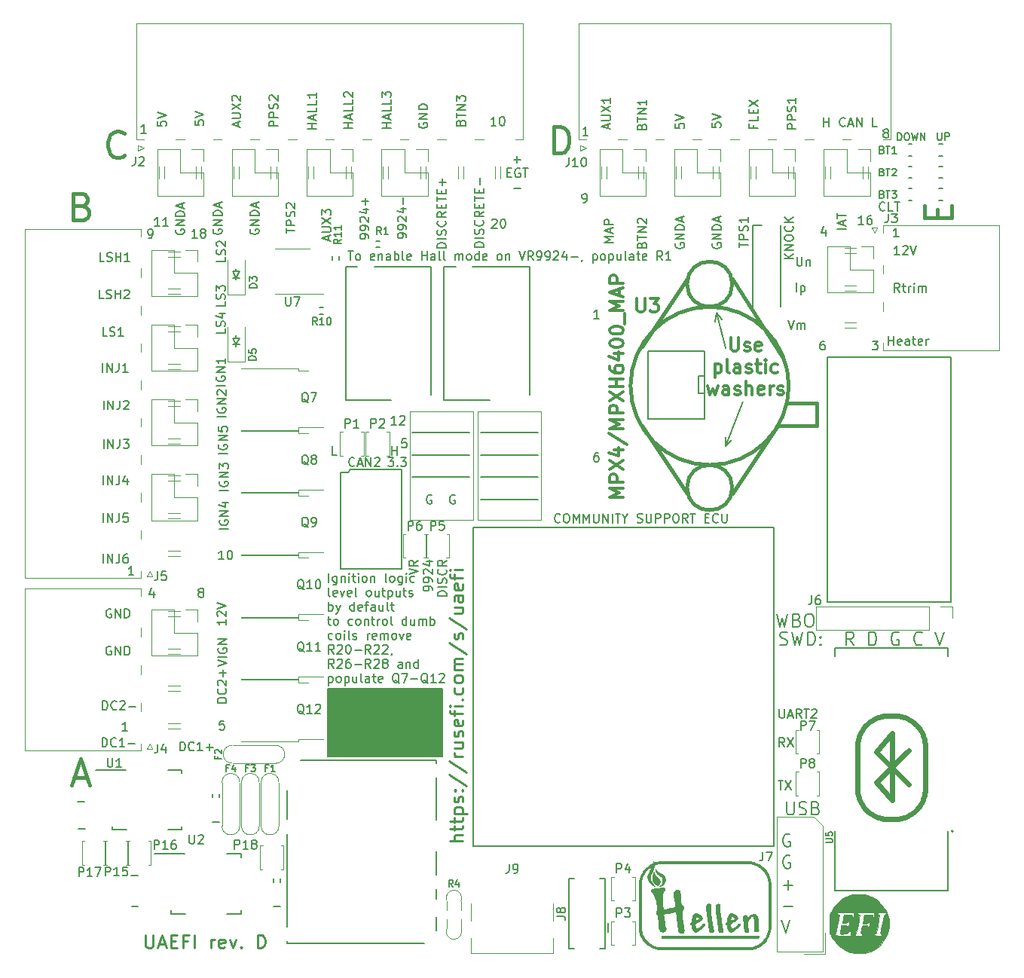
<source format=gto>
G04 #@! TF.GenerationSoftware,KiCad,Pcbnew,8.0.4-8.0.4-0~ubuntu22.04.1*
G04 #@! TF.CreationDate,2024-08-14T00:41:46+00:00*
G04 #@! TF.ProjectId,uaefi,75616566-692e-46b6-9963-61645f706362,D*
G04 #@! TF.SameCoordinates,Original*
G04 #@! TF.FileFunction,Legend,Top*
G04 #@! TF.FilePolarity,Positive*
%FSLAX46Y46*%
G04 Gerber Fmt 4.6, Leading zero omitted, Abs format (unit mm)*
G04 Created by KiCad (PCBNEW 8.0.4-8.0.4-0~ubuntu22.04.1) date 2024-08-14 00:41:46*
%MOMM*%
%LPD*%
G01*
G04 APERTURE LIST*
%ADD10C,0.150000*%
%ADD11C,0.450000*%
%ADD12C,0.200000*%
%ADD13C,0.170000*%
%ADD14C,0.250000*%
%ADD15C,0.127000*%
%ADD16C,0.304800*%
%ADD17C,0.120000*%
%ADD18C,0.203200*%
%ADD19C,0.000000*%
%ADD20C,0.631031*%
%ADD21C,0.099060*%
%ADD22C,0.002540*%
%ADD23C,0.381000*%
G04 APERTURE END LIST*
D10*
X46500000Y53800000D02*
X52900000Y53800000D01*
X46500000Y51200000D02*
X52900000Y51200000D01*
X38800000Y58800000D02*
X45200000Y58800000D01*
X29270000Y29932435D02*
X42186015Y29932435D01*
X42186015Y22357565D01*
X29270000Y22357565D01*
X29270000Y29932435D01*
G36*
X29270000Y29932435D02*
G01*
X42186015Y29932435D01*
X42186015Y22357565D01*
X29270000Y22357565D01*
X29270000Y29932435D01*
G37*
X46500000Y56200000D02*
X52900000Y56200000D01*
X38800000Y53800000D02*
X45200000Y53800000D01*
X46500000Y58800000D02*
X52900000Y58800000D01*
X38800000Y56200000D02*
X45200000Y56200000D01*
X36514286Y56245181D02*
X36514286Y57245181D01*
X36514286Y56768991D02*
X37085714Y56768991D01*
X37085714Y56245181D02*
X37085714Y57245181D01*
X93530952Y78745181D02*
X92959524Y78745181D01*
X93245238Y78745181D02*
X93245238Y79745181D01*
X93245238Y79745181D02*
X93150000Y79602324D01*
X93150000Y79602324D02*
X93054762Y79507086D01*
X93054762Y79507086D02*
X92959524Y79459467D01*
X93911905Y79649943D02*
X93959524Y79697562D01*
X93959524Y79697562D02*
X94054762Y79745181D01*
X94054762Y79745181D02*
X94292857Y79745181D01*
X94292857Y79745181D02*
X94388095Y79697562D01*
X94388095Y79697562D02*
X94435714Y79649943D01*
X94435714Y79649943D02*
X94483333Y79554705D01*
X94483333Y79554705D02*
X94483333Y79459467D01*
X94483333Y79459467D02*
X94435714Y79316610D01*
X94435714Y79316610D02*
X93864286Y78745181D01*
X93864286Y78745181D02*
X94483333Y78745181D01*
X94769048Y79745181D02*
X95102381Y78745181D01*
X95102381Y78745181D02*
X95435714Y79745181D01*
D11*
X1714285Y84206972D02*
X2142857Y84064115D01*
X2142857Y84064115D02*
X2285714Y83921258D01*
X2285714Y83921258D02*
X2428571Y83635543D01*
X2428571Y83635543D02*
X2428571Y83206972D01*
X2428571Y83206972D02*
X2285714Y82921258D01*
X2285714Y82921258D02*
X2142857Y82778400D01*
X2142857Y82778400D02*
X1857142Y82635543D01*
X1857142Y82635543D02*
X714285Y82635543D01*
X714285Y82635543D02*
X714285Y85635543D01*
X714285Y85635543D02*
X1714285Y85635543D01*
X1714285Y85635543D02*
X2000000Y85492686D01*
X2000000Y85492686D02*
X2142857Y85349829D01*
X2142857Y85349829D02*
X2285714Y85064115D01*
X2285714Y85064115D02*
X2285714Y84778400D01*
X2285714Y84778400D02*
X2142857Y84492686D01*
X2142857Y84492686D02*
X2000000Y84349829D01*
X2000000Y84349829D02*
X1714285Y84206972D01*
X1714285Y84206972D02*
X714285Y84206972D01*
D10*
X17638095Y26345181D02*
X17161905Y26345181D01*
X17161905Y26345181D02*
X17114286Y25868991D01*
X17114286Y25868991D02*
X17161905Y25916610D01*
X17161905Y25916610D02*
X17257143Y25964229D01*
X17257143Y25964229D02*
X17495238Y25964229D01*
X17495238Y25964229D02*
X17590476Y25916610D01*
X17590476Y25916610D02*
X17638095Y25868991D01*
X17638095Y25868991D02*
X17685714Y25773753D01*
X17685714Y25773753D02*
X17685714Y25535658D01*
X17685714Y25535658D02*
X17638095Y25440420D01*
X17638095Y25440420D02*
X17590476Y25392800D01*
X17590476Y25392800D02*
X17495238Y25345181D01*
X17495238Y25345181D02*
X17257143Y25345181D01*
X17257143Y25345181D02*
X17161905Y25392800D01*
X17161905Y25392800D02*
X17114286Y25440420D01*
X4069048Y44095181D02*
X4069048Y45095181D01*
X4545238Y44095181D02*
X4545238Y45095181D01*
X4545238Y45095181D02*
X5116666Y44095181D01*
X5116666Y44095181D02*
X5116666Y45095181D01*
X5878571Y45095181D02*
X5878571Y44380896D01*
X5878571Y44380896D02*
X5830952Y44238039D01*
X5830952Y44238039D02*
X5735714Y44142800D01*
X5735714Y44142800D02*
X5592857Y44095181D01*
X5592857Y44095181D02*
X5497619Y44095181D01*
X6783333Y45095181D02*
X6592857Y45095181D01*
X6592857Y45095181D02*
X6497619Y45047562D01*
X6497619Y45047562D02*
X6450000Y44999943D01*
X6450000Y44999943D02*
X6354762Y44857086D01*
X6354762Y44857086D02*
X6307143Y44666610D01*
X6307143Y44666610D02*
X6307143Y44285658D01*
X6307143Y44285658D02*
X6354762Y44190420D01*
X6354762Y44190420D02*
X6402381Y44142800D01*
X6402381Y44142800D02*
X6497619Y44095181D01*
X6497619Y44095181D02*
X6688095Y44095181D01*
X6688095Y44095181D02*
X6783333Y44142800D01*
X6783333Y44142800D02*
X6830952Y44190420D01*
X6830952Y44190420D02*
X6878571Y44285658D01*
X6878571Y44285658D02*
X6878571Y44523753D01*
X6878571Y44523753D02*
X6830952Y44618991D01*
X6830952Y44618991D02*
X6783333Y44666610D01*
X6783333Y44666610D02*
X6688095Y44714229D01*
X6688095Y44714229D02*
X6497619Y44714229D01*
X6497619Y44714229D02*
X6402381Y44666610D01*
X6402381Y44666610D02*
X6354762Y44618991D01*
X6354762Y44618991D02*
X6307143Y44523753D01*
X17804819Y78457143D02*
X17804819Y77980953D01*
X17804819Y77980953D02*
X16804819Y77980953D01*
X17757200Y78742858D02*
X17804819Y78885715D01*
X17804819Y78885715D02*
X17804819Y79123810D01*
X17804819Y79123810D02*
X17757200Y79219048D01*
X17757200Y79219048D02*
X17709580Y79266667D01*
X17709580Y79266667D02*
X17614342Y79314286D01*
X17614342Y79314286D02*
X17519104Y79314286D01*
X17519104Y79314286D02*
X17423866Y79266667D01*
X17423866Y79266667D02*
X17376247Y79219048D01*
X17376247Y79219048D02*
X17328628Y79123810D01*
X17328628Y79123810D02*
X17281009Y78933334D01*
X17281009Y78933334D02*
X17233390Y78838096D01*
X17233390Y78838096D02*
X17185771Y78790477D01*
X17185771Y78790477D02*
X17090533Y78742858D01*
X17090533Y78742858D02*
X16995295Y78742858D01*
X16995295Y78742858D02*
X16900057Y78790477D01*
X16900057Y78790477D02*
X16852438Y78838096D01*
X16852438Y78838096D02*
X16804819Y78933334D01*
X16804819Y78933334D02*
X16804819Y79171429D01*
X16804819Y79171429D02*
X16852438Y79314286D01*
X16900057Y79695239D02*
X16852438Y79742858D01*
X16852438Y79742858D02*
X16804819Y79838096D01*
X16804819Y79838096D02*
X16804819Y80076191D01*
X16804819Y80076191D02*
X16852438Y80171429D01*
X16852438Y80171429D02*
X16900057Y80219048D01*
X16900057Y80219048D02*
X16995295Y80266667D01*
X16995295Y80266667D02*
X17090533Y80266667D01*
X17090533Y80266667D02*
X17233390Y80219048D01*
X17233390Y80219048D02*
X17804819Y79647620D01*
X17804819Y79647620D02*
X17804819Y80266667D01*
X4069048Y52895181D02*
X4069048Y53895181D01*
X4545238Y52895181D02*
X4545238Y53895181D01*
X4545238Y53895181D02*
X5116666Y52895181D01*
X5116666Y52895181D02*
X5116666Y53895181D01*
X5878571Y53895181D02*
X5878571Y53180896D01*
X5878571Y53180896D02*
X5830952Y53038039D01*
X5830952Y53038039D02*
X5735714Y52942800D01*
X5735714Y52942800D02*
X5592857Y52895181D01*
X5592857Y52895181D02*
X5497619Y52895181D01*
X6783333Y53561848D02*
X6783333Y52895181D01*
X6545238Y53942800D02*
X6307143Y53228515D01*
X6307143Y53228515D02*
X6926190Y53228515D01*
X4133333Y73795181D02*
X3657143Y73795181D01*
X3657143Y73795181D02*
X3657143Y74795181D01*
X4419048Y73842800D02*
X4561905Y73795181D01*
X4561905Y73795181D02*
X4800000Y73795181D01*
X4800000Y73795181D02*
X4895238Y73842800D01*
X4895238Y73842800D02*
X4942857Y73890420D01*
X4942857Y73890420D02*
X4990476Y73985658D01*
X4990476Y73985658D02*
X4990476Y74080896D01*
X4990476Y74080896D02*
X4942857Y74176134D01*
X4942857Y74176134D02*
X4895238Y74223753D01*
X4895238Y74223753D02*
X4800000Y74271372D01*
X4800000Y74271372D02*
X4609524Y74318991D01*
X4609524Y74318991D02*
X4514286Y74366610D01*
X4514286Y74366610D02*
X4466667Y74414229D01*
X4466667Y74414229D02*
X4419048Y74509467D01*
X4419048Y74509467D02*
X4419048Y74604705D01*
X4419048Y74604705D02*
X4466667Y74699943D01*
X4466667Y74699943D02*
X4514286Y74747562D01*
X4514286Y74747562D02*
X4609524Y74795181D01*
X4609524Y74795181D02*
X4847619Y74795181D01*
X4847619Y74795181D02*
X4990476Y74747562D01*
X5419048Y73795181D02*
X5419048Y74795181D01*
X5419048Y74318991D02*
X5990476Y74318991D01*
X5990476Y73795181D02*
X5990476Y74795181D01*
X6419048Y74699943D02*
X6466667Y74747562D01*
X6466667Y74747562D02*
X6561905Y74795181D01*
X6561905Y74795181D02*
X6800000Y74795181D01*
X6800000Y74795181D02*
X6895238Y74747562D01*
X6895238Y74747562D02*
X6942857Y74699943D01*
X6942857Y74699943D02*
X6990476Y74604705D01*
X6990476Y74604705D02*
X6990476Y74509467D01*
X6990476Y74509467D02*
X6942857Y74366610D01*
X6942857Y74366610D02*
X6371429Y73795181D01*
X6371429Y73795181D02*
X6990476Y73795181D01*
X14609523Y80645181D02*
X14038095Y80645181D01*
X14323809Y80645181D02*
X14323809Y81645181D01*
X14323809Y81645181D02*
X14228571Y81502324D01*
X14228571Y81502324D02*
X14133333Y81407086D01*
X14133333Y81407086D02*
X14038095Y81359467D01*
X15180952Y81216610D02*
X15085714Y81264229D01*
X15085714Y81264229D02*
X15038095Y81311848D01*
X15038095Y81311848D02*
X14990476Y81407086D01*
X14990476Y81407086D02*
X14990476Y81454705D01*
X14990476Y81454705D02*
X15038095Y81549943D01*
X15038095Y81549943D02*
X15085714Y81597562D01*
X15085714Y81597562D02*
X15180952Y81645181D01*
X15180952Y81645181D02*
X15371428Y81645181D01*
X15371428Y81645181D02*
X15466666Y81597562D01*
X15466666Y81597562D02*
X15514285Y81549943D01*
X15514285Y81549943D02*
X15561904Y81454705D01*
X15561904Y81454705D02*
X15561904Y81407086D01*
X15561904Y81407086D02*
X15514285Y81311848D01*
X15514285Y81311848D02*
X15466666Y81264229D01*
X15466666Y81264229D02*
X15371428Y81216610D01*
X15371428Y81216610D02*
X15180952Y81216610D01*
X15180952Y81216610D02*
X15085714Y81168991D01*
X15085714Y81168991D02*
X15038095Y81121372D01*
X15038095Y81121372D02*
X14990476Y81026134D01*
X14990476Y81026134D02*
X14990476Y80835658D01*
X14990476Y80835658D02*
X15038095Y80740420D01*
X15038095Y80740420D02*
X15085714Y80692800D01*
X15085714Y80692800D02*
X15180952Y80645181D01*
X15180952Y80645181D02*
X15371428Y80645181D01*
X15371428Y80645181D02*
X15466666Y80692800D01*
X15466666Y80692800D02*
X15514285Y80740420D01*
X15514285Y80740420D02*
X15561904Y80835658D01*
X15561904Y80835658D02*
X15561904Y81026134D01*
X15561904Y81026134D02*
X15514285Y81121372D01*
X15514285Y81121372D02*
X15466666Y81168991D01*
X15466666Y81168991D02*
X15371428Y81216610D01*
X3992857Y27595181D02*
X3992857Y28595181D01*
X3992857Y28595181D02*
X4230952Y28595181D01*
X4230952Y28595181D02*
X4373809Y28547562D01*
X4373809Y28547562D02*
X4469047Y28452324D01*
X4469047Y28452324D02*
X4516666Y28357086D01*
X4516666Y28357086D02*
X4564285Y28166610D01*
X4564285Y28166610D02*
X4564285Y28023753D01*
X4564285Y28023753D02*
X4516666Y27833277D01*
X4516666Y27833277D02*
X4469047Y27738039D01*
X4469047Y27738039D02*
X4373809Y27642800D01*
X4373809Y27642800D02*
X4230952Y27595181D01*
X4230952Y27595181D02*
X3992857Y27595181D01*
X5564285Y27690420D02*
X5516666Y27642800D01*
X5516666Y27642800D02*
X5373809Y27595181D01*
X5373809Y27595181D02*
X5278571Y27595181D01*
X5278571Y27595181D02*
X5135714Y27642800D01*
X5135714Y27642800D02*
X5040476Y27738039D01*
X5040476Y27738039D02*
X4992857Y27833277D01*
X4992857Y27833277D02*
X4945238Y28023753D01*
X4945238Y28023753D02*
X4945238Y28166610D01*
X4945238Y28166610D02*
X4992857Y28357086D01*
X4992857Y28357086D02*
X5040476Y28452324D01*
X5040476Y28452324D02*
X5135714Y28547562D01*
X5135714Y28547562D02*
X5278571Y28595181D01*
X5278571Y28595181D02*
X5373809Y28595181D01*
X5373809Y28595181D02*
X5516666Y28547562D01*
X5516666Y28547562D02*
X5564285Y28499943D01*
X5945238Y28499943D02*
X5992857Y28547562D01*
X5992857Y28547562D02*
X6088095Y28595181D01*
X6088095Y28595181D02*
X6326190Y28595181D01*
X6326190Y28595181D02*
X6421428Y28547562D01*
X6421428Y28547562D02*
X6469047Y28499943D01*
X6469047Y28499943D02*
X6516666Y28404705D01*
X6516666Y28404705D02*
X6516666Y28309467D01*
X6516666Y28309467D02*
X6469047Y28166610D01*
X6469047Y28166610D02*
X5897619Y27595181D01*
X5897619Y27595181D02*
X6516666Y27595181D01*
X6945238Y27976134D02*
X7707143Y27976134D01*
X10154819Y93709524D02*
X10154819Y93233334D01*
X10154819Y93233334D02*
X10631009Y93185715D01*
X10631009Y93185715D02*
X10583390Y93233334D01*
X10583390Y93233334D02*
X10535771Y93328572D01*
X10535771Y93328572D02*
X10535771Y93566667D01*
X10535771Y93566667D02*
X10583390Y93661905D01*
X10583390Y93661905D02*
X10631009Y93709524D01*
X10631009Y93709524D02*
X10726247Y93757143D01*
X10726247Y93757143D02*
X10964342Y93757143D01*
X10964342Y93757143D02*
X11059580Y93709524D01*
X11059580Y93709524D02*
X11107200Y93661905D01*
X11107200Y93661905D02*
X11154819Y93566667D01*
X11154819Y93566667D02*
X11154819Y93328572D01*
X11154819Y93328572D02*
X11107200Y93233334D01*
X11107200Y93233334D02*
X11059580Y93185715D01*
X10154819Y94042858D02*
X11154819Y94376191D01*
X11154819Y94376191D02*
X10154819Y94709524D01*
X58535714Y92145181D02*
X57964286Y92145181D01*
X58250000Y92145181D02*
X58250000Y93145181D01*
X58250000Y93145181D02*
X58154762Y93002324D01*
X58154762Y93002324D02*
X58059524Y92907086D01*
X58059524Y92907086D02*
X57964286Y92859467D01*
X32104819Y93000001D02*
X31104819Y93000001D01*
X31581009Y93000001D02*
X31581009Y93571429D01*
X32104819Y93571429D02*
X31104819Y93571429D01*
X31819104Y94000001D02*
X31819104Y94476191D01*
X32104819Y93904763D02*
X31104819Y94238096D01*
X31104819Y94238096D02*
X32104819Y94571429D01*
X32104819Y95380953D02*
X32104819Y94904763D01*
X32104819Y94904763D02*
X31104819Y94904763D01*
X32104819Y96190477D02*
X32104819Y95714287D01*
X32104819Y95714287D02*
X31104819Y95714287D01*
X31200057Y96476192D02*
X31152438Y96523811D01*
X31152438Y96523811D02*
X31104819Y96619049D01*
X31104819Y96619049D02*
X31104819Y96857144D01*
X31104819Y96857144D02*
X31152438Y96952382D01*
X31152438Y96952382D02*
X31200057Y97000001D01*
X31200057Y97000001D02*
X31295295Y97047620D01*
X31295295Y97047620D02*
X31390533Y97047620D01*
X31390533Y97047620D02*
X31533390Y97000001D01*
X31533390Y97000001D02*
X32104819Y96428573D01*
X32104819Y96428573D02*
X32104819Y97047620D01*
X42584819Y79529049D02*
X41584819Y79529049D01*
X41584819Y79529049D02*
X41584819Y79767144D01*
X41584819Y79767144D02*
X41632438Y79910001D01*
X41632438Y79910001D02*
X41727676Y80005239D01*
X41727676Y80005239D02*
X41822914Y80052858D01*
X41822914Y80052858D02*
X42013390Y80100477D01*
X42013390Y80100477D02*
X42156247Y80100477D01*
X42156247Y80100477D02*
X42346723Y80052858D01*
X42346723Y80052858D02*
X42441961Y80005239D01*
X42441961Y80005239D02*
X42537200Y79910001D01*
X42537200Y79910001D02*
X42584819Y79767144D01*
X42584819Y79767144D02*
X42584819Y79529049D01*
X42584819Y80529049D02*
X41584819Y80529049D01*
X42537200Y80957620D02*
X42584819Y81100477D01*
X42584819Y81100477D02*
X42584819Y81338572D01*
X42584819Y81338572D02*
X42537200Y81433810D01*
X42537200Y81433810D02*
X42489580Y81481429D01*
X42489580Y81481429D02*
X42394342Y81529048D01*
X42394342Y81529048D02*
X42299104Y81529048D01*
X42299104Y81529048D02*
X42203866Y81481429D01*
X42203866Y81481429D02*
X42156247Y81433810D01*
X42156247Y81433810D02*
X42108628Y81338572D01*
X42108628Y81338572D02*
X42061009Y81148096D01*
X42061009Y81148096D02*
X42013390Y81052858D01*
X42013390Y81052858D02*
X41965771Y81005239D01*
X41965771Y81005239D02*
X41870533Y80957620D01*
X41870533Y80957620D02*
X41775295Y80957620D01*
X41775295Y80957620D02*
X41680057Y81005239D01*
X41680057Y81005239D02*
X41632438Y81052858D01*
X41632438Y81052858D02*
X41584819Y81148096D01*
X41584819Y81148096D02*
X41584819Y81386191D01*
X41584819Y81386191D02*
X41632438Y81529048D01*
X42489580Y82529048D02*
X42537200Y82481429D01*
X42537200Y82481429D02*
X42584819Y82338572D01*
X42584819Y82338572D02*
X42584819Y82243334D01*
X42584819Y82243334D02*
X42537200Y82100477D01*
X42537200Y82100477D02*
X42441961Y82005239D01*
X42441961Y82005239D02*
X42346723Y81957620D01*
X42346723Y81957620D02*
X42156247Y81910001D01*
X42156247Y81910001D02*
X42013390Y81910001D01*
X42013390Y81910001D02*
X41822914Y81957620D01*
X41822914Y81957620D02*
X41727676Y82005239D01*
X41727676Y82005239D02*
X41632438Y82100477D01*
X41632438Y82100477D02*
X41584819Y82243334D01*
X41584819Y82243334D02*
X41584819Y82338572D01*
X41584819Y82338572D02*
X41632438Y82481429D01*
X41632438Y82481429D02*
X41680057Y82529048D01*
X42584819Y83529048D02*
X42108628Y83195715D01*
X42584819Y82957620D02*
X41584819Y82957620D01*
X41584819Y82957620D02*
X41584819Y83338572D01*
X41584819Y83338572D02*
X41632438Y83433810D01*
X41632438Y83433810D02*
X41680057Y83481429D01*
X41680057Y83481429D02*
X41775295Y83529048D01*
X41775295Y83529048D02*
X41918152Y83529048D01*
X41918152Y83529048D02*
X42013390Y83481429D01*
X42013390Y83481429D02*
X42061009Y83433810D01*
X42061009Y83433810D02*
X42108628Y83338572D01*
X42108628Y83338572D02*
X42108628Y82957620D01*
X42061009Y83957620D02*
X42061009Y84290953D01*
X42584819Y84433810D02*
X42584819Y83957620D01*
X42584819Y83957620D02*
X41584819Y83957620D01*
X41584819Y83957620D02*
X41584819Y84433810D01*
X41584819Y84719525D02*
X41584819Y85290953D01*
X42584819Y85005239D02*
X41584819Y85005239D01*
X42061009Y85624287D02*
X42061009Y85957620D01*
X42584819Y86100477D02*
X42584819Y85624287D01*
X42584819Y85624287D02*
X41584819Y85624287D01*
X41584819Y85624287D02*
X41584819Y86100477D01*
X42203866Y86529049D02*
X42203866Y87290953D01*
X42584819Y86910001D02*
X41822914Y86910001D01*
D12*
X81234349Y13602944D02*
X81101016Y13674373D01*
X81101016Y13674373D02*
X80901016Y13674373D01*
X80901016Y13674373D02*
X80701016Y13602944D01*
X80701016Y13602944D02*
X80567683Y13460087D01*
X80567683Y13460087D02*
X80501016Y13317230D01*
X80501016Y13317230D02*
X80434349Y13031516D01*
X80434349Y13031516D02*
X80434349Y12817230D01*
X80434349Y12817230D02*
X80501016Y12531516D01*
X80501016Y12531516D02*
X80567683Y12388659D01*
X80567683Y12388659D02*
X80701016Y12245801D01*
X80701016Y12245801D02*
X80901016Y12174373D01*
X80901016Y12174373D02*
X81034349Y12174373D01*
X81034349Y12174373D02*
X81234349Y12245801D01*
X81234349Y12245801D02*
X81301016Y12317230D01*
X81301016Y12317230D02*
X81301016Y12817230D01*
X81301016Y12817230D02*
X81034349Y12817230D01*
X81234349Y11188028D02*
X81101016Y11259457D01*
X81101016Y11259457D02*
X80901016Y11259457D01*
X80901016Y11259457D02*
X80701016Y11188028D01*
X80701016Y11188028D02*
X80567683Y11045171D01*
X80567683Y11045171D02*
X80501016Y10902314D01*
X80501016Y10902314D02*
X80434349Y10616600D01*
X80434349Y10616600D02*
X80434349Y10402314D01*
X80434349Y10402314D02*
X80501016Y10116600D01*
X80501016Y10116600D02*
X80567683Y9973743D01*
X80567683Y9973743D02*
X80701016Y9830885D01*
X80701016Y9830885D02*
X80901016Y9759457D01*
X80901016Y9759457D02*
X81034349Y9759457D01*
X81034349Y9759457D02*
X81234349Y9830885D01*
X81234349Y9830885D02*
X81301016Y9902314D01*
X81301016Y9902314D02*
X81301016Y10402314D01*
X81301016Y10402314D02*
X81034349Y10402314D01*
X80501016Y7915969D02*
X81567683Y7915969D01*
X81034349Y7344541D02*
X81034349Y8487398D01*
X80501016Y5501053D02*
X81567683Y5501053D01*
X80301016Y4014709D02*
X80767683Y2514709D01*
X80767683Y2514709D02*
X81234349Y4014709D01*
D10*
X81604819Y78290477D02*
X80604819Y78290477D01*
X81604819Y78861905D02*
X81033390Y78433334D01*
X80604819Y78861905D02*
X81176247Y78290477D01*
X81604819Y79290477D02*
X80604819Y79290477D01*
X80604819Y79290477D02*
X81604819Y79861905D01*
X81604819Y79861905D02*
X80604819Y79861905D01*
X80604819Y80528572D02*
X80604819Y80719048D01*
X80604819Y80719048D02*
X80652438Y80814286D01*
X80652438Y80814286D02*
X80747676Y80909524D01*
X80747676Y80909524D02*
X80938152Y80957143D01*
X80938152Y80957143D02*
X81271485Y80957143D01*
X81271485Y80957143D02*
X81461961Y80909524D01*
X81461961Y80909524D02*
X81557200Y80814286D01*
X81557200Y80814286D02*
X81604819Y80719048D01*
X81604819Y80719048D02*
X81604819Y80528572D01*
X81604819Y80528572D02*
X81557200Y80433334D01*
X81557200Y80433334D02*
X81461961Y80338096D01*
X81461961Y80338096D02*
X81271485Y80290477D01*
X81271485Y80290477D02*
X80938152Y80290477D01*
X80938152Y80290477D02*
X80747676Y80338096D01*
X80747676Y80338096D02*
X80652438Y80433334D01*
X80652438Y80433334D02*
X80604819Y80528572D01*
X81509580Y81957143D02*
X81557200Y81909524D01*
X81557200Y81909524D02*
X81604819Y81766667D01*
X81604819Y81766667D02*
X81604819Y81671429D01*
X81604819Y81671429D02*
X81557200Y81528572D01*
X81557200Y81528572D02*
X81461961Y81433334D01*
X81461961Y81433334D02*
X81366723Y81385715D01*
X81366723Y81385715D02*
X81176247Y81338096D01*
X81176247Y81338096D02*
X81033390Y81338096D01*
X81033390Y81338096D02*
X80842914Y81385715D01*
X80842914Y81385715D02*
X80747676Y81433334D01*
X80747676Y81433334D02*
X80652438Y81528572D01*
X80652438Y81528572D02*
X80604819Y81671429D01*
X80604819Y81671429D02*
X80604819Y81766667D01*
X80604819Y81766667D02*
X80652438Y81909524D01*
X80652438Y81909524D02*
X80700057Y81957143D01*
X81604819Y82385715D02*
X80604819Y82385715D01*
X81604819Y82957143D02*
X81033390Y82528572D01*
X80604819Y82957143D02*
X81176247Y82385715D01*
X80036779Y27670041D02*
X80036779Y26860518D01*
X80036779Y26860518D02*
X80084398Y26765280D01*
X80084398Y26765280D02*
X80132017Y26717660D01*
X80132017Y26717660D02*
X80227255Y26670041D01*
X80227255Y26670041D02*
X80417731Y26670041D01*
X80417731Y26670041D02*
X80512969Y26717660D01*
X80512969Y26717660D02*
X80560588Y26765280D01*
X80560588Y26765280D02*
X80608207Y26860518D01*
X80608207Y26860518D02*
X80608207Y27670041D01*
X81036779Y26955756D02*
X81512969Y26955756D01*
X80941541Y26670041D02*
X81274874Y27670041D01*
X81274874Y27670041D02*
X81608207Y26670041D01*
X82512969Y26670041D02*
X82179636Y27146232D01*
X81941541Y26670041D02*
X81941541Y27670041D01*
X81941541Y27670041D02*
X82322493Y27670041D01*
X82322493Y27670041D02*
X82417731Y27622422D01*
X82417731Y27622422D02*
X82465350Y27574803D01*
X82465350Y27574803D02*
X82512969Y27479565D01*
X82512969Y27479565D02*
X82512969Y27336708D01*
X82512969Y27336708D02*
X82465350Y27241470D01*
X82465350Y27241470D02*
X82417731Y27193851D01*
X82417731Y27193851D02*
X82322493Y27146232D01*
X82322493Y27146232D02*
X81941541Y27146232D01*
X82798684Y27670041D02*
X83370112Y27670041D01*
X83084398Y26670041D02*
X83084398Y27670041D01*
X83655827Y27574803D02*
X83703446Y27622422D01*
X83703446Y27622422D02*
X83798684Y27670041D01*
X83798684Y27670041D02*
X84036779Y27670041D01*
X84036779Y27670041D02*
X84132017Y27622422D01*
X84132017Y27622422D02*
X84179636Y27574803D01*
X84179636Y27574803D02*
X84227255Y27479565D01*
X84227255Y27479565D02*
X84227255Y27384327D01*
X84227255Y27384327D02*
X84179636Y27241470D01*
X84179636Y27241470D02*
X83608208Y26670041D01*
X83608208Y26670041D02*
X84227255Y26670041D01*
X80608207Y23450153D02*
X80274874Y23926344D01*
X80036779Y23450153D02*
X80036779Y24450153D01*
X80036779Y24450153D02*
X80417731Y24450153D01*
X80417731Y24450153D02*
X80512969Y24402534D01*
X80512969Y24402534D02*
X80560588Y24354915D01*
X80560588Y24354915D02*
X80608207Y24259677D01*
X80608207Y24259677D02*
X80608207Y24116820D01*
X80608207Y24116820D02*
X80560588Y24021582D01*
X80560588Y24021582D02*
X80512969Y23973963D01*
X80512969Y23973963D02*
X80417731Y23926344D01*
X80417731Y23926344D02*
X80036779Y23926344D01*
X80941541Y24450153D02*
X81608207Y23450153D01*
X81608207Y24450153D02*
X80941541Y23450153D01*
X79893922Y19620321D02*
X80465350Y19620321D01*
X80179636Y18620321D02*
X80179636Y19620321D01*
X80703446Y19620321D02*
X81370112Y18620321D01*
X81370112Y19620321D02*
X80703446Y18620321D01*
D11*
X785714Y19992686D02*
X2214286Y19992686D01*
X500000Y19135543D02*
X1500000Y22135543D01*
X1500000Y22135543D02*
X2500000Y19135543D01*
D10*
X14354819Y93809524D02*
X14354819Y93333334D01*
X14354819Y93333334D02*
X14831009Y93285715D01*
X14831009Y93285715D02*
X14783390Y93333334D01*
X14783390Y93333334D02*
X14735771Y93428572D01*
X14735771Y93428572D02*
X14735771Y93666667D01*
X14735771Y93666667D02*
X14783390Y93761905D01*
X14783390Y93761905D02*
X14831009Y93809524D01*
X14831009Y93809524D02*
X14926247Y93857143D01*
X14926247Y93857143D02*
X15164342Y93857143D01*
X15164342Y93857143D02*
X15259580Y93809524D01*
X15259580Y93809524D02*
X15307200Y93761905D01*
X15307200Y93761905D02*
X15354819Y93666667D01*
X15354819Y93666667D02*
X15354819Y93428572D01*
X15354819Y93428572D02*
X15307200Y93333334D01*
X15307200Y93333334D02*
X15259580Y93285715D01*
X14354819Y94142858D02*
X15354819Y94476191D01*
X15354819Y94476191D02*
X14354819Y94809524D01*
X89509523Y82145181D02*
X88938095Y82145181D01*
X89223809Y82145181D02*
X89223809Y83145181D01*
X89223809Y83145181D02*
X89128571Y83002324D01*
X89128571Y83002324D02*
X89033333Y82907086D01*
X89033333Y82907086D02*
X88938095Y82859467D01*
X90366666Y83145181D02*
X90176190Y83145181D01*
X90176190Y83145181D02*
X90080952Y83097562D01*
X90080952Y83097562D02*
X90033333Y83049943D01*
X90033333Y83049943D02*
X89938095Y82907086D01*
X89938095Y82907086D02*
X89890476Y82716610D01*
X89890476Y82716610D02*
X89890476Y82335658D01*
X89890476Y82335658D02*
X89938095Y82240420D01*
X89938095Y82240420D02*
X89985714Y82192800D01*
X89985714Y82192800D02*
X90080952Y82145181D01*
X90080952Y82145181D02*
X90271428Y82145181D01*
X90271428Y82145181D02*
X90366666Y82192800D01*
X90366666Y82192800D02*
X90414285Y82240420D01*
X90414285Y82240420D02*
X90461904Y82335658D01*
X90461904Y82335658D02*
X90461904Y82573753D01*
X90461904Y82573753D02*
X90414285Y82668991D01*
X90414285Y82668991D02*
X90366666Y82716610D01*
X90366666Y82716610D02*
X90271428Y82764229D01*
X90271428Y82764229D02*
X90080952Y82764229D01*
X90080952Y82764229D02*
X89985714Y82716610D01*
X89985714Y82716610D02*
X89938095Y82668991D01*
X89938095Y82668991D02*
X89890476Y82573753D01*
X44231009Y93590477D02*
X44278628Y93733334D01*
X44278628Y93733334D02*
X44326247Y93780953D01*
X44326247Y93780953D02*
X44421485Y93828572D01*
X44421485Y93828572D02*
X44564342Y93828572D01*
X44564342Y93828572D02*
X44659580Y93780953D01*
X44659580Y93780953D02*
X44707200Y93733334D01*
X44707200Y93733334D02*
X44754819Y93638096D01*
X44754819Y93638096D02*
X44754819Y93257144D01*
X44754819Y93257144D02*
X43754819Y93257144D01*
X43754819Y93257144D02*
X43754819Y93590477D01*
X43754819Y93590477D02*
X43802438Y93685715D01*
X43802438Y93685715D02*
X43850057Y93733334D01*
X43850057Y93733334D02*
X43945295Y93780953D01*
X43945295Y93780953D02*
X44040533Y93780953D01*
X44040533Y93780953D02*
X44135771Y93733334D01*
X44135771Y93733334D02*
X44183390Y93685715D01*
X44183390Y93685715D02*
X44231009Y93590477D01*
X44231009Y93590477D02*
X44231009Y93257144D01*
X43754819Y94114287D02*
X43754819Y94685715D01*
X44754819Y94400001D02*
X43754819Y94400001D01*
X44754819Y95019049D02*
X43754819Y95019049D01*
X43754819Y95019049D02*
X44754819Y95590477D01*
X44754819Y95590477D02*
X43754819Y95590477D01*
X43754819Y95971430D02*
X43754819Y96590477D01*
X43754819Y96590477D02*
X44135771Y96257144D01*
X44135771Y96257144D02*
X44135771Y96400001D01*
X44135771Y96400001D02*
X44183390Y96495239D01*
X44183390Y96495239D02*
X44231009Y96542858D01*
X44231009Y96542858D02*
X44326247Y96590477D01*
X44326247Y96590477D02*
X44564342Y96590477D01*
X44564342Y96590477D02*
X44659580Y96542858D01*
X44659580Y96542858D02*
X44707200Y96495239D01*
X44707200Y96495239D02*
X44754819Y96400001D01*
X44754819Y96400001D02*
X44754819Y96114287D01*
X44754819Y96114287D02*
X44707200Y96019049D01*
X44707200Y96019049D02*
X44659580Y95971430D01*
X19219104Y93185715D02*
X19219104Y93661905D01*
X19504819Y93090477D02*
X18504819Y93423810D01*
X18504819Y93423810D02*
X19504819Y93757143D01*
X18504819Y94090477D02*
X19314342Y94090477D01*
X19314342Y94090477D02*
X19409580Y94138096D01*
X19409580Y94138096D02*
X19457200Y94185715D01*
X19457200Y94185715D02*
X19504819Y94280953D01*
X19504819Y94280953D02*
X19504819Y94471429D01*
X19504819Y94471429D02*
X19457200Y94566667D01*
X19457200Y94566667D02*
X19409580Y94614286D01*
X19409580Y94614286D02*
X19314342Y94661905D01*
X19314342Y94661905D02*
X18504819Y94661905D01*
X18504819Y95042858D02*
X19504819Y95709524D01*
X18504819Y95709524D02*
X19504819Y95042858D01*
X18600057Y96042858D02*
X18552438Y96090477D01*
X18552438Y96090477D02*
X18504819Y96185715D01*
X18504819Y96185715D02*
X18504819Y96423810D01*
X18504819Y96423810D02*
X18552438Y96519048D01*
X18552438Y96519048D02*
X18600057Y96566667D01*
X18600057Y96566667D02*
X18695295Y96614286D01*
X18695295Y96614286D02*
X18790533Y96614286D01*
X18790533Y96614286D02*
X18933390Y96566667D01*
X18933390Y96566667D02*
X19504819Y95995239D01*
X19504819Y95995239D02*
X19504819Y96614286D01*
X9740476Y40911848D02*
X9740476Y40245181D01*
X9502381Y41292800D02*
X9264286Y40578515D01*
X9264286Y40578515D02*
X9883333Y40578515D01*
X36052381Y55945181D02*
X36671428Y55945181D01*
X36671428Y55945181D02*
X36338095Y55564229D01*
X36338095Y55564229D02*
X36480952Y55564229D01*
X36480952Y55564229D02*
X36576190Y55516610D01*
X36576190Y55516610D02*
X36623809Y55468991D01*
X36623809Y55468991D02*
X36671428Y55373753D01*
X36671428Y55373753D02*
X36671428Y55135658D01*
X36671428Y55135658D02*
X36623809Y55040420D01*
X36623809Y55040420D02*
X36576190Y54992800D01*
X36576190Y54992800D02*
X36480952Y54945181D01*
X36480952Y54945181D02*
X36195238Y54945181D01*
X36195238Y54945181D02*
X36100000Y54992800D01*
X36100000Y54992800D02*
X36052381Y55040420D01*
X37100000Y55040420D02*
X37147619Y54992800D01*
X37147619Y54992800D02*
X37100000Y54945181D01*
X37100000Y54945181D02*
X37052381Y54992800D01*
X37052381Y54992800D02*
X37100000Y55040420D01*
X37100000Y55040420D02*
X37100000Y54945181D01*
X37480952Y55945181D02*
X38099999Y55945181D01*
X38099999Y55945181D02*
X37766666Y55564229D01*
X37766666Y55564229D02*
X37909523Y55564229D01*
X37909523Y55564229D02*
X38004761Y55516610D01*
X38004761Y55516610D02*
X38052380Y55468991D01*
X38052380Y55468991D02*
X38099999Y55373753D01*
X38099999Y55373753D02*
X38099999Y55135658D01*
X38099999Y55135658D02*
X38052380Y55040420D01*
X38052380Y55040420D02*
X38004761Y54992800D01*
X38004761Y54992800D02*
X37909523Y54945181D01*
X37909523Y54945181D02*
X37623809Y54945181D01*
X37623809Y54945181D02*
X37528571Y54992800D01*
X37528571Y54992800D02*
X37480952Y55040420D01*
X75504819Y79561906D02*
X75504819Y80133334D01*
X76504819Y79847620D02*
X75504819Y79847620D01*
X76504819Y80466668D02*
X75504819Y80466668D01*
X75504819Y80466668D02*
X75504819Y80847620D01*
X75504819Y80847620D02*
X75552438Y80942858D01*
X75552438Y80942858D02*
X75600057Y80990477D01*
X75600057Y80990477D02*
X75695295Y81038096D01*
X75695295Y81038096D02*
X75838152Y81038096D01*
X75838152Y81038096D02*
X75933390Y80990477D01*
X75933390Y80990477D02*
X75981009Y80942858D01*
X75981009Y80942858D02*
X76028628Y80847620D01*
X76028628Y80847620D02*
X76028628Y80466668D01*
X76457200Y81419049D02*
X76504819Y81561906D01*
X76504819Y81561906D02*
X76504819Y81800001D01*
X76504819Y81800001D02*
X76457200Y81895239D01*
X76457200Y81895239D02*
X76409580Y81942858D01*
X76409580Y81942858D02*
X76314342Y81990477D01*
X76314342Y81990477D02*
X76219104Y81990477D01*
X76219104Y81990477D02*
X76123866Y81942858D01*
X76123866Y81942858D02*
X76076247Y81895239D01*
X76076247Y81895239D02*
X76028628Y81800001D01*
X76028628Y81800001D02*
X75981009Y81609525D01*
X75981009Y81609525D02*
X75933390Y81514287D01*
X75933390Y81514287D02*
X75885771Y81466668D01*
X75885771Y81466668D02*
X75790533Y81419049D01*
X75790533Y81419049D02*
X75695295Y81419049D01*
X75695295Y81419049D02*
X75600057Y81466668D01*
X75600057Y81466668D02*
X75552438Y81514287D01*
X75552438Y81514287D02*
X75504819Y81609525D01*
X75504819Y81609525D02*
X75504819Y81847620D01*
X75504819Y81847620D02*
X75552438Y81990477D01*
X76504819Y82942858D02*
X76504819Y82371430D01*
X76504819Y82657144D02*
X75504819Y82657144D01*
X75504819Y82657144D02*
X75647676Y82561906D01*
X75647676Y82561906D02*
X75742914Y82466668D01*
X75742914Y82466668D02*
X75790533Y82371430D01*
D13*
X97807080Y92429192D02*
X97807080Y91765382D01*
X97807080Y91765382D02*
X97846127Y91687287D01*
X97846127Y91687287D02*
X97885175Y91648239D01*
X97885175Y91648239D02*
X97963270Y91609192D01*
X97963270Y91609192D02*
X98119461Y91609192D01*
X98119461Y91609192D02*
X98197556Y91648239D01*
X98197556Y91648239D02*
X98236603Y91687287D01*
X98236603Y91687287D02*
X98275651Y91765382D01*
X98275651Y91765382D02*
X98275651Y92429192D01*
X98666128Y91609192D02*
X98666128Y92429192D01*
X98666128Y92429192D02*
X98978509Y92429192D01*
X98978509Y92429192D02*
X99056604Y92390144D01*
X99056604Y92390144D02*
X99095651Y92351097D01*
X99095651Y92351097D02*
X99134699Y92273001D01*
X99134699Y92273001D02*
X99134699Y92155859D01*
X99134699Y92155859D02*
X99095651Y92077763D01*
X99095651Y92077763D02*
X99056604Y92038716D01*
X99056604Y92038716D02*
X98978509Y91999668D01*
X98978509Y91999668D02*
X98666128Y91999668D01*
D10*
X38138095Y58045181D02*
X37661905Y58045181D01*
X37661905Y58045181D02*
X37614286Y57568991D01*
X37614286Y57568991D02*
X37661905Y57616610D01*
X37661905Y57616610D02*
X37757143Y57664229D01*
X37757143Y57664229D02*
X37995238Y57664229D01*
X37995238Y57664229D02*
X38090476Y57616610D01*
X38090476Y57616610D02*
X38138095Y57568991D01*
X38138095Y57568991D02*
X38185714Y57473753D01*
X38185714Y57473753D02*
X38185714Y57235658D01*
X38185714Y57235658D02*
X38138095Y57140420D01*
X38138095Y57140420D02*
X38090476Y57092800D01*
X38090476Y57092800D02*
X37995238Y57045181D01*
X37995238Y57045181D02*
X37757143Y57045181D01*
X37757143Y57045181D02*
X37661905Y57092800D01*
X37661905Y57092800D02*
X37614286Y57140420D01*
X29369104Y80385715D02*
X29369104Y80861905D01*
X29654819Y80290477D02*
X28654819Y80623810D01*
X28654819Y80623810D02*
X29654819Y80957143D01*
X28654819Y81290477D02*
X29464342Y81290477D01*
X29464342Y81290477D02*
X29559580Y81338096D01*
X29559580Y81338096D02*
X29607200Y81385715D01*
X29607200Y81385715D02*
X29654819Y81480953D01*
X29654819Y81480953D02*
X29654819Y81671429D01*
X29654819Y81671429D02*
X29607200Y81766667D01*
X29607200Y81766667D02*
X29559580Y81814286D01*
X29559580Y81814286D02*
X29464342Y81861905D01*
X29464342Y81861905D02*
X28654819Y81861905D01*
X28654819Y82242858D02*
X29654819Y82909524D01*
X28654819Y82909524D02*
X29654819Y82242858D01*
X28654819Y83195239D02*
X28654819Y83814286D01*
X28654819Y83814286D02*
X29035771Y83480953D01*
X29035771Y83480953D02*
X29035771Y83623810D01*
X29035771Y83623810D02*
X29083390Y83719048D01*
X29083390Y83719048D02*
X29131009Y83766667D01*
X29131009Y83766667D02*
X29226247Y83814286D01*
X29226247Y83814286D02*
X29464342Y83814286D01*
X29464342Y83814286D02*
X29559580Y83766667D01*
X29559580Y83766667D02*
X29607200Y83719048D01*
X29607200Y83719048D02*
X29654819Y83623810D01*
X29654819Y83623810D02*
X29654819Y83338096D01*
X29654819Y83338096D02*
X29607200Y83242858D01*
X29607200Y83242858D02*
X29559580Y83195239D01*
X20602438Y81609524D02*
X20554819Y81514286D01*
X20554819Y81514286D02*
X20554819Y81371429D01*
X20554819Y81371429D02*
X20602438Y81228572D01*
X20602438Y81228572D02*
X20697676Y81133334D01*
X20697676Y81133334D02*
X20792914Y81085715D01*
X20792914Y81085715D02*
X20983390Y81038096D01*
X20983390Y81038096D02*
X21126247Y81038096D01*
X21126247Y81038096D02*
X21316723Y81085715D01*
X21316723Y81085715D02*
X21411961Y81133334D01*
X21411961Y81133334D02*
X21507200Y81228572D01*
X21507200Y81228572D02*
X21554819Y81371429D01*
X21554819Y81371429D02*
X21554819Y81466667D01*
X21554819Y81466667D02*
X21507200Y81609524D01*
X21507200Y81609524D02*
X21459580Y81657143D01*
X21459580Y81657143D02*
X21126247Y81657143D01*
X21126247Y81657143D02*
X21126247Y81466667D01*
X21554819Y82085715D02*
X20554819Y82085715D01*
X20554819Y82085715D02*
X21554819Y82657143D01*
X21554819Y82657143D02*
X20554819Y82657143D01*
X21554819Y83133334D02*
X20554819Y83133334D01*
X20554819Y83133334D02*
X20554819Y83371429D01*
X20554819Y83371429D02*
X20602438Y83514286D01*
X20602438Y83514286D02*
X20697676Y83609524D01*
X20697676Y83609524D02*
X20792914Y83657143D01*
X20792914Y83657143D02*
X20983390Y83704762D01*
X20983390Y83704762D02*
X21126247Y83704762D01*
X21126247Y83704762D02*
X21316723Y83657143D01*
X21316723Y83657143D02*
X21411961Y83609524D01*
X21411961Y83609524D02*
X21507200Y83514286D01*
X21507200Y83514286D02*
X21554819Y83371429D01*
X21554819Y83371429D02*
X21554819Y83133334D01*
X21269104Y84085715D02*
X21269104Y84561905D01*
X21554819Y83990477D02*
X20554819Y84323810D01*
X20554819Y84323810D02*
X21554819Y84657143D01*
D13*
X91580413Y90538716D02*
X91697556Y90499668D01*
X91697556Y90499668D02*
X91736603Y90460620D01*
X91736603Y90460620D02*
X91775651Y90382525D01*
X91775651Y90382525D02*
X91775651Y90265382D01*
X91775651Y90265382D02*
X91736603Y90187287D01*
X91736603Y90187287D02*
X91697556Y90148239D01*
X91697556Y90148239D02*
X91619461Y90109192D01*
X91619461Y90109192D02*
X91307080Y90109192D01*
X91307080Y90109192D02*
X91307080Y90929192D01*
X91307080Y90929192D02*
X91580413Y90929192D01*
X91580413Y90929192D02*
X91658508Y90890144D01*
X91658508Y90890144D02*
X91697556Y90851097D01*
X91697556Y90851097D02*
X91736603Y90773001D01*
X91736603Y90773001D02*
X91736603Y90694906D01*
X91736603Y90694906D02*
X91697556Y90616811D01*
X91697556Y90616811D02*
X91658508Y90577763D01*
X91658508Y90577763D02*
X91580413Y90538716D01*
X91580413Y90538716D02*
X91307080Y90538716D01*
X92009937Y90929192D02*
X92478508Y90929192D01*
X92244222Y90109192D02*
X92244222Y90929192D01*
X93181365Y90109192D02*
X92712794Y90109192D01*
X92947080Y90109192D02*
X92947080Y90929192D01*
X92947080Y90929192D02*
X92868984Y90812049D01*
X92868984Y90812049D02*
X92790889Y90733954D01*
X92790889Y90733954D02*
X92712794Y90694906D01*
D10*
X90466667Y69045181D02*
X91085714Y69045181D01*
X91085714Y69045181D02*
X90752381Y68664229D01*
X90752381Y68664229D02*
X90895238Y68664229D01*
X90895238Y68664229D02*
X90990476Y68616610D01*
X90990476Y68616610D02*
X91038095Y68568991D01*
X91038095Y68568991D02*
X91085714Y68473753D01*
X91085714Y68473753D02*
X91085714Y68235658D01*
X91085714Y68235658D02*
X91038095Y68140420D01*
X91038095Y68140420D02*
X90990476Y68092800D01*
X90990476Y68092800D02*
X90895238Y68045181D01*
X90895238Y68045181D02*
X90609524Y68045181D01*
X90609524Y68045181D02*
X90514286Y68092800D01*
X90514286Y68092800D02*
X90466667Y68140420D01*
X17620284Y44500562D02*
X17048856Y44500562D01*
X17334570Y44500562D02*
X17334570Y45500562D01*
X17334570Y45500562D02*
X17239332Y45357705D01*
X17239332Y45357705D02*
X17144094Y45262467D01*
X17144094Y45262467D02*
X17048856Y45214848D01*
X18239332Y45500562D02*
X18334570Y45500562D01*
X18334570Y45500562D02*
X18429808Y45452943D01*
X18429808Y45452943D02*
X18477427Y45405324D01*
X18477427Y45405324D02*
X18525046Y45310086D01*
X18525046Y45310086D02*
X18572665Y45119610D01*
X18572665Y45119610D02*
X18572665Y44881515D01*
X18572665Y44881515D02*
X18525046Y44691039D01*
X18525046Y44691039D02*
X18477427Y44595801D01*
X18477427Y44595801D02*
X18429808Y44548181D01*
X18429808Y44548181D02*
X18334570Y44500562D01*
X18334570Y44500562D02*
X18239332Y44500562D01*
X18239332Y44500562D02*
X18144094Y44548181D01*
X18144094Y44548181D02*
X18096475Y44595801D01*
X18096475Y44595801D02*
X18048856Y44691039D01*
X18048856Y44691039D02*
X18001237Y44881515D01*
X18001237Y44881515D02*
X18001237Y45119610D01*
X18001237Y45119610D02*
X18048856Y45310086D01*
X18048856Y45310086D02*
X18096475Y45405324D01*
X18096475Y45405324D02*
X18144094Y45452943D01*
X18144094Y45452943D02*
X18239332Y45500562D01*
X47738095Y82649943D02*
X47785714Y82697562D01*
X47785714Y82697562D02*
X47880952Y82745181D01*
X47880952Y82745181D02*
X48119047Y82745181D01*
X48119047Y82745181D02*
X48214285Y82697562D01*
X48214285Y82697562D02*
X48261904Y82649943D01*
X48261904Y82649943D02*
X48309523Y82554705D01*
X48309523Y82554705D02*
X48309523Y82459467D01*
X48309523Y82459467D02*
X48261904Y82316610D01*
X48261904Y82316610D02*
X47690476Y81745181D01*
X47690476Y81745181D02*
X48309523Y81745181D01*
X48928571Y82745181D02*
X49023809Y82745181D01*
X49023809Y82745181D02*
X49119047Y82697562D01*
X49119047Y82697562D02*
X49166666Y82649943D01*
X49166666Y82649943D02*
X49214285Y82554705D01*
X49214285Y82554705D02*
X49261904Y82364229D01*
X49261904Y82364229D02*
X49261904Y82126134D01*
X49261904Y82126134D02*
X49214285Y81935658D01*
X49214285Y81935658D02*
X49166666Y81840420D01*
X49166666Y81840420D02*
X49119047Y81792800D01*
X49119047Y81792800D02*
X49023809Y81745181D01*
X49023809Y81745181D02*
X48928571Y81745181D01*
X48928571Y81745181D02*
X48833333Y81792800D01*
X48833333Y81792800D02*
X48785714Y81840420D01*
X48785714Y81840420D02*
X48738095Y81935658D01*
X48738095Y81935658D02*
X48690476Y82126134D01*
X48690476Y82126134D02*
X48690476Y82364229D01*
X48690476Y82364229D02*
X48738095Y82554705D01*
X48738095Y82554705D02*
X48785714Y82649943D01*
X48785714Y82649943D02*
X48833333Y82697562D01*
X48833333Y82697562D02*
X48928571Y82745181D01*
X93559523Y74545181D02*
X93226190Y75021372D01*
X92988095Y74545181D02*
X92988095Y75545181D01*
X92988095Y75545181D02*
X93369047Y75545181D01*
X93369047Y75545181D02*
X93464285Y75497562D01*
X93464285Y75497562D02*
X93511904Y75449943D01*
X93511904Y75449943D02*
X93559523Y75354705D01*
X93559523Y75354705D02*
X93559523Y75211848D01*
X93559523Y75211848D02*
X93511904Y75116610D01*
X93511904Y75116610D02*
X93464285Y75068991D01*
X93464285Y75068991D02*
X93369047Y75021372D01*
X93369047Y75021372D02*
X92988095Y75021372D01*
X93845238Y75211848D02*
X94226190Y75211848D01*
X93988095Y75545181D02*
X93988095Y74688039D01*
X93988095Y74688039D02*
X94035714Y74592800D01*
X94035714Y74592800D02*
X94130952Y74545181D01*
X94130952Y74545181D02*
X94226190Y74545181D01*
X94559524Y74545181D02*
X94559524Y75211848D01*
X94559524Y75021372D02*
X94607143Y75116610D01*
X94607143Y75116610D02*
X94654762Y75164229D01*
X94654762Y75164229D02*
X94750000Y75211848D01*
X94750000Y75211848D02*
X94845238Y75211848D01*
X95178572Y74545181D02*
X95178572Y75211848D01*
X95178572Y75545181D02*
X95130953Y75497562D01*
X95130953Y75497562D02*
X95178572Y75449943D01*
X95178572Y75449943D02*
X95226191Y75497562D01*
X95226191Y75497562D02*
X95178572Y75545181D01*
X95178572Y75545181D02*
X95178572Y75449943D01*
X95654762Y74545181D02*
X95654762Y75211848D01*
X95654762Y75116610D02*
X95702381Y75164229D01*
X95702381Y75164229D02*
X95797619Y75211848D01*
X95797619Y75211848D02*
X95940476Y75211848D01*
X95940476Y75211848D02*
X96035714Y75164229D01*
X96035714Y75164229D02*
X96083333Y75068991D01*
X96083333Y75068991D02*
X96083333Y74545181D01*
X96083333Y75068991D02*
X96130952Y75164229D01*
X96130952Y75164229D02*
X96226190Y75211848D01*
X96226190Y75211848D02*
X96369047Y75211848D01*
X96369047Y75211848D02*
X96464286Y75164229D01*
X96464286Y75164229D02*
X96511905Y75068991D01*
X96511905Y75068991D02*
X96511905Y74545181D01*
X4938095Y38897562D02*
X4842857Y38945181D01*
X4842857Y38945181D02*
X4700000Y38945181D01*
X4700000Y38945181D02*
X4557143Y38897562D01*
X4557143Y38897562D02*
X4461905Y38802324D01*
X4461905Y38802324D02*
X4414286Y38707086D01*
X4414286Y38707086D02*
X4366667Y38516610D01*
X4366667Y38516610D02*
X4366667Y38373753D01*
X4366667Y38373753D02*
X4414286Y38183277D01*
X4414286Y38183277D02*
X4461905Y38088039D01*
X4461905Y38088039D02*
X4557143Y37992800D01*
X4557143Y37992800D02*
X4700000Y37945181D01*
X4700000Y37945181D02*
X4795238Y37945181D01*
X4795238Y37945181D02*
X4938095Y37992800D01*
X4938095Y37992800D02*
X4985714Y38040420D01*
X4985714Y38040420D02*
X4985714Y38373753D01*
X4985714Y38373753D02*
X4795238Y38373753D01*
X5414286Y37945181D02*
X5414286Y38945181D01*
X5414286Y38945181D02*
X5985714Y37945181D01*
X5985714Y37945181D02*
X5985714Y38945181D01*
X6461905Y37945181D02*
X6461905Y38945181D01*
X6461905Y38945181D02*
X6700000Y38945181D01*
X6700000Y38945181D02*
X6842857Y38897562D01*
X6842857Y38897562D02*
X6938095Y38802324D01*
X6938095Y38802324D02*
X6985714Y38707086D01*
X6985714Y38707086D02*
X7033333Y38516610D01*
X7033333Y38516610D02*
X7033333Y38373753D01*
X7033333Y38373753D02*
X6985714Y38183277D01*
X6985714Y38183277D02*
X6938095Y38088039D01*
X6938095Y38088039D02*
X6842857Y37992800D01*
X6842857Y37992800D02*
X6700000Y37945181D01*
X6700000Y37945181D02*
X6461905Y37945181D01*
X60769104Y92935715D02*
X60769104Y93411905D01*
X61054819Y92840477D02*
X60054819Y93173810D01*
X60054819Y93173810D02*
X61054819Y93507143D01*
X60054819Y93840477D02*
X60864342Y93840477D01*
X60864342Y93840477D02*
X60959580Y93888096D01*
X60959580Y93888096D02*
X61007200Y93935715D01*
X61007200Y93935715D02*
X61054819Y94030953D01*
X61054819Y94030953D02*
X61054819Y94221429D01*
X61054819Y94221429D02*
X61007200Y94316667D01*
X61007200Y94316667D02*
X60959580Y94364286D01*
X60959580Y94364286D02*
X60864342Y94411905D01*
X60864342Y94411905D02*
X60054819Y94411905D01*
X60054819Y94792858D02*
X61054819Y95459524D01*
X60054819Y95459524D02*
X61054819Y94792858D01*
X61054819Y96364286D02*
X61054819Y95792858D01*
X61054819Y96078572D02*
X60054819Y96078572D01*
X60054819Y96078572D02*
X60197676Y95983334D01*
X60197676Y95983334D02*
X60292914Y95888096D01*
X60292914Y95888096D02*
X60340533Y95792858D01*
X38427118Y42809412D02*
X39427118Y43142745D01*
X39427118Y43142745D02*
X38427118Y43476078D01*
X39427118Y44380840D02*
X38950927Y44047507D01*
X39427118Y43809412D02*
X38427118Y43809412D01*
X38427118Y43809412D02*
X38427118Y44190364D01*
X38427118Y44190364D02*
X38474737Y44285602D01*
X38474737Y44285602D02*
X38522356Y44333221D01*
X38522356Y44333221D02*
X38617594Y44380840D01*
X38617594Y44380840D02*
X38760451Y44380840D01*
X38760451Y44380840D02*
X38855689Y44333221D01*
X38855689Y44333221D02*
X38903308Y44285602D01*
X38903308Y44285602D02*
X38950927Y44190364D01*
X38950927Y44190364D02*
X38950927Y43809412D01*
X41037062Y41047507D02*
X41037062Y41237983D01*
X41037062Y41237983D02*
X40989443Y41333221D01*
X40989443Y41333221D02*
X40941823Y41380840D01*
X40941823Y41380840D02*
X40798966Y41476078D01*
X40798966Y41476078D02*
X40608490Y41523697D01*
X40608490Y41523697D02*
X40227538Y41523697D01*
X40227538Y41523697D02*
X40132300Y41476078D01*
X40132300Y41476078D02*
X40084681Y41428459D01*
X40084681Y41428459D02*
X40037062Y41333221D01*
X40037062Y41333221D02*
X40037062Y41142745D01*
X40037062Y41142745D02*
X40084681Y41047507D01*
X40084681Y41047507D02*
X40132300Y40999888D01*
X40132300Y40999888D02*
X40227538Y40952269D01*
X40227538Y40952269D02*
X40465633Y40952269D01*
X40465633Y40952269D02*
X40560871Y40999888D01*
X40560871Y40999888D02*
X40608490Y41047507D01*
X40608490Y41047507D02*
X40656109Y41142745D01*
X40656109Y41142745D02*
X40656109Y41333221D01*
X40656109Y41333221D02*
X40608490Y41428459D01*
X40608490Y41428459D02*
X40560871Y41476078D01*
X40560871Y41476078D02*
X40465633Y41523697D01*
X41037062Y41999888D02*
X41037062Y42190364D01*
X41037062Y42190364D02*
X40989443Y42285602D01*
X40989443Y42285602D02*
X40941823Y42333221D01*
X40941823Y42333221D02*
X40798966Y42428459D01*
X40798966Y42428459D02*
X40608490Y42476078D01*
X40608490Y42476078D02*
X40227538Y42476078D01*
X40227538Y42476078D02*
X40132300Y42428459D01*
X40132300Y42428459D02*
X40084681Y42380840D01*
X40084681Y42380840D02*
X40037062Y42285602D01*
X40037062Y42285602D02*
X40037062Y42095126D01*
X40037062Y42095126D02*
X40084681Y41999888D01*
X40084681Y41999888D02*
X40132300Y41952269D01*
X40132300Y41952269D02*
X40227538Y41904650D01*
X40227538Y41904650D02*
X40465633Y41904650D01*
X40465633Y41904650D02*
X40560871Y41952269D01*
X40560871Y41952269D02*
X40608490Y41999888D01*
X40608490Y41999888D02*
X40656109Y42095126D01*
X40656109Y42095126D02*
X40656109Y42285602D01*
X40656109Y42285602D02*
X40608490Y42380840D01*
X40608490Y42380840D02*
X40560871Y42428459D01*
X40560871Y42428459D02*
X40465633Y42476078D01*
X40132300Y42857031D02*
X40084681Y42904650D01*
X40084681Y42904650D02*
X40037062Y42999888D01*
X40037062Y42999888D02*
X40037062Y43237983D01*
X40037062Y43237983D02*
X40084681Y43333221D01*
X40084681Y43333221D02*
X40132300Y43380840D01*
X40132300Y43380840D02*
X40227538Y43428459D01*
X40227538Y43428459D02*
X40322776Y43428459D01*
X40322776Y43428459D02*
X40465633Y43380840D01*
X40465633Y43380840D02*
X41037062Y42809412D01*
X41037062Y42809412D02*
X41037062Y43428459D01*
X40370395Y44285602D02*
X41037062Y44285602D01*
X39989443Y44047507D02*
X40703728Y43809412D01*
X40703728Y43809412D02*
X40703728Y44428459D01*
X42647006Y40380841D02*
X41647006Y40380841D01*
X41647006Y40380841D02*
X41647006Y40618936D01*
X41647006Y40618936D02*
X41694625Y40761793D01*
X41694625Y40761793D02*
X41789863Y40857031D01*
X41789863Y40857031D02*
X41885101Y40904650D01*
X41885101Y40904650D02*
X42075577Y40952269D01*
X42075577Y40952269D02*
X42218434Y40952269D01*
X42218434Y40952269D02*
X42408910Y40904650D01*
X42408910Y40904650D02*
X42504148Y40857031D01*
X42504148Y40857031D02*
X42599387Y40761793D01*
X42599387Y40761793D02*
X42647006Y40618936D01*
X42647006Y40618936D02*
X42647006Y40380841D01*
X42647006Y41380841D02*
X41647006Y41380841D01*
X42599387Y41809412D02*
X42647006Y41952269D01*
X42647006Y41952269D02*
X42647006Y42190364D01*
X42647006Y42190364D02*
X42599387Y42285602D01*
X42599387Y42285602D02*
X42551767Y42333221D01*
X42551767Y42333221D02*
X42456529Y42380840D01*
X42456529Y42380840D02*
X42361291Y42380840D01*
X42361291Y42380840D02*
X42266053Y42333221D01*
X42266053Y42333221D02*
X42218434Y42285602D01*
X42218434Y42285602D02*
X42170815Y42190364D01*
X42170815Y42190364D02*
X42123196Y41999888D01*
X42123196Y41999888D02*
X42075577Y41904650D01*
X42075577Y41904650D02*
X42027958Y41857031D01*
X42027958Y41857031D02*
X41932720Y41809412D01*
X41932720Y41809412D02*
X41837482Y41809412D01*
X41837482Y41809412D02*
X41742244Y41857031D01*
X41742244Y41857031D02*
X41694625Y41904650D01*
X41694625Y41904650D02*
X41647006Y41999888D01*
X41647006Y41999888D02*
X41647006Y42237983D01*
X41647006Y42237983D02*
X41694625Y42380840D01*
X42551767Y43380840D02*
X42599387Y43333221D01*
X42599387Y43333221D02*
X42647006Y43190364D01*
X42647006Y43190364D02*
X42647006Y43095126D01*
X42647006Y43095126D02*
X42599387Y42952269D01*
X42599387Y42952269D02*
X42504148Y42857031D01*
X42504148Y42857031D02*
X42408910Y42809412D01*
X42408910Y42809412D02*
X42218434Y42761793D01*
X42218434Y42761793D02*
X42075577Y42761793D01*
X42075577Y42761793D02*
X41885101Y42809412D01*
X41885101Y42809412D02*
X41789863Y42857031D01*
X41789863Y42857031D02*
X41694625Y42952269D01*
X41694625Y42952269D02*
X41647006Y43095126D01*
X41647006Y43095126D02*
X41647006Y43190364D01*
X41647006Y43190364D02*
X41694625Y43333221D01*
X41694625Y43333221D02*
X41742244Y43380840D01*
X42647006Y44380840D02*
X42170815Y44047507D01*
X42647006Y43809412D02*
X41647006Y43809412D01*
X41647006Y43809412D02*
X41647006Y44190364D01*
X41647006Y44190364D02*
X41694625Y44285602D01*
X41694625Y44285602D02*
X41742244Y44333221D01*
X41742244Y44333221D02*
X41837482Y44380840D01*
X41837482Y44380840D02*
X41980339Y44380840D01*
X41980339Y44380840D02*
X42075577Y44333221D01*
X42075577Y44333221D02*
X42123196Y44285602D01*
X42123196Y44285602D02*
X42170815Y44190364D01*
X42170815Y44190364D02*
X42170815Y43809412D01*
X10409523Y81945181D02*
X9838095Y81945181D01*
X10123809Y81945181D02*
X10123809Y82945181D01*
X10123809Y82945181D02*
X10028571Y82802324D01*
X10028571Y82802324D02*
X9933333Y82707086D01*
X9933333Y82707086D02*
X9838095Y82659467D01*
X11361904Y81945181D02*
X10790476Y81945181D01*
X11076190Y81945181D02*
X11076190Y82945181D01*
X11076190Y82945181D02*
X10980952Y82802324D01*
X10980952Y82802324D02*
X10885714Y82707086D01*
X10885714Y82707086D02*
X10790476Y82659467D01*
X6785714Y25245181D02*
X6214286Y25245181D01*
X6500000Y25245181D02*
X6500000Y26245181D01*
X6500000Y26245181D02*
X6404762Y26102324D01*
X6404762Y26102324D02*
X6309524Y26007086D01*
X6309524Y26007086D02*
X6214286Y25959467D01*
X7485714Y42745181D02*
X6914286Y42745181D01*
X7200000Y42745181D02*
X7200000Y43745181D01*
X7200000Y43745181D02*
X7104762Y43602324D01*
X7104762Y43602324D02*
X7009524Y43507086D01*
X7009524Y43507086D02*
X6914286Y43459467D01*
X37009523Y59645181D02*
X36438095Y59645181D01*
X36723809Y59645181D02*
X36723809Y60645181D01*
X36723809Y60645181D02*
X36628571Y60502324D01*
X36628571Y60502324D02*
X36533333Y60407086D01*
X36533333Y60407086D02*
X36438095Y60359467D01*
X37390476Y60549943D02*
X37438095Y60597562D01*
X37438095Y60597562D02*
X37533333Y60645181D01*
X37533333Y60645181D02*
X37771428Y60645181D01*
X37771428Y60645181D02*
X37866666Y60597562D01*
X37866666Y60597562D02*
X37914285Y60549943D01*
X37914285Y60549943D02*
X37961904Y60454705D01*
X37961904Y60454705D02*
X37961904Y60359467D01*
X37961904Y60359467D02*
X37914285Y60216610D01*
X37914285Y60216610D02*
X37342857Y59645181D01*
X37342857Y59645181D02*
X37961904Y59645181D01*
X17854819Y37730953D02*
X17854819Y37159525D01*
X17854819Y37445239D02*
X16854819Y37445239D01*
X16854819Y37445239D02*
X16997676Y37350001D01*
X16997676Y37350001D02*
X17092914Y37254763D01*
X17092914Y37254763D02*
X17140533Y37159525D01*
X16950057Y38111906D02*
X16902438Y38159525D01*
X16902438Y38159525D02*
X16854819Y38254763D01*
X16854819Y38254763D02*
X16854819Y38492858D01*
X16854819Y38492858D02*
X16902438Y38588096D01*
X16902438Y38588096D02*
X16950057Y38635715D01*
X16950057Y38635715D02*
X17045295Y38683334D01*
X17045295Y38683334D02*
X17140533Y38683334D01*
X17140533Y38683334D02*
X17283390Y38635715D01*
X17283390Y38635715D02*
X17854819Y38064287D01*
X17854819Y38064287D02*
X17854819Y38683334D01*
X16854819Y38969049D02*
X17854819Y39302382D01*
X17854819Y39302382D02*
X16854819Y39635715D01*
X4119048Y56995181D02*
X4119048Y57995181D01*
X4595238Y56995181D02*
X4595238Y57995181D01*
X4595238Y57995181D02*
X5166666Y56995181D01*
X5166666Y56995181D02*
X5166666Y57995181D01*
X5928571Y57995181D02*
X5928571Y57280896D01*
X5928571Y57280896D02*
X5880952Y57138039D01*
X5880952Y57138039D02*
X5785714Y57042800D01*
X5785714Y57042800D02*
X5642857Y56995181D01*
X5642857Y56995181D02*
X5547619Y56995181D01*
X6309524Y57995181D02*
X6928571Y57995181D01*
X6928571Y57995181D02*
X6595238Y57614229D01*
X6595238Y57614229D02*
X6738095Y57614229D01*
X6738095Y57614229D02*
X6833333Y57566610D01*
X6833333Y57566610D02*
X6880952Y57518991D01*
X6880952Y57518991D02*
X6928571Y57423753D01*
X6928571Y57423753D02*
X6928571Y57185658D01*
X6928571Y57185658D02*
X6880952Y57090420D01*
X6880952Y57090420D02*
X6833333Y57042800D01*
X6833333Y57042800D02*
X6738095Y56995181D01*
X6738095Y56995181D02*
X6452381Y56995181D01*
X6452381Y56995181D02*
X6357143Y57042800D01*
X6357143Y57042800D02*
X6309524Y57090420D01*
D12*
X80107768Y34926179D02*
X80314911Y34854751D01*
X80314911Y34854751D02*
X80660149Y34854751D01*
X80660149Y34854751D02*
X80798244Y34926179D01*
X80798244Y34926179D02*
X80867292Y34997608D01*
X80867292Y34997608D02*
X80936339Y35140465D01*
X80936339Y35140465D02*
X80936339Y35283322D01*
X80936339Y35283322D02*
X80867292Y35426179D01*
X80867292Y35426179D02*
X80798244Y35497608D01*
X80798244Y35497608D02*
X80660149Y35569037D01*
X80660149Y35569037D02*
X80383958Y35640465D01*
X80383958Y35640465D02*
X80245863Y35711894D01*
X80245863Y35711894D02*
X80176816Y35783322D01*
X80176816Y35783322D02*
X80107768Y35926179D01*
X80107768Y35926179D02*
X80107768Y36069037D01*
X80107768Y36069037D02*
X80176816Y36211894D01*
X80176816Y36211894D02*
X80245863Y36283322D01*
X80245863Y36283322D02*
X80383958Y36354751D01*
X80383958Y36354751D02*
X80729197Y36354751D01*
X80729197Y36354751D02*
X80936339Y36283322D01*
X81419672Y36354751D02*
X81764910Y34854751D01*
X81764910Y34854751D02*
X82041101Y35926179D01*
X82041101Y35926179D02*
X82317291Y34854751D01*
X82317291Y34854751D02*
X82662530Y36354751D01*
X83214911Y34854751D02*
X83214911Y36354751D01*
X83214911Y36354751D02*
X83560149Y36354751D01*
X83560149Y36354751D02*
X83767292Y36283322D01*
X83767292Y36283322D02*
X83905387Y36140465D01*
X83905387Y36140465D02*
X83974434Y35997608D01*
X83974434Y35997608D02*
X84043482Y35711894D01*
X84043482Y35711894D02*
X84043482Y35497608D01*
X84043482Y35497608D02*
X83974434Y35211894D01*
X83974434Y35211894D02*
X83905387Y35069037D01*
X83905387Y35069037D02*
X83767292Y34926179D01*
X83767292Y34926179D02*
X83560149Y34854751D01*
X83560149Y34854751D02*
X83214911Y34854751D01*
X84664911Y34997608D02*
X84733958Y34926179D01*
X84733958Y34926179D02*
X84664911Y34854751D01*
X84664911Y34854751D02*
X84595863Y34926179D01*
X84595863Y34926179D02*
X84664911Y34997608D01*
X84664911Y34997608D02*
X84664911Y34854751D01*
X84664911Y35783322D02*
X84733958Y35711894D01*
X84733958Y35711894D02*
X84664911Y35640465D01*
X84664911Y35640465D02*
X84595863Y35711894D01*
X84595863Y35711894D02*
X84664911Y35783322D01*
X84664911Y35783322D02*
X84664911Y35640465D01*
X88393482Y34854751D02*
X87910149Y35569037D01*
X87564911Y34854751D02*
X87564911Y36354751D01*
X87564911Y36354751D02*
X88117292Y36354751D01*
X88117292Y36354751D02*
X88255387Y36283322D01*
X88255387Y36283322D02*
X88324434Y36211894D01*
X88324434Y36211894D02*
X88393482Y36069037D01*
X88393482Y36069037D02*
X88393482Y35854751D01*
X88393482Y35854751D02*
X88324434Y35711894D01*
X88324434Y35711894D02*
X88255387Y35640465D01*
X88255387Y35640465D02*
X88117292Y35569037D01*
X88117292Y35569037D02*
X87564911Y35569037D01*
X90119673Y34854751D02*
X90119673Y36354751D01*
X90119673Y36354751D02*
X90464911Y36354751D01*
X90464911Y36354751D02*
X90672054Y36283322D01*
X90672054Y36283322D02*
X90810149Y36140465D01*
X90810149Y36140465D02*
X90879196Y35997608D01*
X90879196Y35997608D02*
X90948244Y35711894D01*
X90948244Y35711894D02*
X90948244Y35497608D01*
X90948244Y35497608D02*
X90879196Y35211894D01*
X90879196Y35211894D02*
X90810149Y35069037D01*
X90810149Y35069037D02*
X90672054Y34926179D01*
X90672054Y34926179D02*
X90464911Y34854751D01*
X90464911Y34854751D02*
X90119673Y34854751D01*
X93433958Y36283322D02*
X93295863Y36354751D01*
X93295863Y36354751D02*
X93088720Y36354751D01*
X93088720Y36354751D02*
X92881577Y36283322D01*
X92881577Y36283322D02*
X92743482Y36140465D01*
X92743482Y36140465D02*
X92674435Y35997608D01*
X92674435Y35997608D02*
X92605387Y35711894D01*
X92605387Y35711894D02*
X92605387Y35497608D01*
X92605387Y35497608D02*
X92674435Y35211894D01*
X92674435Y35211894D02*
X92743482Y35069037D01*
X92743482Y35069037D02*
X92881577Y34926179D01*
X92881577Y34926179D02*
X93088720Y34854751D01*
X93088720Y34854751D02*
X93226816Y34854751D01*
X93226816Y34854751D02*
X93433958Y34926179D01*
X93433958Y34926179D02*
X93503006Y34997608D01*
X93503006Y34997608D02*
X93503006Y35497608D01*
X93503006Y35497608D02*
X93226816Y35497608D01*
X96057768Y34997608D02*
X95988720Y34926179D01*
X95988720Y34926179D02*
X95781578Y34854751D01*
X95781578Y34854751D02*
X95643482Y34854751D01*
X95643482Y34854751D02*
X95436339Y34926179D01*
X95436339Y34926179D02*
X95298244Y35069037D01*
X95298244Y35069037D02*
X95229197Y35211894D01*
X95229197Y35211894D02*
X95160149Y35497608D01*
X95160149Y35497608D02*
X95160149Y35711894D01*
X95160149Y35711894D02*
X95229197Y35997608D01*
X95229197Y35997608D02*
X95298244Y36140465D01*
X95298244Y36140465D02*
X95436339Y36283322D01*
X95436339Y36283322D02*
X95643482Y36354751D01*
X95643482Y36354751D02*
X95781578Y36354751D01*
X95781578Y36354751D02*
X95988720Y36283322D01*
X95988720Y36283322D02*
X96057768Y36211894D01*
X97576816Y36354751D02*
X98060149Y34854751D01*
X98060149Y34854751D02*
X98543482Y36354751D01*
D10*
X16954819Y32504763D02*
X17954819Y32838096D01*
X17954819Y32838096D02*
X16954819Y33171429D01*
X17954819Y33504763D02*
X16954819Y33504763D01*
X17002438Y34504762D02*
X16954819Y34409524D01*
X16954819Y34409524D02*
X16954819Y34266667D01*
X16954819Y34266667D02*
X17002438Y34123810D01*
X17002438Y34123810D02*
X17097676Y34028572D01*
X17097676Y34028572D02*
X17192914Y33980953D01*
X17192914Y33980953D02*
X17383390Y33933334D01*
X17383390Y33933334D02*
X17526247Y33933334D01*
X17526247Y33933334D02*
X17716723Y33980953D01*
X17716723Y33980953D02*
X17811961Y34028572D01*
X17811961Y34028572D02*
X17907200Y34123810D01*
X17907200Y34123810D02*
X17954819Y34266667D01*
X17954819Y34266667D02*
X17954819Y34361905D01*
X17954819Y34361905D02*
X17907200Y34504762D01*
X17907200Y34504762D02*
X17859580Y34552381D01*
X17859580Y34552381D02*
X17526247Y34552381D01*
X17526247Y34552381D02*
X17526247Y34361905D01*
X17954819Y34980953D02*
X16954819Y34980953D01*
X16954819Y34980953D02*
X17954819Y35552381D01*
X17954819Y35552381D02*
X16954819Y35552381D01*
X68354819Y93459524D02*
X68354819Y92983334D01*
X68354819Y92983334D02*
X68831009Y92935715D01*
X68831009Y92935715D02*
X68783390Y92983334D01*
X68783390Y92983334D02*
X68735771Y93078572D01*
X68735771Y93078572D02*
X68735771Y93316667D01*
X68735771Y93316667D02*
X68783390Y93411905D01*
X68783390Y93411905D02*
X68831009Y93459524D01*
X68831009Y93459524D02*
X68926247Y93507143D01*
X68926247Y93507143D02*
X69164342Y93507143D01*
X69164342Y93507143D02*
X69259580Y93459524D01*
X69259580Y93459524D02*
X69307200Y93411905D01*
X69307200Y93411905D02*
X69354819Y93316667D01*
X69354819Y93316667D02*
X69354819Y93078572D01*
X69354819Y93078572D02*
X69307200Y92983334D01*
X69307200Y92983334D02*
X69259580Y92935715D01*
X68354819Y93792858D02*
X69354819Y94126191D01*
X69354819Y94126191D02*
X68354819Y94459524D01*
X4119048Y61345181D02*
X4119048Y62345181D01*
X4595238Y61345181D02*
X4595238Y62345181D01*
X4595238Y62345181D02*
X5166666Y61345181D01*
X5166666Y61345181D02*
X5166666Y62345181D01*
X5928571Y62345181D02*
X5928571Y61630896D01*
X5928571Y61630896D02*
X5880952Y61488039D01*
X5880952Y61488039D02*
X5785714Y61392800D01*
X5785714Y61392800D02*
X5642857Y61345181D01*
X5642857Y61345181D02*
X5547619Y61345181D01*
X6357143Y62249943D02*
X6404762Y62297562D01*
X6404762Y62297562D02*
X6500000Y62345181D01*
X6500000Y62345181D02*
X6738095Y62345181D01*
X6738095Y62345181D02*
X6833333Y62297562D01*
X6833333Y62297562D02*
X6880952Y62249943D01*
X6880952Y62249943D02*
X6928571Y62154705D01*
X6928571Y62154705D02*
X6928571Y62059467D01*
X6928571Y62059467D02*
X6880952Y61916610D01*
X6880952Y61916610D02*
X6309524Y61345181D01*
X6309524Y61345181D02*
X6928571Y61345181D01*
X85240476Y81561848D02*
X85240476Y80895181D01*
X85002381Y81942800D02*
X84764286Y81228515D01*
X84764286Y81228515D02*
X85383333Y81228515D01*
X91894536Y83755339D02*
X91846917Y83707719D01*
X91846917Y83707719D02*
X91704060Y83660100D01*
X91704060Y83660100D02*
X91608822Y83660100D01*
X91608822Y83660100D02*
X91465965Y83707719D01*
X91465965Y83707719D02*
X91370727Y83802958D01*
X91370727Y83802958D02*
X91323108Y83898196D01*
X91323108Y83898196D02*
X91275489Y84088672D01*
X91275489Y84088672D02*
X91275489Y84231529D01*
X91275489Y84231529D02*
X91323108Y84422005D01*
X91323108Y84422005D02*
X91370727Y84517243D01*
X91370727Y84517243D02*
X91465965Y84612481D01*
X91465965Y84612481D02*
X91608822Y84660100D01*
X91608822Y84660100D02*
X91704060Y84660100D01*
X91704060Y84660100D02*
X91846917Y84612481D01*
X91846917Y84612481D02*
X91894536Y84564862D01*
X92799298Y83660100D02*
X92323108Y83660100D01*
X92323108Y83660100D02*
X92323108Y84660100D01*
X92989775Y84660100D02*
X93561203Y84660100D01*
X93275489Y83660100D02*
X93275489Y84660100D01*
D13*
X93307080Y91609192D02*
X93307080Y92429192D01*
X93307080Y92429192D02*
X93502318Y92429192D01*
X93502318Y92429192D02*
X93619461Y92390144D01*
X93619461Y92390144D02*
X93697556Y92312049D01*
X93697556Y92312049D02*
X93736603Y92233954D01*
X93736603Y92233954D02*
X93775651Y92077763D01*
X93775651Y92077763D02*
X93775651Y91960620D01*
X93775651Y91960620D02*
X93736603Y91804430D01*
X93736603Y91804430D02*
X93697556Y91726335D01*
X93697556Y91726335D02*
X93619461Y91648239D01*
X93619461Y91648239D02*
X93502318Y91609192D01*
X93502318Y91609192D02*
X93307080Y91609192D01*
X94283270Y92429192D02*
X94439461Y92429192D01*
X94439461Y92429192D02*
X94517556Y92390144D01*
X94517556Y92390144D02*
X94595651Y92312049D01*
X94595651Y92312049D02*
X94634699Y92155859D01*
X94634699Y92155859D02*
X94634699Y91882525D01*
X94634699Y91882525D02*
X94595651Y91726335D01*
X94595651Y91726335D02*
X94517556Y91648239D01*
X94517556Y91648239D02*
X94439461Y91609192D01*
X94439461Y91609192D02*
X94283270Y91609192D01*
X94283270Y91609192D02*
X94205175Y91648239D01*
X94205175Y91648239D02*
X94127080Y91726335D01*
X94127080Y91726335D02*
X94088032Y91882525D01*
X94088032Y91882525D02*
X94088032Y92155859D01*
X94088032Y92155859D02*
X94127080Y92312049D01*
X94127080Y92312049D02*
X94205175Y92390144D01*
X94205175Y92390144D02*
X94283270Y92429192D01*
X94908032Y92429192D02*
X95103270Y91609192D01*
X95103270Y91609192D02*
X95259461Y92194906D01*
X95259461Y92194906D02*
X95415651Y91609192D01*
X95415651Y91609192D02*
X95610890Y92429192D01*
X95923271Y91609192D02*
X95923271Y92429192D01*
X95923271Y92429192D02*
X96391842Y91609192D01*
X96391842Y91609192D02*
X96391842Y92429192D01*
D10*
X43561904Y51697562D02*
X43466666Y51745181D01*
X43466666Y51745181D02*
X43323809Y51745181D01*
X43323809Y51745181D02*
X43180952Y51697562D01*
X43180952Y51697562D02*
X43085714Y51602324D01*
X43085714Y51602324D02*
X43038095Y51507086D01*
X43038095Y51507086D02*
X42990476Y51316610D01*
X42990476Y51316610D02*
X42990476Y51173753D01*
X42990476Y51173753D02*
X43038095Y50983277D01*
X43038095Y50983277D02*
X43085714Y50888039D01*
X43085714Y50888039D02*
X43180952Y50792800D01*
X43180952Y50792800D02*
X43323809Y50745181D01*
X43323809Y50745181D02*
X43419047Y50745181D01*
X43419047Y50745181D02*
X43561904Y50792800D01*
X43561904Y50792800D02*
X43609523Y50840420D01*
X43609523Y50840420D02*
X43609523Y51173753D01*
X43609523Y51173753D02*
X43419047Y51173753D01*
X55408207Y48725420D02*
X55360588Y48677800D01*
X55360588Y48677800D02*
X55217731Y48630181D01*
X55217731Y48630181D02*
X55122493Y48630181D01*
X55122493Y48630181D02*
X54979636Y48677800D01*
X54979636Y48677800D02*
X54884398Y48773039D01*
X54884398Y48773039D02*
X54836779Y48868277D01*
X54836779Y48868277D02*
X54789160Y49058753D01*
X54789160Y49058753D02*
X54789160Y49201610D01*
X54789160Y49201610D02*
X54836779Y49392086D01*
X54836779Y49392086D02*
X54884398Y49487324D01*
X54884398Y49487324D02*
X54979636Y49582562D01*
X54979636Y49582562D02*
X55122493Y49630181D01*
X55122493Y49630181D02*
X55217731Y49630181D01*
X55217731Y49630181D02*
X55360588Y49582562D01*
X55360588Y49582562D02*
X55408207Y49534943D01*
X56027255Y49630181D02*
X56217731Y49630181D01*
X56217731Y49630181D02*
X56312969Y49582562D01*
X56312969Y49582562D02*
X56408207Y49487324D01*
X56408207Y49487324D02*
X56455826Y49296848D01*
X56455826Y49296848D02*
X56455826Y48963515D01*
X56455826Y48963515D02*
X56408207Y48773039D01*
X56408207Y48773039D02*
X56312969Y48677800D01*
X56312969Y48677800D02*
X56217731Y48630181D01*
X56217731Y48630181D02*
X56027255Y48630181D01*
X56027255Y48630181D02*
X55932017Y48677800D01*
X55932017Y48677800D02*
X55836779Y48773039D01*
X55836779Y48773039D02*
X55789160Y48963515D01*
X55789160Y48963515D02*
X55789160Y49296848D01*
X55789160Y49296848D02*
X55836779Y49487324D01*
X55836779Y49487324D02*
X55932017Y49582562D01*
X55932017Y49582562D02*
X56027255Y49630181D01*
X56884398Y48630181D02*
X56884398Y49630181D01*
X56884398Y49630181D02*
X57217731Y48915896D01*
X57217731Y48915896D02*
X57551064Y49630181D01*
X57551064Y49630181D02*
X57551064Y48630181D01*
X58027255Y48630181D02*
X58027255Y49630181D01*
X58027255Y49630181D02*
X58360588Y48915896D01*
X58360588Y48915896D02*
X58693921Y49630181D01*
X58693921Y49630181D02*
X58693921Y48630181D01*
X59170112Y49630181D02*
X59170112Y48820658D01*
X59170112Y48820658D02*
X59217731Y48725420D01*
X59217731Y48725420D02*
X59265350Y48677800D01*
X59265350Y48677800D02*
X59360588Y48630181D01*
X59360588Y48630181D02*
X59551064Y48630181D01*
X59551064Y48630181D02*
X59646302Y48677800D01*
X59646302Y48677800D02*
X59693921Y48725420D01*
X59693921Y48725420D02*
X59741540Y48820658D01*
X59741540Y48820658D02*
X59741540Y49630181D01*
X60217731Y48630181D02*
X60217731Y49630181D01*
X60217731Y49630181D02*
X60789159Y48630181D01*
X60789159Y48630181D02*
X60789159Y49630181D01*
X61265350Y48630181D02*
X61265350Y49630181D01*
X61598683Y49630181D02*
X62170111Y49630181D01*
X61884397Y48630181D02*
X61884397Y49630181D01*
X62693921Y49106372D02*
X62693921Y48630181D01*
X62360588Y49630181D02*
X62693921Y49106372D01*
X62693921Y49106372D02*
X63027254Y49630181D01*
X64074874Y48677800D02*
X64217731Y48630181D01*
X64217731Y48630181D02*
X64455826Y48630181D01*
X64455826Y48630181D02*
X64551064Y48677800D01*
X64551064Y48677800D02*
X64598683Y48725420D01*
X64598683Y48725420D02*
X64646302Y48820658D01*
X64646302Y48820658D02*
X64646302Y48915896D01*
X64646302Y48915896D02*
X64598683Y49011134D01*
X64598683Y49011134D02*
X64551064Y49058753D01*
X64551064Y49058753D02*
X64455826Y49106372D01*
X64455826Y49106372D02*
X64265350Y49153991D01*
X64265350Y49153991D02*
X64170112Y49201610D01*
X64170112Y49201610D02*
X64122493Y49249229D01*
X64122493Y49249229D02*
X64074874Y49344467D01*
X64074874Y49344467D02*
X64074874Y49439705D01*
X64074874Y49439705D02*
X64122493Y49534943D01*
X64122493Y49534943D02*
X64170112Y49582562D01*
X64170112Y49582562D02*
X64265350Y49630181D01*
X64265350Y49630181D02*
X64503445Y49630181D01*
X64503445Y49630181D02*
X64646302Y49582562D01*
X65074874Y49630181D02*
X65074874Y48820658D01*
X65074874Y48820658D02*
X65122493Y48725420D01*
X65122493Y48725420D02*
X65170112Y48677800D01*
X65170112Y48677800D02*
X65265350Y48630181D01*
X65265350Y48630181D02*
X65455826Y48630181D01*
X65455826Y48630181D02*
X65551064Y48677800D01*
X65551064Y48677800D02*
X65598683Y48725420D01*
X65598683Y48725420D02*
X65646302Y48820658D01*
X65646302Y48820658D02*
X65646302Y49630181D01*
X66122493Y48630181D02*
X66122493Y49630181D01*
X66122493Y49630181D02*
X66503445Y49630181D01*
X66503445Y49630181D02*
X66598683Y49582562D01*
X66598683Y49582562D02*
X66646302Y49534943D01*
X66646302Y49534943D02*
X66693921Y49439705D01*
X66693921Y49439705D02*
X66693921Y49296848D01*
X66693921Y49296848D02*
X66646302Y49201610D01*
X66646302Y49201610D02*
X66598683Y49153991D01*
X66598683Y49153991D02*
X66503445Y49106372D01*
X66503445Y49106372D02*
X66122493Y49106372D01*
X67122493Y48630181D02*
X67122493Y49630181D01*
X67122493Y49630181D02*
X67503445Y49630181D01*
X67503445Y49630181D02*
X67598683Y49582562D01*
X67598683Y49582562D02*
X67646302Y49534943D01*
X67646302Y49534943D02*
X67693921Y49439705D01*
X67693921Y49439705D02*
X67693921Y49296848D01*
X67693921Y49296848D02*
X67646302Y49201610D01*
X67646302Y49201610D02*
X67598683Y49153991D01*
X67598683Y49153991D02*
X67503445Y49106372D01*
X67503445Y49106372D02*
X67122493Y49106372D01*
X68312969Y49630181D02*
X68503445Y49630181D01*
X68503445Y49630181D02*
X68598683Y49582562D01*
X68598683Y49582562D02*
X68693921Y49487324D01*
X68693921Y49487324D02*
X68741540Y49296848D01*
X68741540Y49296848D02*
X68741540Y48963515D01*
X68741540Y48963515D02*
X68693921Y48773039D01*
X68693921Y48773039D02*
X68598683Y48677800D01*
X68598683Y48677800D02*
X68503445Y48630181D01*
X68503445Y48630181D02*
X68312969Y48630181D01*
X68312969Y48630181D02*
X68217731Y48677800D01*
X68217731Y48677800D02*
X68122493Y48773039D01*
X68122493Y48773039D02*
X68074874Y48963515D01*
X68074874Y48963515D02*
X68074874Y49296848D01*
X68074874Y49296848D02*
X68122493Y49487324D01*
X68122493Y49487324D02*
X68217731Y49582562D01*
X68217731Y49582562D02*
X68312969Y49630181D01*
X69741540Y48630181D02*
X69408207Y49106372D01*
X69170112Y48630181D02*
X69170112Y49630181D01*
X69170112Y49630181D02*
X69551064Y49630181D01*
X69551064Y49630181D02*
X69646302Y49582562D01*
X69646302Y49582562D02*
X69693921Y49534943D01*
X69693921Y49534943D02*
X69741540Y49439705D01*
X69741540Y49439705D02*
X69741540Y49296848D01*
X69741540Y49296848D02*
X69693921Y49201610D01*
X69693921Y49201610D02*
X69646302Y49153991D01*
X69646302Y49153991D02*
X69551064Y49106372D01*
X69551064Y49106372D02*
X69170112Y49106372D01*
X70027255Y49630181D02*
X70598683Y49630181D01*
X70312969Y48630181D02*
X70312969Y49630181D01*
X71693922Y49153991D02*
X72027255Y49153991D01*
X72170112Y48630181D02*
X71693922Y48630181D01*
X71693922Y48630181D02*
X71693922Y49630181D01*
X71693922Y49630181D02*
X72170112Y49630181D01*
X73170112Y48725420D02*
X73122493Y48677800D01*
X73122493Y48677800D02*
X72979636Y48630181D01*
X72979636Y48630181D02*
X72884398Y48630181D01*
X72884398Y48630181D02*
X72741541Y48677800D01*
X72741541Y48677800D02*
X72646303Y48773039D01*
X72646303Y48773039D02*
X72598684Y48868277D01*
X72598684Y48868277D02*
X72551065Y49058753D01*
X72551065Y49058753D02*
X72551065Y49201610D01*
X72551065Y49201610D02*
X72598684Y49392086D01*
X72598684Y49392086D02*
X72646303Y49487324D01*
X72646303Y49487324D02*
X72741541Y49582562D01*
X72741541Y49582562D02*
X72884398Y49630181D01*
X72884398Y49630181D02*
X72979636Y49630181D01*
X72979636Y49630181D02*
X73122493Y49582562D01*
X73122493Y49582562D02*
X73170112Y49534943D01*
X73598684Y49630181D02*
X73598684Y48820658D01*
X73598684Y48820658D02*
X73646303Y48725420D01*
X73646303Y48725420D02*
X73693922Y48677800D01*
X73693922Y48677800D02*
X73789160Y48630181D01*
X73789160Y48630181D02*
X73979636Y48630181D01*
X73979636Y48630181D02*
X74074874Y48677800D01*
X74074874Y48677800D02*
X74122493Y48725420D01*
X74122493Y48725420D02*
X74170112Y48820658D01*
X74170112Y48820658D02*
X74170112Y49630181D01*
D12*
X80864911Y17293972D02*
X80864911Y16079686D01*
X80864911Y16079686D02*
X80931578Y15936829D01*
X80931578Y15936829D02*
X80998244Y15865400D01*
X80998244Y15865400D02*
X81131578Y15793972D01*
X81131578Y15793972D02*
X81398244Y15793972D01*
X81398244Y15793972D02*
X81531578Y15865400D01*
X81531578Y15865400D02*
X81598244Y15936829D01*
X81598244Y15936829D02*
X81664911Y16079686D01*
X81664911Y16079686D02*
X81664911Y17293972D01*
X82264911Y15865400D02*
X82464911Y15793972D01*
X82464911Y15793972D02*
X82798245Y15793972D01*
X82798245Y15793972D02*
X82931578Y15865400D01*
X82931578Y15865400D02*
X82998245Y15936829D01*
X82998245Y15936829D02*
X83064911Y16079686D01*
X83064911Y16079686D02*
X83064911Y16222543D01*
X83064911Y16222543D02*
X82998245Y16365400D01*
X82998245Y16365400D02*
X82931578Y16436829D01*
X82931578Y16436829D02*
X82798245Y16508258D01*
X82798245Y16508258D02*
X82531578Y16579686D01*
X82531578Y16579686D02*
X82398245Y16651115D01*
X82398245Y16651115D02*
X82331578Y16722543D01*
X82331578Y16722543D02*
X82264911Y16865400D01*
X82264911Y16865400D02*
X82264911Y17008258D01*
X82264911Y17008258D02*
X82331578Y17151115D01*
X82331578Y17151115D02*
X82398245Y17222543D01*
X82398245Y17222543D02*
X82531578Y17293972D01*
X82531578Y17293972D02*
X82864911Y17293972D01*
X82864911Y17293972D02*
X83064911Y17222543D01*
X84131578Y16579686D02*
X84331578Y16508258D01*
X84331578Y16508258D02*
X84398244Y16436829D01*
X84398244Y16436829D02*
X84464911Y16293972D01*
X84464911Y16293972D02*
X84464911Y16079686D01*
X84464911Y16079686D02*
X84398244Y15936829D01*
X84398244Y15936829D02*
X84331578Y15865400D01*
X84331578Y15865400D02*
X84198244Y15793972D01*
X84198244Y15793972D02*
X83664911Y15793972D01*
X83664911Y15793972D02*
X83664911Y17293972D01*
X83664911Y17293972D02*
X84131578Y17293972D01*
X84131578Y17293972D02*
X84264911Y17222543D01*
X84264911Y17222543D02*
X84331578Y17151115D01*
X84331578Y17151115D02*
X84398244Y17008258D01*
X84398244Y17008258D02*
X84398244Y16865400D01*
X84398244Y16865400D02*
X84331578Y16722543D01*
X84331578Y16722543D02*
X84264911Y16651115D01*
X84264911Y16651115D02*
X84131578Y16579686D01*
X84131578Y16579686D02*
X83664911Y16579686D01*
D10*
X17754819Y64050001D02*
X16754819Y64050001D01*
X16802438Y65050000D02*
X16754819Y64954762D01*
X16754819Y64954762D02*
X16754819Y64811905D01*
X16754819Y64811905D02*
X16802438Y64669048D01*
X16802438Y64669048D02*
X16897676Y64573810D01*
X16897676Y64573810D02*
X16992914Y64526191D01*
X16992914Y64526191D02*
X17183390Y64478572D01*
X17183390Y64478572D02*
X17326247Y64478572D01*
X17326247Y64478572D02*
X17516723Y64526191D01*
X17516723Y64526191D02*
X17611961Y64573810D01*
X17611961Y64573810D02*
X17707200Y64669048D01*
X17707200Y64669048D02*
X17754819Y64811905D01*
X17754819Y64811905D02*
X17754819Y64907143D01*
X17754819Y64907143D02*
X17707200Y65050000D01*
X17707200Y65050000D02*
X17659580Y65097619D01*
X17659580Y65097619D02*
X17326247Y65097619D01*
X17326247Y65097619D02*
X17326247Y64907143D01*
X17754819Y65526191D02*
X16754819Y65526191D01*
X16754819Y65526191D02*
X17754819Y66097619D01*
X17754819Y66097619D02*
X16754819Y66097619D01*
X17754819Y67097619D02*
X17754819Y66526191D01*
X17754819Y66811905D02*
X16754819Y66811905D01*
X16754819Y66811905D02*
X16897676Y66716667D01*
X16897676Y66716667D02*
X16992914Y66621429D01*
X16992914Y66621429D02*
X17040533Y66526191D01*
X4019048Y65545181D02*
X4019048Y66545181D01*
X4495238Y65545181D02*
X4495238Y66545181D01*
X4495238Y66545181D02*
X5066666Y65545181D01*
X5066666Y65545181D02*
X5066666Y66545181D01*
X5828571Y66545181D02*
X5828571Y65830896D01*
X5828571Y65830896D02*
X5780952Y65688039D01*
X5780952Y65688039D02*
X5685714Y65592800D01*
X5685714Y65592800D02*
X5542857Y65545181D01*
X5542857Y65545181D02*
X5447619Y65545181D01*
X6828571Y65545181D02*
X6257143Y65545181D01*
X6542857Y65545181D02*
X6542857Y66545181D01*
X6542857Y66545181D02*
X6447619Y66402324D01*
X6447619Y66402324D02*
X6352381Y66307086D01*
X6352381Y66307086D02*
X6257143Y66259467D01*
X82011905Y78495181D02*
X82011905Y77685658D01*
X82011905Y77685658D02*
X82059524Y77590420D01*
X82059524Y77590420D02*
X82107143Y77542800D01*
X82107143Y77542800D02*
X82202381Y77495181D01*
X82202381Y77495181D02*
X82392857Y77495181D01*
X82392857Y77495181D02*
X82488095Y77542800D01*
X82488095Y77542800D02*
X82535714Y77590420D01*
X82535714Y77590420D02*
X82583333Y77685658D01*
X82583333Y77685658D02*
X82583333Y78495181D01*
X83059524Y78161848D02*
X83059524Y77495181D01*
X83059524Y78066610D02*
X83107143Y78114229D01*
X83107143Y78114229D02*
X83202381Y78161848D01*
X83202381Y78161848D02*
X83345238Y78161848D01*
X83345238Y78161848D02*
X83440476Y78114229D01*
X83440476Y78114229D02*
X83488095Y78018991D01*
X83488095Y78018991D02*
X83488095Y77495181D01*
X31573922Y79130181D02*
X32145350Y79130181D01*
X31859636Y78130181D02*
X31859636Y79130181D01*
X32621541Y78130181D02*
X32526303Y78177800D01*
X32526303Y78177800D02*
X32478684Y78225420D01*
X32478684Y78225420D02*
X32431065Y78320658D01*
X32431065Y78320658D02*
X32431065Y78606372D01*
X32431065Y78606372D02*
X32478684Y78701610D01*
X32478684Y78701610D02*
X32526303Y78749229D01*
X32526303Y78749229D02*
X32621541Y78796848D01*
X32621541Y78796848D02*
X32764398Y78796848D01*
X32764398Y78796848D02*
X32859636Y78749229D01*
X32859636Y78749229D02*
X32907255Y78701610D01*
X32907255Y78701610D02*
X32954874Y78606372D01*
X32954874Y78606372D02*
X32954874Y78320658D01*
X32954874Y78320658D02*
X32907255Y78225420D01*
X32907255Y78225420D02*
X32859636Y78177800D01*
X32859636Y78177800D02*
X32764398Y78130181D01*
X32764398Y78130181D02*
X32621541Y78130181D01*
X34526303Y78177800D02*
X34431065Y78130181D01*
X34431065Y78130181D02*
X34240589Y78130181D01*
X34240589Y78130181D02*
X34145351Y78177800D01*
X34145351Y78177800D02*
X34097732Y78273039D01*
X34097732Y78273039D02*
X34097732Y78653991D01*
X34097732Y78653991D02*
X34145351Y78749229D01*
X34145351Y78749229D02*
X34240589Y78796848D01*
X34240589Y78796848D02*
X34431065Y78796848D01*
X34431065Y78796848D02*
X34526303Y78749229D01*
X34526303Y78749229D02*
X34573922Y78653991D01*
X34573922Y78653991D02*
X34573922Y78558753D01*
X34573922Y78558753D02*
X34097732Y78463515D01*
X35002494Y78796848D02*
X35002494Y78130181D01*
X35002494Y78701610D02*
X35050113Y78749229D01*
X35050113Y78749229D02*
X35145351Y78796848D01*
X35145351Y78796848D02*
X35288208Y78796848D01*
X35288208Y78796848D02*
X35383446Y78749229D01*
X35383446Y78749229D02*
X35431065Y78653991D01*
X35431065Y78653991D02*
X35431065Y78130181D01*
X36335827Y78130181D02*
X36335827Y78653991D01*
X36335827Y78653991D02*
X36288208Y78749229D01*
X36288208Y78749229D02*
X36192970Y78796848D01*
X36192970Y78796848D02*
X36002494Y78796848D01*
X36002494Y78796848D02*
X35907256Y78749229D01*
X36335827Y78177800D02*
X36240589Y78130181D01*
X36240589Y78130181D02*
X36002494Y78130181D01*
X36002494Y78130181D02*
X35907256Y78177800D01*
X35907256Y78177800D02*
X35859637Y78273039D01*
X35859637Y78273039D02*
X35859637Y78368277D01*
X35859637Y78368277D02*
X35907256Y78463515D01*
X35907256Y78463515D02*
X36002494Y78511134D01*
X36002494Y78511134D02*
X36240589Y78511134D01*
X36240589Y78511134D02*
X36335827Y78558753D01*
X36812018Y78130181D02*
X36812018Y79130181D01*
X36812018Y78749229D02*
X36907256Y78796848D01*
X36907256Y78796848D02*
X37097732Y78796848D01*
X37097732Y78796848D02*
X37192970Y78749229D01*
X37192970Y78749229D02*
X37240589Y78701610D01*
X37240589Y78701610D02*
X37288208Y78606372D01*
X37288208Y78606372D02*
X37288208Y78320658D01*
X37288208Y78320658D02*
X37240589Y78225420D01*
X37240589Y78225420D02*
X37192970Y78177800D01*
X37192970Y78177800D02*
X37097732Y78130181D01*
X37097732Y78130181D02*
X36907256Y78130181D01*
X36907256Y78130181D02*
X36812018Y78177800D01*
X37859637Y78130181D02*
X37764399Y78177800D01*
X37764399Y78177800D02*
X37716780Y78273039D01*
X37716780Y78273039D02*
X37716780Y79130181D01*
X38621542Y78177800D02*
X38526304Y78130181D01*
X38526304Y78130181D02*
X38335828Y78130181D01*
X38335828Y78130181D02*
X38240590Y78177800D01*
X38240590Y78177800D02*
X38192971Y78273039D01*
X38192971Y78273039D02*
X38192971Y78653991D01*
X38192971Y78653991D02*
X38240590Y78749229D01*
X38240590Y78749229D02*
X38335828Y78796848D01*
X38335828Y78796848D02*
X38526304Y78796848D01*
X38526304Y78796848D02*
X38621542Y78749229D01*
X38621542Y78749229D02*
X38669161Y78653991D01*
X38669161Y78653991D02*
X38669161Y78558753D01*
X38669161Y78558753D02*
X38192971Y78463515D01*
X39859638Y78130181D02*
X39859638Y79130181D01*
X39859638Y78653991D02*
X40431066Y78653991D01*
X40431066Y78130181D02*
X40431066Y79130181D01*
X41335828Y78130181D02*
X41335828Y78653991D01*
X41335828Y78653991D02*
X41288209Y78749229D01*
X41288209Y78749229D02*
X41192971Y78796848D01*
X41192971Y78796848D02*
X41002495Y78796848D01*
X41002495Y78796848D02*
X40907257Y78749229D01*
X41335828Y78177800D02*
X41240590Y78130181D01*
X41240590Y78130181D02*
X41002495Y78130181D01*
X41002495Y78130181D02*
X40907257Y78177800D01*
X40907257Y78177800D02*
X40859638Y78273039D01*
X40859638Y78273039D02*
X40859638Y78368277D01*
X40859638Y78368277D02*
X40907257Y78463515D01*
X40907257Y78463515D02*
X41002495Y78511134D01*
X41002495Y78511134D02*
X41240590Y78511134D01*
X41240590Y78511134D02*
X41335828Y78558753D01*
X41954876Y78130181D02*
X41859638Y78177800D01*
X41859638Y78177800D02*
X41812019Y78273039D01*
X41812019Y78273039D02*
X41812019Y79130181D01*
X42478686Y78130181D02*
X42383448Y78177800D01*
X42383448Y78177800D02*
X42335829Y78273039D01*
X42335829Y78273039D02*
X42335829Y79130181D01*
X43621544Y78130181D02*
X43621544Y78796848D01*
X43621544Y78701610D02*
X43669163Y78749229D01*
X43669163Y78749229D02*
X43764401Y78796848D01*
X43764401Y78796848D02*
X43907258Y78796848D01*
X43907258Y78796848D02*
X44002496Y78749229D01*
X44002496Y78749229D02*
X44050115Y78653991D01*
X44050115Y78653991D02*
X44050115Y78130181D01*
X44050115Y78653991D02*
X44097734Y78749229D01*
X44097734Y78749229D02*
X44192972Y78796848D01*
X44192972Y78796848D02*
X44335829Y78796848D01*
X44335829Y78796848D02*
X44431068Y78749229D01*
X44431068Y78749229D02*
X44478687Y78653991D01*
X44478687Y78653991D02*
X44478687Y78130181D01*
X45097734Y78130181D02*
X45002496Y78177800D01*
X45002496Y78177800D02*
X44954877Y78225420D01*
X44954877Y78225420D02*
X44907258Y78320658D01*
X44907258Y78320658D02*
X44907258Y78606372D01*
X44907258Y78606372D02*
X44954877Y78701610D01*
X44954877Y78701610D02*
X45002496Y78749229D01*
X45002496Y78749229D02*
X45097734Y78796848D01*
X45097734Y78796848D02*
X45240591Y78796848D01*
X45240591Y78796848D02*
X45335829Y78749229D01*
X45335829Y78749229D02*
X45383448Y78701610D01*
X45383448Y78701610D02*
X45431067Y78606372D01*
X45431067Y78606372D02*
X45431067Y78320658D01*
X45431067Y78320658D02*
X45383448Y78225420D01*
X45383448Y78225420D02*
X45335829Y78177800D01*
X45335829Y78177800D02*
X45240591Y78130181D01*
X45240591Y78130181D02*
X45097734Y78130181D01*
X46288210Y78130181D02*
X46288210Y79130181D01*
X46288210Y78177800D02*
X46192972Y78130181D01*
X46192972Y78130181D02*
X46002496Y78130181D01*
X46002496Y78130181D02*
X45907258Y78177800D01*
X45907258Y78177800D02*
X45859639Y78225420D01*
X45859639Y78225420D02*
X45812020Y78320658D01*
X45812020Y78320658D02*
X45812020Y78606372D01*
X45812020Y78606372D02*
X45859639Y78701610D01*
X45859639Y78701610D02*
X45907258Y78749229D01*
X45907258Y78749229D02*
X46002496Y78796848D01*
X46002496Y78796848D02*
X46192972Y78796848D01*
X46192972Y78796848D02*
X46288210Y78749229D01*
X47145353Y78177800D02*
X47050115Y78130181D01*
X47050115Y78130181D02*
X46859639Y78130181D01*
X46859639Y78130181D02*
X46764401Y78177800D01*
X46764401Y78177800D02*
X46716782Y78273039D01*
X46716782Y78273039D02*
X46716782Y78653991D01*
X46716782Y78653991D02*
X46764401Y78749229D01*
X46764401Y78749229D02*
X46859639Y78796848D01*
X46859639Y78796848D02*
X47050115Y78796848D01*
X47050115Y78796848D02*
X47145353Y78749229D01*
X47145353Y78749229D02*
X47192972Y78653991D01*
X47192972Y78653991D02*
X47192972Y78558753D01*
X47192972Y78558753D02*
X46716782Y78463515D01*
X48526306Y78130181D02*
X48431068Y78177800D01*
X48431068Y78177800D02*
X48383449Y78225420D01*
X48383449Y78225420D02*
X48335830Y78320658D01*
X48335830Y78320658D02*
X48335830Y78606372D01*
X48335830Y78606372D02*
X48383449Y78701610D01*
X48383449Y78701610D02*
X48431068Y78749229D01*
X48431068Y78749229D02*
X48526306Y78796848D01*
X48526306Y78796848D02*
X48669163Y78796848D01*
X48669163Y78796848D02*
X48764401Y78749229D01*
X48764401Y78749229D02*
X48812020Y78701610D01*
X48812020Y78701610D02*
X48859639Y78606372D01*
X48859639Y78606372D02*
X48859639Y78320658D01*
X48859639Y78320658D02*
X48812020Y78225420D01*
X48812020Y78225420D02*
X48764401Y78177800D01*
X48764401Y78177800D02*
X48669163Y78130181D01*
X48669163Y78130181D02*
X48526306Y78130181D01*
X49288211Y78796848D02*
X49288211Y78130181D01*
X49288211Y78701610D02*
X49335830Y78749229D01*
X49335830Y78749229D02*
X49431068Y78796848D01*
X49431068Y78796848D02*
X49573925Y78796848D01*
X49573925Y78796848D02*
X49669163Y78749229D01*
X49669163Y78749229D02*
X49716782Y78653991D01*
X49716782Y78653991D02*
X49716782Y78130181D01*
X50812021Y79130181D02*
X51145354Y78130181D01*
X51145354Y78130181D02*
X51478687Y79130181D01*
X52383449Y78130181D02*
X52050116Y78606372D01*
X51812021Y78130181D02*
X51812021Y79130181D01*
X51812021Y79130181D02*
X52192973Y79130181D01*
X52192973Y79130181D02*
X52288211Y79082562D01*
X52288211Y79082562D02*
X52335830Y79034943D01*
X52335830Y79034943D02*
X52383449Y78939705D01*
X52383449Y78939705D02*
X52383449Y78796848D01*
X52383449Y78796848D02*
X52335830Y78701610D01*
X52335830Y78701610D02*
X52288211Y78653991D01*
X52288211Y78653991D02*
X52192973Y78606372D01*
X52192973Y78606372D02*
X51812021Y78606372D01*
X52859640Y78130181D02*
X53050116Y78130181D01*
X53050116Y78130181D02*
X53145354Y78177800D01*
X53145354Y78177800D02*
X53192973Y78225420D01*
X53192973Y78225420D02*
X53288211Y78368277D01*
X53288211Y78368277D02*
X53335830Y78558753D01*
X53335830Y78558753D02*
X53335830Y78939705D01*
X53335830Y78939705D02*
X53288211Y79034943D01*
X53288211Y79034943D02*
X53240592Y79082562D01*
X53240592Y79082562D02*
X53145354Y79130181D01*
X53145354Y79130181D02*
X52954878Y79130181D01*
X52954878Y79130181D02*
X52859640Y79082562D01*
X52859640Y79082562D02*
X52812021Y79034943D01*
X52812021Y79034943D02*
X52764402Y78939705D01*
X52764402Y78939705D02*
X52764402Y78701610D01*
X52764402Y78701610D02*
X52812021Y78606372D01*
X52812021Y78606372D02*
X52859640Y78558753D01*
X52859640Y78558753D02*
X52954878Y78511134D01*
X52954878Y78511134D02*
X53145354Y78511134D01*
X53145354Y78511134D02*
X53240592Y78558753D01*
X53240592Y78558753D02*
X53288211Y78606372D01*
X53288211Y78606372D02*
X53335830Y78701610D01*
X53812021Y78130181D02*
X54002497Y78130181D01*
X54002497Y78130181D02*
X54097735Y78177800D01*
X54097735Y78177800D02*
X54145354Y78225420D01*
X54145354Y78225420D02*
X54240592Y78368277D01*
X54240592Y78368277D02*
X54288211Y78558753D01*
X54288211Y78558753D02*
X54288211Y78939705D01*
X54288211Y78939705D02*
X54240592Y79034943D01*
X54240592Y79034943D02*
X54192973Y79082562D01*
X54192973Y79082562D02*
X54097735Y79130181D01*
X54097735Y79130181D02*
X53907259Y79130181D01*
X53907259Y79130181D02*
X53812021Y79082562D01*
X53812021Y79082562D02*
X53764402Y79034943D01*
X53764402Y79034943D02*
X53716783Y78939705D01*
X53716783Y78939705D02*
X53716783Y78701610D01*
X53716783Y78701610D02*
X53764402Y78606372D01*
X53764402Y78606372D02*
X53812021Y78558753D01*
X53812021Y78558753D02*
X53907259Y78511134D01*
X53907259Y78511134D02*
X54097735Y78511134D01*
X54097735Y78511134D02*
X54192973Y78558753D01*
X54192973Y78558753D02*
X54240592Y78606372D01*
X54240592Y78606372D02*
X54288211Y78701610D01*
X54669164Y79034943D02*
X54716783Y79082562D01*
X54716783Y79082562D02*
X54812021Y79130181D01*
X54812021Y79130181D02*
X55050116Y79130181D01*
X55050116Y79130181D02*
X55145354Y79082562D01*
X55145354Y79082562D02*
X55192973Y79034943D01*
X55192973Y79034943D02*
X55240592Y78939705D01*
X55240592Y78939705D02*
X55240592Y78844467D01*
X55240592Y78844467D02*
X55192973Y78701610D01*
X55192973Y78701610D02*
X54621545Y78130181D01*
X54621545Y78130181D02*
X55240592Y78130181D01*
X56097735Y78796848D02*
X56097735Y78130181D01*
X55859640Y79177800D02*
X55621545Y78463515D01*
X55621545Y78463515D02*
X56240592Y78463515D01*
X56621545Y78511134D02*
X57383450Y78511134D01*
X57907259Y78177800D02*
X57907259Y78130181D01*
X57907259Y78130181D02*
X57859640Y78034943D01*
X57859640Y78034943D02*
X57812021Y77987324D01*
X59097735Y78796848D02*
X59097735Y77796848D01*
X59097735Y78749229D02*
X59192973Y78796848D01*
X59192973Y78796848D02*
X59383449Y78796848D01*
X59383449Y78796848D02*
X59478687Y78749229D01*
X59478687Y78749229D02*
X59526306Y78701610D01*
X59526306Y78701610D02*
X59573925Y78606372D01*
X59573925Y78606372D02*
X59573925Y78320658D01*
X59573925Y78320658D02*
X59526306Y78225420D01*
X59526306Y78225420D02*
X59478687Y78177800D01*
X59478687Y78177800D02*
X59383449Y78130181D01*
X59383449Y78130181D02*
X59192973Y78130181D01*
X59192973Y78130181D02*
X59097735Y78177800D01*
X60145354Y78130181D02*
X60050116Y78177800D01*
X60050116Y78177800D02*
X60002497Y78225420D01*
X60002497Y78225420D02*
X59954878Y78320658D01*
X59954878Y78320658D02*
X59954878Y78606372D01*
X59954878Y78606372D02*
X60002497Y78701610D01*
X60002497Y78701610D02*
X60050116Y78749229D01*
X60050116Y78749229D02*
X60145354Y78796848D01*
X60145354Y78796848D02*
X60288211Y78796848D01*
X60288211Y78796848D02*
X60383449Y78749229D01*
X60383449Y78749229D02*
X60431068Y78701610D01*
X60431068Y78701610D02*
X60478687Y78606372D01*
X60478687Y78606372D02*
X60478687Y78320658D01*
X60478687Y78320658D02*
X60431068Y78225420D01*
X60431068Y78225420D02*
X60383449Y78177800D01*
X60383449Y78177800D02*
X60288211Y78130181D01*
X60288211Y78130181D02*
X60145354Y78130181D01*
X60907259Y78796848D02*
X60907259Y77796848D01*
X60907259Y78749229D02*
X61002497Y78796848D01*
X61002497Y78796848D02*
X61192973Y78796848D01*
X61192973Y78796848D02*
X61288211Y78749229D01*
X61288211Y78749229D02*
X61335830Y78701610D01*
X61335830Y78701610D02*
X61383449Y78606372D01*
X61383449Y78606372D02*
X61383449Y78320658D01*
X61383449Y78320658D02*
X61335830Y78225420D01*
X61335830Y78225420D02*
X61288211Y78177800D01*
X61288211Y78177800D02*
X61192973Y78130181D01*
X61192973Y78130181D02*
X61002497Y78130181D01*
X61002497Y78130181D02*
X60907259Y78177800D01*
X62240592Y78796848D02*
X62240592Y78130181D01*
X61812021Y78796848D02*
X61812021Y78273039D01*
X61812021Y78273039D02*
X61859640Y78177800D01*
X61859640Y78177800D02*
X61954878Y78130181D01*
X61954878Y78130181D02*
X62097735Y78130181D01*
X62097735Y78130181D02*
X62192973Y78177800D01*
X62192973Y78177800D02*
X62240592Y78225420D01*
X62859640Y78130181D02*
X62764402Y78177800D01*
X62764402Y78177800D02*
X62716783Y78273039D01*
X62716783Y78273039D02*
X62716783Y79130181D01*
X63669164Y78130181D02*
X63669164Y78653991D01*
X63669164Y78653991D02*
X63621545Y78749229D01*
X63621545Y78749229D02*
X63526307Y78796848D01*
X63526307Y78796848D02*
X63335831Y78796848D01*
X63335831Y78796848D02*
X63240593Y78749229D01*
X63669164Y78177800D02*
X63573926Y78130181D01*
X63573926Y78130181D02*
X63335831Y78130181D01*
X63335831Y78130181D02*
X63240593Y78177800D01*
X63240593Y78177800D02*
X63192974Y78273039D01*
X63192974Y78273039D02*
X63192974Y78368277D01*
X63192974Y78368277D02*
X63240593Y78463515D01*
X63240593Y78463515D02*
X63335831Y78511134D01*
X63335831Y78511134D02*
X63573926Y78511134D01*
X63573926Y78511134D02*
X63669164Y78558753D01*
X64002498Y78796848D02*
X64383450Y78796848D01*
X64145355Y79130181D02*
X64145355Y78273039D01*
X64145355Y78273039D02*
X64192974Y78177800D01*
X64192974Y78177800D02*
X64288212Y78130181D01*
X64288212Y78130181D02*
X64383450Y78130181D01*
X65097736Y78177800D02*
X65002498Y78130181D01*
X65002498Y78130181D02*
X64812022Y78130181D01*
X64812022Y78130181D02*
X64716784Y78177800D01*
X64716784Y78177800D02*
X64669165Y78273039D01*
X64669165Y78273039D02*
X64669165Y78653991D01*
X64669165Y78653991D02*
X64716784Y78749229D01*
X64716784Y78749229D02*
X64812022Y78796848D01*
X64812022Y78796848D02*
X65002498Y78796848D01*
X65002498Y78796848D02*
X65097736Y78749229D01*
X65097736Y78749229D02*
X65145355Y78653991D01*
X65145355Y78653991D02*
X65145355Y78558753D01*
X65145355Y78558753D02*
X64669165Y78463515D01*
X66907260Y78130181D02*
X66573927Y78606372D01*
X66335832Y78130181D02*
X66335832Y79130181D01*
X66335832Y79130181D02*
X66716784Y79130181D01*
X66716784Y79130181D02*
X66812022Y79082562D01*
X66812022Y79082562D02*
X66859641Y79034943D01*
X66859641Y79034943D02*
X66907260Y78939705D01*
X66907260Y78939705D02*
X66907260Y78796848D01*
X66907260Y78796848D02*
X66859641Y78701610D01*
X66859641Y78701610D02*
X66812022Y78653991D01*
X66812022Y78653991D02*
X66716784Y78606372D01*
X66716784Y78606372D02*
X66335832Y78606372D01*
X67859641Y78130181D02*
X67288213Y78130181D01*
X67573927Y78130181D02*
X67573927Y79130181D01*
X67573927Y79130181D02*
X67478689Y78987324D01*
X67478689Y78987324D02*
X67383451Y78892086D01*
X67383451Y78892086D02*
X67288213Y78844467D01*
X81904819Y92885715D02*
X80904819Y92885715D01*
X80904819Y92885715D02*
X80904819Y93266667D01*
X80904819Y93266667D02*
X80952438Y93361905D01*
X80952438Y93361905D02*
X81000057Y93409524D01*
X81000057Y93409524D02*
X81095295Y93457143D01*
X81095295Y93457143D02*
X81238152Y93457143D01*
X81238152Y93457143D02*
X81333390Y93409524D01*
X81333390Y93409524D02*
X81381009Y93361905D01*
X81381009Y93361905D02*
X81428628Y93266667D01*
X81428628Y93266667D02*
X81428628Y92885715D01*
X81904819Y93885715D02*
X80904819Y93885715D01*
X80904819Y93885715D02*
X80904819Y94266667D01*
X80904819Y94266667D02*
X80952438Y94361905D01*
X80952438Y94361905D02*
X81000057Y94409524D01*
X81000057Y94409524D02*
X81095295Y94457143D01*
X81095295Y94457143D02*
X81238152Y94457143D01*
X81238152Y94457143D02*
X81333390Y94409524D01*
X81333390Y94409524D02*
X81381009Y94361905D01*
X81381009Y94361905D02*
X81428628Y94266667D01*
X81428628Y94266667D02*
X81428628Y93885715D01*
X81857200Y94838096D02*
X81904819Y94980953D01*
X81904819Y94980953D02*
X81904819Y95219048D01*
X81904819Y95219048D02*
X81857200Y95314286D01*
X81857200Y95314286D02*
X81809580Y95361905D01*
X81809580Y95361905D02*
X81714342Y95409524D01*
X81714342Y95409524D02*
X81619104Y95409524D01*
X81619104Y95409524D02*
X81523866Y95361905D01*
X81523866Y95361905D02*
X81476247Y95314286D01*
X81476247Y95314286D02*
X81428628Y95219048D01*
X81428628Y95219048D02*
X81381009Y95028572D01*
X81381009Y95028572D02*
X81333390Y94933334D01*
X81333390Y94933334D02*
X81285771Y94885715D01*
X81285771Y94885715D02*
X81190533Y94838096D01*
X81190533Y94838096D02*
X81095295Y94838096D01*
X81095295Y94838096D02*
X81000057Y94885715D01*
X81000057Y94885715D02*
X80952438Y94933334D01*
X80952438Y94933334D02*
X80904819Y95028572D01*
X80904819Y95028572D02*
X80904819Y95266667D01*
X80904819Y95266667D02*
X80952438Y95409524D01*
X81904819Y96361905D02*
X81904819Y95790477D01*
X81904819Y96076191D02*
X80904819Y96076191D01*
X80904819Y96076191D02*
X81047676Y95980953D01*
X81047676Y95980953D02*
X81142914Y95885715D01*
X81142914Y95885715D02*
X81190533Y95790477D01*
X68402438Y80009524D02*
X68354819Y79914286D01*
X68354819Y79914286D02*
X68354819Y79771429D01*
X68354819Y79771429D02*
X68402438Y79628572D01*
X68402438Y79628572D02*
X68497676Y79533334D01*
X68497676Y79533334D02*
X68592914Y79485715D01*
X68592914Y79485715D02*
X68783390Y79438096D01*
X68783390Y79438096D02*
X68926247Y79438096D01*
X68926247Y79438096D02*
X69116723Y79485715D01*
X69116723Y79485715D02*
X69211961Y79533334D01*
X69211961Y79533334D02*
X69307200Y79628572D01*
X69307200Y79628572D02*
X69354819Y79771429D01*
X69354819Y79771429D02*
X69354819Y79866667D01*
X69354819Y79866667D02*
X69307200Y80009524D01*
X69307200Y80009524D02*
X69259580Y80057143D01*
X69259580Y80057143D02*
X68926247Y80057143D01*
X68926247Y80057143D02*
X68926247Y79866667D01*
X69354819Y80485715D02*
X68354819Y80485715D01*
X68354819Y80485715D02*
X69354819Y81057143D01*
X69354819Y81057143D02*
X68354819Y81057143D01*
X69354819Y81533334D02*
X68354819Y81533334D01*
X68354819Y81533334D02*
X68354819Y81771429D01*
X68354819Y81771429D02*
X68402438Y81914286D01*
X68402438Y81914286D02*
X68497676Y82009524D01*
X68497676Y82009524D02*
X68592914Y82057143D01*
X68592914Y82057143D02*
X68783390Y82104762D01*
X68783390Y82104762D02*
X68926247Y82104762D01*
X68926247Y82104762D02*
X69116723Y82057143D01*
X69116723Y82057143D02*
X69211961Y82009524D01*
X69211961Y82009524D02*
X69307200Y81914286D01*
X69307200Y81914286D02*
X69354819Y81771429D01*
X69354819Y81771429D02*
X69354819Y81533334D01*
X69069104Y82485715D02*
X69069104Y82961905D01*
X69354819Y82390477D02*
X68354819Y82723810D01*
X68354819Y82723810D02*
X69354819Y83057143D01*
X30309523Y56245181D02*
X29833333Y56245181D01*
X29833333Y56245181D02*
X29833333Y57245181D01*
X17754819Y70407143D02*
X17754819Y69930953D01*
X17754819Y69930953D02*
X16754819Y69930953D01*
X17707200Y70692858D02*
X17754819Y70835715D01*
X17754819Y70835715D02*
X17754819Y71073810D01*
X17754819Y71073810D02*
X17707200Y71169048D01*
X17707200Y71169048D02*
X17659580Y71216667D01*
X17659580Y71216667D02*
X17564342Y71264286D01*
X17564342Y71264286D02*
X17469104Y71264286D01*
X17469104Y71264286D02*
X17373866Y71216667D01*
X17373866Y71216667D02*
X17326247Y71169048D01*
X17326247Y71169048D02*
X17278628Y71073810D01*
X17278628Y71073810D02*
X17231009Y70883334D01*
X17231009Y70883334D02*
X17183390Y70788096D01*
X17183390Y70788096D02*
X17135771Y70740477D01*
X17135771Y70740477D02*
X17040533Y70692858D01*
X17040533Y70692858D02*
X16945295Y70692858D01*
X16945295Y70692858D02*
X16850057Y70740477D01*
X16850057Y70740477D02*
X16802438Y70788096D01*
X16802438Y70788096D02*
X16754819Y70883334D01*
X16754819Y70883334D02*
X16754819Y71121429D01*
X16754819Y71121429D02*
X16802438Y71264286D01*
X17088152Y72121429D02*
X17754819Y72121429D01*
X16707200Y71883334D02*
X17421485Y71645239D01*
X17421485Y71645239D02*
X17421485Y72264286D01*
X81947619Y74595181D02*
X81947619Y75595181D01*
X82423809Y75261848D02*
X82423809Y74261848D01*
X82423809Y75214229D02*
X82519047Y75261848D01*
X82519047Y75261848D02*
X82709523Y75261848D01*
X82709523Y75261848D02*
X82804761Y75214229D01*
X82804761Y75214229D02*
X82852380Y75166610D01*
X82852380Y75166610D02*
X82899999Y75071372D01*
X82899999Y75071372D02*
X82899999Y74785658D01*
X82899999Y74785658D02*
X82852380Y74690420D01*
X82852380Y74690420D02*
X82804761Y74642800D01*
X82804761Y74642800D02*
X82709523Y74595181D01*
X82709523Y74595181D02*
X82519047Y74595181D01*
X82519047Y74595181D02*
X82423809Y74642800D01*
X92309523Y68595181D02*
X92309523Y69595181D01*
X92309523Y69118991D02*
X92880951Y69118991D01*
X92880951Y68595181D02*
X92880951Y69595181D01*
X93738094Y68642800D02*
X93642856Y68595181D01*
X93642856Y68595181D02*
X93452380Y68595181D01*
X93452380Y68595181D02*
X93357142Y68642800D01*
X93357142Y68642800D02*
X93309523Y68738039D01*
X93309523Y68738039D02*
X93309523Y69118991D01*
X93309523Y69118991D02*
X93357142Y69214229D01*
X93357142Y69214229D02*
X93452380Y69261848D01*
X93452380Y69261848D02*
X93642856Y69261848D01*
X93642856Y69261848D02*
X93738094Y69214229D01*
X93738094Y69214229D02*
X93785713Y69118991D01*
X93785713Y69118991D02*
X93785713Y69023753D01*
X93785713Y69023753D02*
X93309523Y68928515D01*
X94642856Y68595181D02*
X94642856Y69118991D01*
X94642856Y69118991D02*
X94595237Y69214229D01*
X94595237Y69214229D02*
X94499999Y69261848D01*
X94499999Y69261848D02*
X94309523Y69261848D01*
X94309523Y69261848D02*
X94214285Y69214229D01*
X94642856Y68642800D02*
X94547618Y68595181D01*
X94547618Y68595181D02*
X94309523Y68595181D01*
X94309523Y68595181D02*
X94214285Y68642800D01*
X94214285Y68642800D02*
X94166666Y68738039D01*
X94166666Y68738039D02*
X94166666Y68833277D01*
X94166666Y68833277D02*
X94214285Y68928515D01*
X94214285Y68928515D02*
X94309523Y68976134D01*
X94309523Y68976134D02*
X94547618Y68976134D01*
X94547618Y68976134D02*
X94642856Y69023753D01*
X94976190Y69261848D02*
X95357142Y69261848D01*
X95119047Y69595181D02*
X95119047Y68738039D01*
X95119047Y68738039D02*
X95166666Y68642800D01*
X95166666Y68642800D02*
X95261904Y68595181D01*
X95261904Y68595181D02*
X95357142Y68595181D01*
X96071428Y68642800D02*
X95976190Y68595181D01*
X95976190Y68595181D02*
X95785714Y68595181D01*
X95785714Y68595181D02*
X95690476Y68642800D01*
X95690476Y68642800D02*
X95642857Y68738039D01*
X95642857Y68738039D02*
X95642857Y69118991D01*
X95642857Y69118991D02*
X95690476Y69214229D01*
X95690476Y69214229D02*
X95785714Y69261848D01*
X95785714Y69261848D02*
X95976190Y69261848D01*
X95976190Y69261848D02*
X96071428Y69214229D01*
X96071428Y69214229D02*
X96119047Y69118991D01*
X96119047Y69118991D02*
X96119047Y69023753D01*
X96119047Y69023753D02*
X95642857Y68928515D01*
X96547619Y68595181D02*
X96547619Y69261848D01*
X96547619Y69071372D02*
X96595238Y69166610D01*
X96595238Y69166610D02*
X96642857Y69214229D01*
X96642857Y69214229D02*
X96738095Y69261848D01*
X96738095Y69261848D02*
X96833333Y69261848D01*
X40961904Y51697562D02*
X40866666Y51745181D01*
X40866666Y51745181D02*
X40723809Y51745181D01*
X40723809Y51745181D02*
X40580952Y51697562D01*
X40580952Y51697562D02*
X40485714Y51602324D01*
X40485714Y51602324D02*
X40438095Y51507086D01*
X40438095Y51507086D02*
X40390476Y51316610D01*
X40390476Y51316610D02*
X40390476Y51173753D01*
X40390476Y51173753D02*
X40438095Y50983277D01*
X40438095Y50983277D02*
X40485714Y50888039D01*
X40485714Y50888039D02*
X40580952Y50792800D01*
X40580952Y50792800D02*
X40723809Y50745181D01*
X40723809Y50745181D02*
X40819047Y50745181D01*
X40819047Y50745181D02*
X40961904Y50792800D01*
X40961904Y50792800D02*
X41009523Y50840420D01*
X41009523Y50840420D02*
X41009523Y51173753D01*
X41009523Y51173753D02*
X40819047Y51173753D01*
X77131009Y93309524D02*
X77131009Y92976191D01*
X77654819Y92976191D02*
X76654819Y92976191D01*
X76654819Y92976191D02*
X76654819Y93452381D01*
X77654819Y94309524D02*
X77654819Y93833334D01*
X77654819Y93833334D02*
X76654819Y93833334D01*
X77131009Y94642858D02*
X77131009Y94976191D01*
X77654819Y95119048D02*
X77654819Y94642858D01*
X77654819Y94642858D02*
X76654819Y94642858D01*
X76654819Y94642858D02*
X76654819Y95119048D01*
X76654819Y95452382D02*
X77654819Y96119048D01*
X76654819Y96119048D02*
X77654819Y95452382D01*
X81050000Y71395181D02*
X81383333Y70395181D01*
X81383333Y70395181D02*
X81716666Y71395181D01*
X82050000Y70395181D02*
X82050000Y71061848D01*
X82050000Y70966610D02*
X82097619Y71014229D01*
X82097619Y71014229D02*
X82192857Y71061848D01*
X82192857Y71061848D02*
X82335714Y71061848D01*
X82335714Y71061848D02*
X82430952Y71014229D01*
X82430952Y71014229D02*
X82478571Y70918991D01*
X82478571Y70918991D02*
X82478571Y70395181D01*
X82478571Y70918991D02*
X82526190Y71014229D01*
X82526190Y71014229D02*
X82621428Y71061848D01*
X82621428Y71061848D02*
X82764285Y71061848D01*
X82764285Y71061848D02*
X82859524Y71014229D01*
X82859524Y71014229D02*
X82907143Y70918991D01*
X82907143Y70918991D02*
X82907143Y70395181D01*
X28004819Y92900001D02*
X27004819Y92900001D01*
X27481009Y92900001D02*
X27481009Y93471429D01*
X28004819Y93471429D02*
X27004819Y93471429D01*
X27719104Y93900001D02*
X27719104Y94376191D01*
X28004819Y93804763D02*
X27004819Y94138096D01*
X27004819Y94138096D02*
X28004819Y94471429D01*
X28004819Y95280953D02*
X28004819Y94804763D01*
X28004819Y94804763D02*
X27004819Y94804763D01*
X28004819Y96090477D02*
X28004819Y95614287D01*
X28004819Y95614287D02*
X27004819Y95614287D01*
X28004819Y96947620D02*
X28004819Y96376192D01*
X28004819Y96661906D02*
X27004819Y96661906D01*
X27004819Y96661906D02*
X27147676Y96566668D01*
X27147676Y96566668D02*
X27242914Y96471430D01*
X27242914Y96471430D02*
X27290533Y96376192D01*
X50169048Y89436078D02*
X50930953Y89436078D01*
X50550000Y89055125D02*
X50550000Y89817030D01*
X49454762Y87968991D02*
X49788095Y87968991D01*
X49930952Y87445181D02*
X49454762Y87445181D01*
X49454762Y87445181D02*
X49454762Y88445181D01*
X49454762Y88445181D02*
X49930952Y88445181D01*
X50883333Y88397562D02*
X50788095Y88445181D01*
X50788095Y88445181D02*
X50645238Y88445181D01*
X50645238Y88445181D02*
X50502381Y88397562D01*
X50502381Y88397562D02*
X50407143Y88302324D01*
X50407143Y88302324D02*
X50359524Y88207086D01*
X50359524Y88207086D02*
X50311905Y88016610D01*
X50311905Y88016610D02*
X50311905Y87873753D01*
X50311905Y87873753D02*
X50359524Y87683277D01*
X50359524Y87683277D02*
X50407143Y87588039D01*
X50407143Y87588039D02*
X50502381Y87492800D01*
X50502381Y87492800D02*
X50645238Y87445181D01*
X50645238Y87445181D02*
X50740476Y87445181D01*
X50740476Y87445181D02*
X50883333Y87492800D01*
X50883333Y87492800D02*
X50930952Y87540420D01*
X50930952Y87540420D02*
X50930952Y87873753D01*
X50930952Y87873753D02*
X50740476Y87873753D01*
X51216667Y88445181D02*
X51788095Y88445181D01*
X51502381Y87445181D02*
X51502381Y88445181D01*
X50169048Y86216190D02*
X50930953Y86216190D01*
X18104819Y47900001D02*
X17104819Y47900001D01*
X17152438Y48900000D02*
X17104819Y48804762D01*
X17104819Y48804762D02*
X17104819Y48661905D01*
X17104819Y48661905D02*
X17152438Y48519048D01*
X17152438Y48519048D02*
X17247676Y48423810D01*
X17247676Y48423810D02*
X17342914Y48376191D01*
X17342914Y48376191D02*
X17533390Y48328572D01*
X17533390Y48328572D02*
X17676247Y48328572D01*
X17676247Y48328572D02*
X17866723Y48376191D01*
X17866723Y48376191D02*
X17961961Y48423810D01*
X17961961Y48423810D02*
X18057200Y48519048D01*
X18057200Y48519048D02*
X18104819Y48661905D01*
X18104819Y48661905D02*
X18104819Y48757143D01*
X18104819Y48757143D02*
X18057200Y48900000D01*
X18057200Y48900000D02*
X18009580Y48947619D01*
X18009580Y48947619D02*
X17676247Y48947619D01*
X17676247Y48947619D02*
X17676247Y48757143D01*
X18104819Y49376191D02*
X17104819Y49376191D01*
X17104819Y49376191D02*
X18104819Y49947619D01*
X18104819Y49947619D02*
X17104819Y49947619D01*
X17438152Y50852381D02*
X18104819Y50852381D01*
X17057200Y50614286D02*
X17771485Y50376191D01*
X17771485Y50376191D02*
X17771485Y50995238D01*
X72552438Y80009524D02*
X72504819Y79914286D01*
X72504819Y79914286D02*
X72504819Y79771429D01*
X72504819Y79771429D02*
X72552438Y79628572D01*
X72552438Y79628572D02*
X72647676Y79533334D01*
X72647676Y79533334D02*
X72742914Y79485715D01*
X72742914Y79485715D02*
X72933390Y79438096D01*
X72933390Y79438096D02*
X73076247Y79438096D01*
X73076247Y79438096D02*
X73266723Y79485715D01*
X73266723Y79485715D02*
X73361961Y79533334D01*
X73361961Y79533334D02*
X73457200Y79628572D01*
X73457200Y79628572D02*
X73504819Y79771429D01*
X73504819Y79771429D02*
X73504819Y79866667D01*
X73504819Y79866667D02*
X73457200Y80009524D01*
X73457200Y80009524D02*
X73409580Y80057143D01*
X73409580Y80057143D02*
X73076247Y80057143D01*
X73076247Y80057143D02*
X73076247Y79866667D01*
X73504819Y80485715D02*
X72504819Y80485715D01*
X72504819Y80485715D02*
X73504819Y81057143D01*
X73504819Y81057143D02*
X72504819Y81057143D01*
X73504819Y81533334D02*
X72504819Y81533334D01*
X72504819Y81533334D02*
X72504819Y81771429D01*
X72504819Y81771429D02*
X72552438Y81914286D01*
X72552438Y81914286D02*
X72647676Y82009524D01*
X72647676Y82009524D02*
X72742914Y82057143D01*
X72742914Y82057143D02*
X72933390Y82104762D01*
X72933390Y82104762D02*
X73076247Y82104762D01*
X73076247Y82104762D02*
X73266723Y82057143D01*
X73266723Y82057143D02*
X73361961Y82009524D01*
X73361961Y82009524D02*
X73457200Y81914286D01*
X73457200Y81914286D02*
X73504819Y81771429D01*
X73504819Y81771429D02*
X73504819Y81533334D01*
X73219104Y82485715D02*
X73219104Y82961905D01*
X73504819Y82390477D02*
X72504819Y82723810D01*
X72504819Y82723810D02*
X73504819Y83057143D01*
D14*
X44480928Y12885713D02*
X42980928Y12885713D01*
X44480928Y13528570D02*
X43695214Y13528570D01*
X43695214Y13528570D02*
X43552357Y13457142D01*
X43552357Y13457142D02*
X43480928Y13314285D01*
X43480928Y13314285D02*
X43480928Y13099999D01*
X43480928Y13099999D02*
X43552357Y12957142D01*
X43552357Y12957142D02*
X43623785Y12885713D01*
X43480928Y14028571D02*
X43480928Y14599999D01*
X42980928Y14242856D02*
X44266642Y14242856D01*
X44266642Y14242856D02*
X44409500Y14314285D01*
X44409500Y14314285D02*
X44480928Y14457142D01*
X44480928Y14457142D02*
X44480928Y14599999D01*
X43480928Y14885714D02*
X43480928Y15457142D01*
X42980928Y15099999D02*
X44266642Y15099999D01*
X44266642Y15099999D02*
X44409500Y15171428D01*
X44409500Y15171428D02*
X44480928Y15314285D01*
X44480928Y15314285D02*
X44480928Y15457142D01*
X43480928Y15957142D02*
X44980928Y15957142D01*
X43552357Y15957142D02*
X43480928Y16099999D01*
X43480928Y16099999D02*
X43480928Y16385714D01*
X43480928Y16385714D02*
X43552357Y16528571D01*
X43552357Y16528571D02*
X43623785Y16599999D01*
X43623785Y16599999D02*
X43766642Y16671428D01*
X43766642Y16671428D02*
X44195214Y16671428D01*
X44195214Y16671428D02*
X44338071Y16599999D01*
X44338071Y16599999D02*
X44409500Y16528571D01*
X44409500Y16528571D02*
X44480928Y16385714D01*
X44480928Y16385714D02*
X44480928Y16099999D01*
X44480928Y16099999D02*
X44409500Y15957142D01*
X44409500Y17242857D02*
X44480928Y17385714D01*
X44480928Y17385714D02*
X44480928Y17671428D01*
X44480928Y17671428D02*
X44409500Y17814285D01*
X44409500Y17814285D02*
X44266642Y17885714D01*
X44266642Y17885714D02*
X44195214Y17885714D01*
X44195214Y17885714D02*
X44052357Y17814285D01*
X44052357Y17814285D02*
X43980928Y17671428D01*
X43980928Y17671428D02*
X43980928Y17457142D01*
X43980928Y17457142D02*
X43909500Y17314285D01*
X43909500Y17314285D02*
X43766642Y17242857D01*
X43766642Y17242857D02*
X43695214Y17242857D01*
X43695214Y17242857D02*
X43552357Y17314285D01*
X43552357Y17314285D02*
X43480928Y17457142D01*
X43480928Y17457142D02*
X43480928Y17671428D01*
X43480928Y17671428D02*
X43552357Y17814285D01*
X44338071Y18528571D02*
X44409500Y18600000D01*
X44409500Y18600000D02*
X44480928Y18528571D01*
X44480928Y18528571D02*
X44409500Y18457143D01*
X44409500Y18457143D02*
X44338071Y18528571D01*
X44338071Y18528571D02*
X44480928Y18528571D01*
X43552357Y18528571D02*
X43623785Y18600000D01*
X43623785Y18600000D02*
X43695214Y18528571D01*
X43695214Y18528571D02*
X43623785Y18457143D01*
X43623785Y18457143D02*
X43552357Y18528571D01*
X43552357Y18528571D02*
X43695214Y18528571D01*
X42909500Y20314286D02*
X44838071Y19028572D01*
X42909500Y21885715D02*
X44838071Y20600001D01*
X44480928Y22385715D02*
X43480928Y22385715D01*
X43766642Y22385715D02*
X43623785Y22457144D01*
X43623785Y22457144D02*
X43552357Y22528572D01*
X43552357Y22528572D02*
X43480928Y22671430D01*
X43480928Y22671430D02*
X43480928Y22814287D01*
X43480928Y23957143D02*
X44480928Y23957143D01*
X43480928Y23314286D02*
X44266642Y23314286D01*
X44266642Y23314286D02*
X44409500Y23385715D01*
X44409500Y23385715D02*
X44480928Y23528572D01*
X44480928Y23528572D02*
X44480928Y23742858D01*
X44480928Y23742858D02*
X44409500Y23885715D01*
X44409500Y23885715D02*
X44338071Y23957143D01*
X44409500Y24600001D02*
X44480928Y24742858D01*
X44480928Y24742858D02*
X44480928Y25028572D01*
X44480928Y25028572D02*
X44409500Y25171429D01*
X44409500Y25171429D02*
X44266642Y25242858D01*
X44266642Y25242858D02*
X44195214Y25242858D01*
X44195214Y25242858D02*
X44052357Y25171429D01*
X44052357Y25171429D02*
X43980928Y25028572D01*
X43980928Y25028572D02*
X43980928Y24814286D01*
X43980928Y24814286D02*
X43909500Y24671429D01*
X43909500Y24671429D02*
X43766642Y24600001D01*
X43766642Y24600001D02*
X43695214Y24600001D01*
X43695214Y24600001D02*
X43552357Y24671429D01*
X43552357Y24671429D02*
X43480928Y24814286D01*
X43480928Y24814286D02*
X43480928Y25028572D01*
X43480928Y25028572D02*
X43552357Y25171429D01*
X44409500Y26457144D02*
X44480928Y26314287D01*
X44480928Y26314287D02*
X44480928Y26028572D01*
X44480928Y26028572D02*
X44409500Y25885715D01*
X44409500Y25885715D02*
X44266642Y25814287D01*
X44266642Y25814287D02*
X43695214Y25814287D01*
X43695214Y25814287D02*
X43552357Y25885715D01*
X43552357Y25885715D02*
X43480928Y26028572D01*
X43480928Y26028572D02*
X43480928Y26314287D01*
X43480928Y26314287D02*
X43552357Y26457144D01*
X43552357Y26457144D02*
X43695214Y26528572D01*
X43695214Y26528572D02*
X43838071Y26528572D01*
X43838071Y26528572D02*
X43980928Y25814287D01*
X43480928Y26957144D02*
X43480928Y27528572D01*
X44480928Y27171429D02*
X43195214Y27171429D01*
X43195214Y27171429D02*
X43052357Y27242858D01*
X43052357Y27242858D02*
X42980928Y27385715D01*
X42980928Y27385715D02*
X42980928Y27528572D01*
X44480928Y28028572D02*
X43480928Y28028572D01*
X42980928Y28028572D02*
X43052357Y27957144D01*
X43052357Y27957144D02*
X43123785Y28028572D01*
X43123785Y28028572D02*
X43052357Y28100001D01*
X43052357Y28100001D02*
X42980928Y28028572D01*
X42980928Y28028572D02*
X43123785Y28028572D01*
X44338071Y28742858D02*
X44409500Y28814287D01*
X44409500Y28814287D02*
X44480928Y28742858D01*
X44480928Y28742858D02*
X44409500Y28671430D01*
X44409500Y28671430D02*
X44338071Y28742858D01*
X44338071Y28742858D02*
X44480928Y28742858D01*
X44409500Y30100001D02*
X44480928Y29957144D01*
X44480928Y29957144D02*
X44480928Y29671430D01*
X44480928Y29671430D02*
X44409500Y29528573D01*
X44409500Y29528573D02*
X44338071Y29457144D01*
X44338071Y29457144D02*
X44195214Y29385716D01*
X44195214Y29385716D02*
X43766642Y29385716D01*
X43766642Y29385716D02*
X43623785Y29457144D01*
X43623785Y29457144D02*
X43552357Y29528573D01*
X43552357Y29528573D02*
X43480928Y29671430D01*
X43480928Y29671430D02*
X43480928Y29957144D01*
X43480928Y29957144D02*
X43552357Y30100001D01*
X44480928Y30957144D02*
X44409500Y30814287D01*
X44409500Y30814287D02*
X44338071Y30742858D01*
X44338071Y30742858D02*
X44195214Y30671430D01*
X44195214Y30671430D02*
X43766642Y30671430D01*
X43766642Y30671430D02*
X43623785Y30742858D01*
X43623785Y30742858D02*
X43552357Y30814287D01*
X43552357Y30814287D02*
X43480928Y30957144D01*
X43480928Y30957144D02*
X43480928Y31171430D01*
X43480928Y31171430D02*
X43552357Y31314287D01*
X43552357Y31314287D02*
X43623785Y31385715D01*
X43623785Y31385715D02*
X43766642Y31457144D01*
X43766642Y31457144D02*
X44195214Y31457144D01*
X44195214Y31457144D02*
X44338071Y31385715D01*
X44338071Y31385715D02*
X44409500Y31314287D01*
X44409500Y31314287D02*
X44480928Y31171430D01*
X44480928Y31171430D02*
X44480928Y30957144D01*
X44480928Y32100001D02*
X43480928Y32100001D01*
X43623785Y32100001D02*
X43552357Y32171430D01*
X43552357Y32171430D02*
X43480928Y32314287D01*
X43480928Y32314287D02*
X43480928Y32528573D01*
X43480928Y32528573D02*
X43552357Y32671430D01*
X43552357Y32671430D02*
X43695214Y32742858D01*
X43695214Y32742858D02*
X44480928Y32742858D01*
X43695214Y32742858D02*
X43552357Y32814287D01*
X43552357Y32814287D02*
X43480928Y32957144D01*
X43480928Y32957144D02*
X43480928Y33171430D01*
X43480928Y33171430D02*
X43552357Y33314287D01*
X43552357Y33314287D02*
X43695214Y33385716D01*
X43695214Y33385716D02*
X44480928Y33385716D01*
X42909500Y35171430D02*
X44838071Y33885716D01*
X44409500Y35600002D02*
X44480928Y35742859D01*
X44480928Y35742859D02*
X44480928Y36028573D01*
X44480928Y36028573D02*
X44409500Y36171430D01*
X44409500Y36171430D02*
X44266642Y36242859D01*
X44266642Y36242859D02*
X44195214Y36242859D01*
X44195214Y36242859D02*
X44052357Y36171430D01*
X44052357Y36171430D02*
X43980928Y36028573D01*
X43980928Y36028573D02*
X43980928Y35814287D01*
X43980928Y35814287D02*
X43909500Y35671430D01*
X43909500Y35671430D02*
X43766642Y35600002D01*
X43766642Y35600002D02*
X43695214Y35600002D01*
X43695214Y35600002D02*
X43552357Y35671430D01*
X43552357Y35671430D02*
X43480928Y35814287D01*
X43480928Y35814287D02*
X43480928Y36028573D01*
X43480928Y36028573D02*
X43552357Y36171430D01*
X42909500Y37957145D02*
X44838071Y36671431D01*
X43480928Y39100002D02*
X44480928Y39100002D01*
X43480928Y38457145D02*
X44266642Y38457145D01*
X44266642Y38457145D02*
X44409500Y38528574D01*
X44409500Y38528574D02*
X44480928Y38671431D01*
X44480928Y38671431D02*
X44480928Y38885717D01*
X44480928Y38885717D02*
X44409500Y39028574D01*
X44409500Y39028574D02*
X44338071Y39100002D01*
X44480928Y40457145D02*
X43695214Y40457145D01*
X43695214Y40457145D02*
X43552357Y40385717D01*
X43552357Y40385717D02*
X43480928Y40242860D01*
X43480928Y40242860D02*
X43480928Y39957145D01*
X43480928Y39957145D02*
X43552357Y39814288D01*
X44409500Y40457145D02*
X44480928Y40314288D01*
X44480928Y40314288D02*
X44480928Y39957145D01*
X44480928Y39957145D02*
X44409500Y39814288D01*
X44409500Y39814288D02*
X44266642Y39742860D01*
X44266642Y39742860D02*
X44123785Y39742860D01*
X44123785Y39742860D02*
X43980928Y39814288D01*
X43980928Y39814288D02*
X43909500Y39957145D01*
X43909500Y39957145D02*
X43909500Y40314288D01*
X43909500Y40314288D02*
X43838071Y40457145D01*
X44409500Y41742860D02*
X44480928Y41600003D01*
X44480928Y41600003D02*
X44480928Y41314288D01*
X44480928Y41314288D02*
X44409500Y41171431D01*
X44409500Y41171431D02*
X44266642Y41100003D01*
X44266642Y41100003D02*
X43695214Y41100003D01*
X43695214Y41100003D02*
X43552357Y41171431D01*
X43552357Y41171431D02*
X43480928Y41314288D01*
X43480928Y41314288D02*
X43480928Y41600003D01*
X43480928Y41600003D02*
X43552357Y41742860D01*
X43552357Y41742860D02*
X43695214Y41814288D01*
X43695214Y41814288D02*
X43838071Y41814288D01*
X43838071Y41814288D02*
X43980928Y41100003D01*
X43480928Y42242860D02*
X43480928Y42814288D01*
X44480928Y42457145D02*
X43195214Y42457145D01*
X43195214Y42457145D02*
X43052357Y42528574D01*
X43052357Y42528574D02*
X42980928Y42671431D01*
X42980928Y42671431D02*
X42980928Y42814288D01*
X44480928Y43314288D02*
X43480928Y43314288D01*
X42980928Y43314288D02*
X43052357Y43242860D01*
X43052357Y43242860D02*
X43123785Y43314288D01*
X43123785Y43314288D02*
X43052357Y43385717D01*
X43052357Y43385717D02*
X42980928Y43314288D01*
X42980928Y43314288D02*
X43123785Y43314288D01*
D10*
X64581009Y79840477D02*
X64628628Y79983334D01*
X64628628Y79983334D02*
X64676247Y80030953D01*
X64676247Y80030953D02*
X64771485Y80078572D01*
X64771485Y80078572D02*
X64914342Y80078572D01*
X64914342Y80078572D02*
X65009580Y80030953D01*
X65009580Y80030953D02*
X65057200Y79983334D01*
X65057200Y79983334D02*
X65104819Y79888096D01*
X65104819Y79888096D02*
X65104819Y79507144D01*
X65104819Y79507144D02*
X64104819Y79507144D01*
X64104819Y79507144D02*
X64104819Y79840477D01*
X64104819Y79840477D02*
X64152438Y79935715D01*
X64152438Y79935715D02*
X64200057Y79983334D01*
X64200057Y79983334D02*
X64295295Y80030953D01*
X64295295Y80030953D02*
X64390533Y80030953D01*
X64390533Y80030953D02*
X64485771Y79983334D01*
X64485771Y79983334D02*
X64533390Y79935715D01*
X64533390Y79935715D02*
X64581009Y79840477D01*
X64581009Y79840477D02*
X64581009Y79507144D01*
X64104819Y80364287D02*
X64104819Y80935715D01*
X65104819Y80650001D02*
X64104819Y80650001D01*
X65104819Y81269049D02*
X64104819Y81269049D01*
X64104819Y81269049D02*
X65104819Y81840477D01*
X65104819Y81840477D02*
X64104819Y81840477D01*
X64200057Y82269049D02*
X64152438Y82316668D01*
X64152438Y82316668D02*
X64104819Y82411906D01*
X64104819Y82411906D02*
X64104819Y82650001D01*
X64104819Y82650001D02*
X64152438Y82745239D01*
X64152438Y82745239D02*
X64200057Y82792858D01*
X64200057Y82792858D02*
X64295295Y82840477D01*
X64295295Y82840477D02*
X64390533Y82840477D01*
X64390533Y82840477D02*
X64533390Y82792858D01*
X64533390Y82792858D02*
X65104819Y82221430D01*
X65104819Y82221430D02*
X65104819Y82840477D01*
X32280952Y55040420D02*
X32233333Y54992800D01*
X32233333Y54992800D02*
X32090476Y54945181D01*
X32090476Y54945181D02*
X31995238Y54945181D01*
X31995238Y54945181D02*
X31852381Y54992800D01*
X31852381Y54992800D02*
X31757143Y55088039D01*
X31757143Y55088039D02*
X31709524Y55183277D01*
X31709524Y55183277D02*
X31661905Y55373753D01*
X31661905Y55373753D02*
X31661905Y55516610D01*
X31661905Y55516610D02*
X31709524Y55707086D01*
X31709524Y55707086D02*
X31757143Y55802324D01*
X31757143Y55802324D02*
X31852381Y55897562D01*
X31852381Y55897562D02*
X31995238Y55945181D01*
X31995238Y55945181D02*
X32090476Y55945181D01*
X32090476Y55945181D02*
X32233333Y55897562D01*
X32233333Y55897562D02*
X32280952Y55849943D01*
X32661905Y55230896D02*
X33138095Y55230896D01*
X32566667Y54945181D02*
X32900000Y55945181D01*
X32900000Y55945181D02*
X33233333Y54945181D01*
X33566667Y54945181D02*
X33566667Y55945181D01*
X33566667Y55945181D02*
X34138095Y54945181D01*
X34138095Y54945181D02*
X34138095Y55945181D01*
X34566667Y55849943D02*
X34614286Y55897562D01*
X34614286Y55897562D02*
X34709524Y55945181D01*
X34709524Y55945181D02*
X34947619Y55945181D01*
X34947619Y55945181D02*
X35042857Y55897562D01*
X35042857Y55897562D02*
X35090476Y55849943D01*
X35090476Y55849943D02*
X35138095Y55754705D01*
X35138095Y55754705D02*
X35138095Y55659467D01*
X35138095Y55659467D02*
X35090476Y55516610D01*
X35090476Y55516610D02*
X34519048Y54945181D01*
X34519048Y54945181D02*
X35138095Y54945181D01*
X39552438Y93538096D02*
X39504819Y93442858D01*
X39504819Y93442858D02*
X39504819Y93300001D01*
X39504819Y93300001D02*
X39552438Y93157144D01*
X39552438Y93157144D02*
X39647676Y93061906D01*
X39647676Y93061906D02*
X39742914Y93014287D01*
X39742914Y93014287D02*
X39933390Y92966668D01*
X39933390Y92966668D02*
X40076247Y92966668D01*
X40076247Y92966668D02*
X40266723Y93014287D01*
X40266723Y93014287D02*
X40361961Y93061906D01*
X40361961Y93061906D02*
X40457200Y93157144D01*
X40457200Y93157144D02*
X40504819Y93300001D01*
X40504819Y93300001D02*
X40504819Y93395239D01*
X40504819Y93395239D02*
X40457200Y93538096D01*
X40457200Y93538096D02*
X40409580Y93585715D01*
X40409580Y93585715D02*
X40076247Y93585715D01*
X40076247Y93585715D02*
X40076247Y93395239D01*
X40504819Y94014287D02*
X39504819Y94014287D01*
X39504819Y94014287D02*
X40504819Y94585715D01*
X40504819Y94585715D02*
X39504819Y94585715D01*
X40504819Y95061906D02*
X39504819Y95061906D01*
X39504819Y95061906D02*
X39504819Y95300001D01*
X39504819Y95300001D02*
X39552438Y95442858D01*
X39552438Y95442858D02*
X39647676Y95538096D01*
X39647676Y95538096D02*
X39742914Y95585715D01*
X39742914Y95585715D02*
X39933390Y95633334D01*
X39933390Y95633334D02*
X40076247Y95633334D01*
X40076247Y95633334D02*
X40266723Y95585715D01*
X40266723Y95585715D02*
X40361961Y95538096D01*
X40361961Y95538096D02*
X40457200Y95442858D01*
X40457200Y95442858D02*
X40504819Y95300001D01*
X40504819Y95300001D02*
X40504819Y95061906D01*
X91923553Y92449439D02*
X91828315Y92497058D01*
X91828315Y92497058D02*
X91780696Y92544677D01*
X91780696Y92544677D02*
X91733077Y92639915D01*
X91733077Y92639915D02*
X91733077Y92687534D01*
X91733077Y92687534D02*
X91780696Y92782772D01*
X91780696Y92782772D02*
X91828315Y92830391D01*
X91828315Y92830391D02*
X91923553Y92878010D01*
X91923553Y92878010D02*
X92114029Y92878010D01*
X92114029Y92878010D02*
X92209267Y92830391D01*
X92209267Y92830391D02*
X92256886Y92782772D01*
X92256886Y92782772D02*
X92304505Y92687534D01*
X92304505Y92687534D02*
X92304505Y92639915D01*
X92304505Y92639915D02*
X92256886Y92544677D01*
X92256886Y92544677D02*
X92209267Y92497058D01*
X92209267Y92497058D02*
X92114029Y92449439D01*
X92114029Y92449439D02*
X91923553Y92449439D01*
X91923553Y92449439D02*
X91828315Y92401820D01*
X91828315Y92401820D02*
X91780696Y92354201D01*
X91780696Y92354201D02*
X91733077Y92258963D01*
X91733077Y92258963D02*
X91733077Y92068487D01*
X91733077Y92068487D02*
X91780696Y91973249D01*
X91780696Y91973249D02*
X91828315Y91925629D01*
X91828315Y91925629D02*
X91923553Y91878010D01*
X91923553Y91878010D02*
X92114029Y91878010D01*
X92114029Y91878010D02*
X92209267Y91925629D01*
X92209267Y91925629D02*
X92256886Y91973249D01*
X92256886Y91973249D02*
X92304505Y92068487D01*
X92304505Y92068487D02*
X92304505Y92258963D01*
X92304505Y92258963D02*
X92256886Y92354201D01*
X92256886Y92354201D02*
X92209267Y92401820D01*
X92209267Y92401820D02*
X92114029Y92449439D01*
X85090476Y69045181D02*
X84900000Y69045181D01*
X84900000Y69045181D02*
X84804762Y68997562D01*
X84804762Y68997562D02*
X84757143Y68949943D01*
X84757143Y68949943D02*
X84661905Y68807086D01*
X84661905Y68807086D02*
X84614286Y68616610D01*
X84614286Y68616610D02*
X84614286Y68235658D01*
X84614286Y68235658D02*
X84661905Y68140420D01*
X84661905Y68140420D02*
X84709524Y68092800D01*
X84709524Y68092800D02*
X84804762Y68045181D01*
X84804762Y68045181D02*
X84995238Y68045181D01*
X84995238Y68045181D02*
X85090476Y68092800D01*
X85090476Y68092800D02*
X85138095Y68140420D01*
X85138095Y68140420D02*
X85185714Y68235658D01*
X85185714Y68235658D02*
X85185714Y68473753D01*
X85185714Y68473753D02*
X85138095Y68568991D01*
X85138095Y68568991D02*
X85090476Y68616610D01*
X85090476Y68616610D02*
X84995238Y68664229D01*
X84995238Y68664229D02*
X84804762Y68664229D01*
X84804762Y68664229D02*
X84709524Y68616610D01*
X84709524Y68616610D02*
X84661905Y68568991D01*
X84661905Y68568991D02*
X84614286Y68473753D01*
X4938095Y34697562D02*
X4842857Y34745181D01*
X4842857Y34745181D02*
X4700000Y34745181D01*
X4700000Y34745181D02*
X4557143Y34697562D01*
X4557143Y34697562D02*
X4461905Y34602324D01*
X4461905Y34602324D02*
X4414286Y34507086D01*
X4414286Y34507086D02*
X4366667Y34316610D01*
X4366667Y34316610D02*
X4366667Y34173753D01*
X4366667Y34173753D02*
X4414286Y33983277D01*
X4414286Y33983277D02*
X4461905Y33888039D01*
X4461905Y33888039D02*
X4557143Y33792800D01*
X4557143Y33792800D02*
X4700000Y33745181D01*
X4700000Y33745181D02*
X4795238Y33745181D01*
X4795238Y33745181D02*
X4938095Y33792800D01*
X4938095Y33792800D02*
X4985714Y33840420D01*
X4985714Y33840420D02*
X4985714Y34173753D01*
X4985714Y34173753D02*
X4795238Y34173753D01*
X5414286Y33745181D02*
X5414286Y34745181D01*
X5414286Y34745181D02*
X5985714Y33745181D01*
X5985714Y33745181D02*
X5985714Y34745181D01*
X6461905Y33745181D02*
X6461905Y34745181D01*
X6461905Y34745181D02*
X6700000Y34745181D01*
X6700000Y34745181D02*
X6842857Y34697562D01*
X6842857Y34697562D02*
X6938095Y34602324D01*
X6938095Y34602324D02*
X6985714Y34507086D01*
X6985714Y34507086D02*
X7033333Y34316610D01*
X7033333Y34316610D02*
X7033333Y34173753D01*
X7033333Y34173753D02*
X6985714Y33983277D01*
X6985714Y33983277D02*
X6938095Y33888039D01*
X6938095Y33888039D02*
X6842857Y33792800D01*
X6842857Y33792800D02*
X6700000Y33745181D01*
X6700000Y33745181D02*
X6461905Y33745181D01*
X8885714Y92395181D02*
X8314286Y92395181D01*
X8600000Y92395181D02*
X8600000Y93395181D01*
X8600000Y93395181D02*
X8504762Y93252324D01*
X8504762Y93252324D02*
X8409524Y93157086D01*
X8409524Y93157086D02*
X8314286Y93109467D01*
X18004819Y56400001D02*
X17004819Y56400001D01*
X17052438Y57400000D02*
X17004819Y57304762D01*
X17004819Y57304762D02*
X17004819Y57161905D01*
X17004819Y57161905D02*
X17052438Y57019048D01*
X17052438Y57019048D02*
X17147676Y56923810D01*
X17147676Y56923810D02*
X17242914Y56876191D01*
X17242914Y56876191D02*
X17433390Y56828572D01*
X17433390Y56828572D02*
X17576247Y56828572D01*
X17576247Y56828572D02*
X17766723Y56876191D01*
X17766723Y56876191D02*
X17861961Y56923810D01*
X17861961Y56923810D02*
X17957200Y57019048D01*
X17957200Y57019048D02*
X18004819Y57161905D01*
X18004819Y57161905D02*
X18004819Y57257143D01*
X18004819Y57257143D02*
X17957200Y57400000D01*
X17957200Y57400000D02*
X17909580Y57447619D01*
X17909580Y57447619D02*
X17576247Y57447619D01*
X17576247Y57447619D02*
X17576247Y57257143D01*
X18004819Y57876191D02*
X17004819Y57876191D01*
X17004819Y57876191D02*
X18004819Y58447619D01*
X18004819Y58447619D02*
X17004819Y58447619D01*
X17004819Y59400000D02*
X17004819Y58923810D01*
X17004819Y58923810D02*
X17481009Y58876191D01*
X17481009Y58876191D02*
X17433390Y58923810D01*
X17433390Y58923810D02*
X17385771Y59019048D01*
X17385771Y59019048D02*
X17385771Y59257143D01*
X17385771Y59257143D02*
X17433390Y59352381D01*
X17433390Y59352381D02*
X17481009Y59400000D01*
X17481009Y59400000D02*
X17576247Y59447619D01*
X17576247Y59447619D02*
X17814342Y59447619D01*
X17814342Y59447619D02*
X17909580Y59400000D01*
X17909580Y59400000D02*
X17957200Y59352381D01*
X17957200Y59352381D02*
X18004819Y59257143D01*
X18004819Y59257143D02*
X18004819Y59019048D01*
X18004819Y59019048D02*
X17957200Y58923810D01*
X17957200Y58923810D02*
X17909580Y58876191D01*
X64581009Y93140477D02*
X64628628Y93283334D01*
X64628628Y93283334D02*
X64676247Y93330953D01*
X64676247Y93330953D02*
X64771485Y93378572D01*
X64771485Y93378572D02*
X64914342Y93378572D01*
X64914342Y93378572D02*
X65009580Y93330953D01*
X65009580Y93330953D02*
X65057200Y93283334D01*
X65057200Y93283334D02*
X65104819Y93188096D01*
X65104819Y93188096D02*
X65104819Y92807144D01*
X65104819Y92807144D02*
X64104819Y92807144D01*
X64104819Y92807144D02*
X64104819Y93140477D01*
X64104819Y93140477D02*
X64152438Y93235715D01*
X64152438Y93235715D02*
X64200057Y93283334D01*
X64200057Y93283334D02*
X64295295Y93330953D01*
X64295295Y93330953D02*
X64390533Y93330953D01*
X64390533Y93330953D02*
X64485771Y93283334D01*
X64485771Y93283334D02*
X64533390Y93235715D01*
X64533390Y93235715D02*
X64581009Y93140477D01*
X64581009Y93140477D02*
X64581009Y92807144D01*
X64104819Y93664287D02*
X64104819Y94235715D01*
X65104819Y93950001D02*
X64104819Y93950001D01*
X65104819Y94569049D02*
X64104819Y94569049D01*
X64104819Y94569049D02*
X65104819Y95140477D01*
X65104819Y95140477D02*
X64104819Y95140477D01*
X65104819Y96140477D02*
X65104819Y95569049D01*
X65104819Y95854763D02*
X64104819Y95854763D01*
X64104819Y95854763D02*
X64247676Y95759525D01*
X64247676Y95759525D02*
X64342914Y95664287D01*
X64342914Y95664287D02*
X64390533Y95569049D01*
X12692857Y22995181D02*
X12692857Y23995181D01*
X12692857Y23995181D02*
X12930952Y23995181D01*
X12930952Y23995181D02*
X13073809Y23947562D01*
X13073809Y23947562D02*
X13169047Y23852324D01*
X13169047Y23852324D02*
X13216666Y23757086D01*
X13216666Y23757086D02*
X13264285Y23566610D01*
X13264285Y23566610D02*
X13264285Y23423753D01*
X13264285Y23423753D02*
X13216666Y23233277D01*
X13216666Y23233277D02*
X13169047Y23138039D01*
X13169047Y23138039D02*
X13073809Y23042800D01*
X13073809Y23042800D02*
X12930952Y22995181D01*
X12930952Y22995181D02*
X12692857Y22995181D01*
X14264285Y23090420D02*
X14216666Y23042800D01*
X14216666Y23042800D02*
X14073809Y22995181D01*
X14073809Y22995181D02*
X13978571Y22995181D01*
X13978571Y22995181D02*
X13835714Y23042800D01*
X13835714Y23042800D02*
X13740476Y23138039D01*
X13740476Y23138039D02*
X13692857Y23233277D01*
X13692857Y23233277D02*
X13645238Y23423753D01*
X13645238Y23423753D02*
X13645238Y23566610D01*
X13645238Y23566610D02*
X13692857Y23757086D01*
X13692857Y23757086D02*
X13740476Y23852324D01*
X13740476Y23852324D02*
X13835714Y23947562D01*
X13835714Y23947562D02*
X13978571Y23995181D01*
X13978571Y23995181D02*
X14073809Y23995181D01*
X14073809Y23995181D02*
X14216666Y23947562D01*
X14216666Y23947562D02*
X14264285Y23899943D01*
X15216666Y22995181D02*
X14645238Y22995181D01*
X14930952Y22995181D02*
X14930952Y23995181D01*
X14930952Y23995181D02*
X14835714Y23852324D01*
X14835714Y23852324D02*
X14740476Y23757086D01*
X14740476Y23757086D02*
X14645238Y23709467D01*
X15645238Y23376134D02*
X16407143Y23376134D01*
X16026190Y22995181D02*
X16026190Y23757086D01*
X33904819Y80601906D02*
X33904819Y80792382D01*
X33904819Y80792382D02*
X33857200Y80887620D01*
X33857200Y80887620D02*
X33809580Y80935239D01*
X33809580Y80935239D02*
X33666723Y81030477D01*
X33666723Y81030477D02*
X33476247Y81078096D01*
X33476247Y81078096D02*
X33095295Y81078096D01*
X33095295Y81078096D02*
X33000057Y81030477D01*
X33000057Y81030477D02*
X32952438Y80982858D01*
X32952438Y80982858D02*
X32904819Y80887620D01*
X32904819Y80887620D02*
X32904819Y80697144D01*
X32904819Y80697144D02*
X32952438Y80601906D01*
X32952438Y80601906D02*
X33000057Y80554287D01*
X33000057Y80554287D02*
X33095295Y80506668D01*
X33095295Y80506668D02*
X33333390Y80506668D01*
X33333390Y80506668D02*
X33428628Y80554287D01*
X33428628Y80554287D02*
X33476247Y80601906D01*
X33476247Y80601906D02*
X33523866Y80697144D01*
X33523866Y80697144D02*
X33523866Y80887620D01*
X33523866Y80887620D02*
X33476247Y80982858D01*
X33476247Y80982858D02*
X33428628Y81030477D01*
X33428628Y81030477D02*
X33333390Y81078096D01*
X33904819Y81554287D02*
X33904819Y81744763D01*
X33904819Y81744763D02*
X33857200Y81840001D01*
X33857200Y81840001D02*
X33809580Y81887620D01*
X33809580Y81887620D02*
X33666723Y81982858D01*
X33666723Y81982858D02*
X33476247Y82030477D01*
X33476247Y82030477D02*
X33095295Y82030477D01*
X33095295Y82030477D02*
X33000057Y81982858D01*
X33000057Y81982858D02*
X32952438Y81935239D01*
X32952438Y81935239D02*
X32904819Y81840001D01*
X32904819Y81840001D02*
X32904819Y81649525D01*
X32904819Y81649525D02*
X32952438Y81554287D01*
X32952438Y81554287D02*
X33000057Y81506668D01*
X33000057Y81506668D02*
X33095295Y81459049D01*
X33095295Y81459049D02*
X33333390Y81459049D01*
X33333390Y81459049D02*
X33428628Y81506668D01*
X33428628Y81506668D02*
X33476247Y81554287D01*
X33476247Y81554287D02*
X33523866Y81649525D01*
X33523866Y81649525D02*
X33523866Y81840001D01*
X33523866Y81840001D02*
X33476247Y81935239D01*
X33476247Y81935239D02*
X33428628Y81982858D01*
X33428628Y81982858D02*
X33333390Y82030477D01*
X33000057Y82411430D02*
X32952438Y82459049D01*
X32952438Y82459049D02*
X32904819Y82554287D01*
X32904819Y82554287D02*
X32904819Y82792382D01*
X32904819Y82792382D02*
X32952438Y82887620D01*
X32952438Y82887620D02*
X33000057Y82935239D01*
X33000057Y82935239D02*
X33095295Y82982858D01*
X33095295Y82982858D02*
X33190533Y82982858D01*
X33190533Y82982858D02*
X33333390Y82935239D01*
X33333390Y82935239D02*
X33904819Y82363811D01*
X33904819Y82363811D02*
X33904819Y82982858D01*
X33238152Y83840001D02*
X33904819Y83840001D01*
X32857200Y83601906D02*
X33571485Y83363811D01*
X33571485Y83363811D02*
X33571485Y83982858D01*
X33523866Y84363811D02*
X33523866Y85125715D01*
X33904819Y84744763D02*
X33142914Y84744763D01*
X9159524Y80595181D02*
X9350000Y80595181D01*
X9350000Y80595181D02*
X9445238Y80642800D01*
X9445238Y80642800D02*
X9492857Y80690420D01*
X9492857Y80690420D02*
X9588095Y80833277D01*
X9588095Y80833277D02*
X9635714Y81023753D01*
X9635714Y81023753D02*
X9635714Y81404705D01*
X9635714Y81404705D02*
X9588095Y81499943D01*
X9588095Y81499943D02*
X9540476Y81547562D01*
X9540476Y81547562D02*
X9445238Y81595181D01*
X9445238Y81595181D02*
X9254762Y81595181D01*
X9254762Y81595181D02*
X9159524Y81547562D01*
X9159524Y81547562D02*
X9111905Y81499943D01*
X9111905Y81499943D02*
X9064286Y81404705D01*
X9064286Y81404705D02*
X9064286Y81166610D01*
X9064286Y81166610D02*
X9111905Y81071372D01*
X9111905Y81071372D02*
X9159524Y81023753D01*
X9159524Y81023753D02*
X9254762Y80976134D01*
X9254762Y80976134D02*
X9445238Y80976134D01*
X9445238Y80976134D02*
X9540476Y81023753D01*
X9540476Y81023753D02*
X9588095Y81071372D01*
X9588095Y81071372D02*
X9635714Y81166610D01*
X23704819Y93185715D02*
X22704819Y93185715D01*
X22704819Y93185715D02*
X22704819Y93566667D01*
X22704819Y93566667D02*
X22752438Y93661905D01*
X22752438Y93661905D02*
X22800057Y93709524D01*
X22800057Y93709524D02*
X22895295Y93757143D01*
X22895295Y93757143D02*
X23038152Y93757143D01*
X23038152Y93757143D02*
X23133390Y93709524D01*
X23133390Y93709524D02*
X23181009Y93661905D01*
X23181009Y93661905D02*
X23228628Y93566667D01*
X23228628Y93566667D02*
X23228628Y93185715D01*
X23704819Y94185715D02*
X22704819Y94185715D01*
X22704819Y94185715D02*
X22704819Y94566667D01*
X22704819Y94566667D02*
X22752438Y94661905D01*
X22752438Y94661905D02*
X22800057Y94709524D01*
X22800057Y94709524D02*
X22895295Y94757143D01*
X22895295Y94757143D02*
X23038152Y94757143D01*
X23038152Y94757143D02*
X23133390Y94709524D01*
X23133390Y94709524D02*
X23181009Y94661905D01*
X23181009Y94661905D02*
X23228628Y94566667D01*
X23228628Y94566667D02*
X23228628Y94185715D01*
X23657200Y95138096D02*
X23704819Y95280953D01*
X23704819Y95280953D02*
X23704819Y95519048D01*
X23704819Y95519048D02*
X23657200Y95614286D01*
X23657200Y95614286D02*
X23609580Y95661905D01*
X23609580Y95661905D02*
X23514342Y95709524D01*
X23514342Y95709524D02*
X23419104Y95709524D01*
X23419104Y95709524D02*
X23323866Y95661905D01*
X23323866Y95661905D02*
X23276247Y95614286D01*
X23276247Y95614286D02*
X23228628Y95519048D01*
X23228628Y95519048D02*
X23181009Y95328572D01*
X23181009Y95328572D02*
X23133390Y95233334D01*
X23133390Y95233334D02*
X23085771Y95185715D01*
X23085771Y95185715D02*
X22990533Y95138096D01*
X22990533Y95138096D02*
X22895295Y95138096D01*
X22895295Y95138096D02*
X22800057Y95185715D01*
X22800057Y95185715D02*
X22752438Y95233334D01*
X22752438Y95233334D02*
X22704819Y95328572D01*
X22704819Y95328572D02*
X22704819Y95566667D01*
X22704819Y95566667D02*
X22752438Y95709524D01*
X22800057Y96090477D02*
X22752438Y96138096D01*
X22752438Y96138096D02*
X22704819Y96233334D01*
X22704819Y96233334D02*
X22704819Y96471429D01*
X22704819Y96471429D02*
X22752438Y96566667D01*
X22752438Y96566667D02*
X22800057Y96614286D01*
X22800057Y96614286D02*
X22895295Y96661905D01*
X22895295Y96661905D02*
X22990533Y96661905D01*
X22990533Y96661905D02*
X23133390Y96614286D01*
X23133390Y96614286D02*
X23704819Y96042858D01*
X23704819Y96042858D02*
X23704819Y96661905D01*
X17904819Y28392858D02*
X16904819Y28392858D01*
X16904819Y28392858D02*
X16904819Y28630953D01*
X16904819Y28630953D02*
X16952438Y28773810D01*
X16952438Y28773810D02*
X17047676Y28869048D01*
X17047676Y28869048D02*
X17142914Y28916667D01*
X17142914Y28916667D02*
X17333390Y28964286D01*
X17333390Y28964286D02*
X17476247Y28964286D01*
X17476247Y28964286D02*
X17666723Y28916667D01*
X17666723Y28916667D02*
X17761961Y28869048D01*
X17761961Y28869048D02*
X17857200Y28773810D01*
X17857200Y28773810D02*
X17904819Y28630953D01*
X17904819Y28630953D02*
X17904819Y28392858D01*
X17809580Y29964286D02*
X17857200Y29916667D01*
X17857200Y29916667D02*
X17904819Y29773810D01*
X17904819Y29773810D02*
X17904819Y29678572D01*
X17904819Y29678572D02*
X17857200Y29535715D01*
X17857200Y29535715D02*
X17761961Y29440477D01*
X17761961Y29440477D02*
X17666723Y29392858D01*
X17666723Y29392858D02*
X17476247Y29345239D01*
X17476247Y29345239D02*
X17333390Y29345239D01*
X17333390Y29345239D02*
X17142914Y29392858D01*
X17142914Y29392858D02*
X17047676Y29440477D01*
X17047676Y29440477D02*
X16952438Y29535715D01*
X16952438Y29535715D02*
X16904819Y29678572D01*
X16904819Y29678572D02*
X16904819Y29773810D01*
X16904819Y29773810D02*
X16952438Y29916667D01*
X16952438Y29916667D02*
X17000057Y29964286D01*
X17000057Y30345239D02*
X16952438Y30392858D01*
X16952438Y30392858D02*
X16904819Y30488096D01*
X16904819Y30488096D02*
X16904819Y30726191D01*
X16904819Y30726191D02*
X16952438Y30821429D01*
X16952438Y30821429D02*
X17000057Y30869048D01*
X17000057Y30869048D02*
X17095295Y30916667D01*
X17095295Y30916667D02*
X17190533Y30916667D01*
X17190533Y30916667D02*
X17333390Y30869048D01*
X17333390Y30869048D02*
X17904819Y30297620D01*
X17904819Y30297620D02*
X17904819Y30916667D01*
X17523866Y31345239D02*
X17523866Y32107143D01*
X17904819Y31726191D02*
X17142914Y31726191D01*
D14*
X8821428Y2319072D02*
X8821428Y1104786D01*
X8821428Y1104786D02*
X8892857Y961929D01*
X8892857Y961929D02*
X8964286Y890500D01*
X8964286Y890500D02*
X9107143Y819072D01*
X9107143Y819072D02*
X9392857Y819072D01*
X9392857Y819072D02*
X9535714Y890500D01*
X9535714Y890500D02*
X9607143Y961929D01*
X9607143Y961929D02*
X9678571Y1104786D01*
X9678571Y1104786D02*
X9678571Y2319072D01*
X10321429Y1247643D02*
X11035715Y1247643D01*
X10178572Y819072D02*
X10678572Y2319072D01*
X10678572Y2319072D02*
X11178572Y819072D01*
X11678571Y1604786D02*
X12178571Y1604786D01*
X12392857Y819072D02*
X11678571Y819072D01*
X11678571Y819072D02*
X11678571Y2319072D01*
X11678571Y2319072D02*
X12392857Y2319072D01*
X13535714Y1604786D02*
X13035714Y1604786D01*
X13035714Y819072D02*
X13035714Y2319072D01*
X13035714Y2319072D02*
X13750000Y2319072D01*
X14321428Y819072D02*
X14321428Y2319072D01*
X16178571Y819072D02*
X16178571Y1819072D01*
X16178571Y1533358D02*
X16250000Y1676215D01*
X16250000Y1676215D02*
X16321429Y1747643D01*
X16321429Y1747643D02*
X16464286Y1819072D01*
X16464286Y1819072D02*
X16607143Y1819072D01*
X17678571Y890500D02*
X17535714Y819072D01*
X17535714Y819072D02*
X17250000Y819072D01*
X17250000Y819072D02*
X17107142Y890500D01*
X17107142Y890500D02*
X17035714Y1033358D01*
X17035714Y1033358D02*
X17035714Y1604786D01*
X17035714Y1604786D02*
X17107142Y1747643D01*
X17107142Y1747643D02*
X17250000Y1819072D01*
X17250000Y1819072D02*
X17535714Y1819072D01*
X17535714Y1819072D02*
X17678571Y1747643D01*
X17678571Y1747643D02*
X17750000Y1604786D01*
X17750000Y1604786D02*
X17750000Y1461929D01*
X17750000Y1461929D02*
X17035714Y1319072D01*
X18249999Y1819072D02*
X18607142Y819072D01*
X18607142Y819072D02*
X18964285Y1819072D01*
X19535713Y961929D02*
X19607142Y890500D01*
X19607142Y890500D02*
X19535713Y819072D01*
X19535713Y819072D02*
X19464285Y890500D01*
X19464285Y890500D02*
X19535713Y961929D01*
X19535713Y961929D02*
X19535713Y819072D01*
X21392856Y819072D02*
X21392856Y2319072D01*
X21392856Y2319072D02*
X21749999Y2319072D01*
X21749999Y2319072D02*
X21964285Y2247643D01*
X21964285Y2247643D02*
X22107142Y2104786D01*
X22107142Y2104786D02*
X22178571Y1961929D01*
X22178571Y1961929D02*
X22249999Y1676215D01*
X22249999Y1676215D02*
X22249999Y1461929D01*
X22249999Y1461929D02*
X22178571Y1176215D01*
X22178571Y1176215D02*
X22107142Y1033358D01*
X22107142Y1033358D02*
X21964285Y890500D01*
X21964285Y890500D02*
X21749999Y819072D01*
X21749999Y819072D02*
X21392856Y819072D01*
D10*
X85045238Y93145181D02*
X85045238Y94145181D01*
X85045238Y93668991D02*
X85616666Y93668991D01*
X85616666Y93145181D02*
X85616666Y94145181D01*
X87426190Y93240420D02*
X87378571Y93192800D01*
X87378571Y93192800D02*
X87235714Y93145181D01*
X87235714Y93145181D02*
X87140476Y93145181D01*
X87140476Y93145181D02*
X86997619Y93192800D01*
X86997619Y93192800D02*
X86902381Y93288039D01*
X86902381Y93288039D02*
X86854762Y93383277D01*
X86854762Y93383277D02*
X86807143Y93573753D01*
X86807143Y93573753D02*
X86807143Y93716610D01*
X86807143Y93716610D02*
X86854762Y93907086D01*
X86854762Y93907086D02*
X86902381Y94002324D01*
X86902381Y94002324D02*
X86997619Y94097562D01*
X86997619Y94097562D02*
X87140476Y94145181D01*
X87140476Y94145181D02*
X87235714Y94145181D01*
X87235714Y94145181D02*
X87378571Y94097562D01*
X87378571Y94097562D02*
X87426190Y94049943D01*
X87807143Y93430896D02*
X88283333Y93430896D01*
X87711905Y93145181D02*
X88045238Y94145181D01*
X88045238Y94145181D02*
X88378571Y93145181D01*
X88711905Y93145181D02*
X88711905Y94145181D01*
X88711905Y94145181D02*
X89283333Y93145181D01*
X89283333Y93145181D02*
X89283333Y94145181D01*
X90997619Y93145181D02*
X90521429Y93145181D01*
X90521429Y93145181D02*
X90521429Y94145181D01*
X3942857Y23445181D02*
X3942857Y24445181D01*
X3942857Y24445181D02*
X4180952Y24445181D01*
X4180952Y24445181D02*
X4323809Y24397562D01*
X4323809Y24397562D02*
X4419047Y24302324D01*
X4419047Y24302324D02*
X4466666Y24207086D01*
X4466666Y24207086D02*
X4514285Y24016610D01*
X4514285Y24016610D02*
X4514285Y23873753D01*
X4514285Y23873753D02*
X4466666Y23683277D01*
X4466666Y23683277D02*
X4419047Y23588039D01*
X4419047Y23588039D02*
X4323809Y23492800D01*
X4323809Y23492800D02*
X4180952Y23445181D01*
X4180952Y23445181D02*
X3942857Y23445181D01*
X5514285Y23540420D02*
X5466666Y23492800D01*
X5466666Y23492800D02*
X5323809Y23445181D01*
X5323809Y23445181D02*
X5228571Y23445181D01*
X5228571Y23445181D02*
X5085714Y23492800D01*
X5085714Y23492800D02*
X4990476Y23588039D01*
X4990476Y23588039D02*
X4942857Y23683277D01*
X4942857Y23683277D02*
X4895238Y23873753D01*
X4895238Y23873753D02*
X4895238Y24016610D01*
X4895238Y24016610D02*
X4942857Y24207086D01*
X4942857Y24207086D02*
X4990476Y24302324D01*
X4990476Y24302324D02*
X5085714Y24397562D01*
X5085714Y24397562D02*
X5228571Y24445181D01*
X5228571Y24445181D02*
X5323809Y24445181D01*
X5323809Y24445181D02*
X5466666Y24397562D01*
X5466666Y24397562D02*
X5514285Y24349943D01*
X6466666Y23445181D02*
X5895238Y23445181D01*
X6180952Y23445181D02*
X6180952Y24445181D01*
X6180952Y24445181D02*
X6085714Y24302324D01*
X6085714Y24302324D02*
X5990476Y24207086D01*
X5990476Y24207086D02*
X5895238Y24159467D01*
X6895238Y23826134D02*
X7657143Y23826134D01*
D11*
X97793028Y82857143D02*
X97793028Y83857143D01*
X99364457Y84285715D02*
X99364457Y82857143D01*
X99364457Y82857143D02*
X96364457Y82857143D01*
X96364457Y82857143D02*
X96364457Y84285715D01*
D10*
X38134819Y80681906D02*
X38134819Y80872382D01*
X38134819Y80872382D02*
X38087200Y80967620D01*
X38087200Y80967620D02*
X38039580Y81015239D01*
X38039580Y81015239D02*
X37896723Y81110477D01*
X37896723Y81110477D02*
X37706247Y81158096D01*
X37706247Y81158096D02*
X37325295Y81158096D01*
X37325295Y81158096D02*
X37230057Y81110477D01*
X37230057Y81110477D02*
X37182438Y81062858D01*
X37182438Y81062858D02*
X37134819Y80967620D01*
X37134819Y80967620D02*
X37134819Y80777144D01*
X37134819Y80777144D02*
X37182438Y80681906D01*
X37182438Y80681906D02*
X37230057Y80634287D01*
X37230057Y80634287D02*
X37325295Y80586668D01*
X37325295Y80586668D02*
X37563390Y80586668D01*
X37563390Y80586668D02*
X37658628Y80634287D01*
X37658628Y80634287D02*
X37706247Y80681906D01*
X37706247Y80681906D02*
X37753866Y80777144D01*
X37753866Y80777144D02*
X37753866Y80967620D01*
X37753866Y80967620D02*
X37706247Y81062858D01*
X37706247Y81062858D02*
X37658628Y81110477D01*
X37658628Y81110477D02*
X37563390Y81158096D01*
X38134819Y81634287D02*
X38134819Y81824763D01*
X38134819Y81824763D02*
X38087200Y81920001D01*
X38087200Y81920001D02*
X38039580Y81967620D01*
X38039580Y81967620D02*
X37896723Y82062858D01*
X37896723Y82062858D02*
X37706247Y82110477D01*
X37706247Y82110477D02*
X37325295Y82110477D01*
X37325295Y82110477D02*
X37230057Y82062858D01*
X37230057Y82062858D02*
X37182438Y82015239D01*
X37182438Y82015239D02*
X37134819Y81920001D01*
X37134819Y81920001D02*
X37134819Y81729525D01*
X37134819Y81729525D02*
X37182438Y81634287D01*
X37182438Y81634287D02*
X37230057Y81586668D01*
X37230057Y81586668D02*
X37325295Y81539049D01*
X37325295Y81539049D02*
X37563390Y81539049D01*
X37563390Y81539049D02*
X37658628Y81586668D01*
X37658628Y81586668D02*
X37706247Y81634287D01*
X37706247Y81634287D02*
X37753866Y81729525D01*
X37753866Y81729525D02*
X37753866Y81920001D01*
X37753866Y81920001D02*
X37706247Y82015239D01*
X37706247Y82015239D02*
X37658628Y82062858D01*
X37658628Y82062858D02*
X37563390Y82110477D01*
X37230057Y82491430D02*
X37182438Y82539049D01*
X37182438Y82539049D02*
X37134819Y82634287D01*
X37134819Y82634287D02*
X37134819Y82872382D01*
X37134819Y82872382D02*
X37182438Y82967620D01*
X37182438Y82967620D02*
X37230057Y83015239D01*
X37230057Y83015239D02*
X37325295Y83062858D01*
X37325295Y83062858D02*
X37420533Y83062858D01*
X37420533Y83062858D02*
X37563390Y83015239D01*
X37563390Y83015239D02*
X38134819Y82443811D01*
X38134819Y82443811D02*
X38134819Y83062858D01*
X37468152Y83920001D02*
X38134819Y83920001D01*
X37087200Y83681906D02*
X37801485Y83443811D01*
X37801485Y83443811D02*
X37801485Y84062858D01*
X37753866Y84443811D02*
X37753866Y85205715D01*
X48209523Y93245181D02*
X47638095Y93245181D01*
X47923809Y93245181D02*
X47923809Y94245181D01*
X47923809Y94245181D02*
X47828571Y94102324D01*
X47828571Y94102324D02*
X47733333Y94007086D01*
X47733333Y94007086D02*
X47638095Y93959467D01*
X48828571Y94245181D02*
X48923809Y94245181D01*
X48923809Y94245181D02*
X49019047Y94197562D01*
X49019047Y94197562D02*
X49066666Y94149943D01*
X49066666Y94149943D02*
X49114285Y94054705D01*
X49114285Y94054705D02*
X49161904Y93864229D01*
X49161904Y93864229D02*
X49161904Y93626134D01*
X49161904Y93626134D02*
X49114285Y93435658D01*
X49114285Y93435658D02*
X49066666Y93340420D01*
X49066666Y93340420D02*
X49019047Y93292800D01*
X49019047Y93292800D02*
X48923809Y93245181D01*
X48923809Y93245181D02*
X48828571Y93245181D01*
X48828571Y93245181D02*
X48733333Y93292800D01*
X48733333Y93292800D02*
X48685714Y93340420D01*
X48685714Y93340420D02*
X48638095Y93435658D01*
X48638095Y93435658D02*
X48590476Y93626134D01*
X48590476Y93626134D02*
X48590476Y93864229D01*
X48590476Y93864229D02*
X48638095Y94054705D01*
X48638095Y94054705D02*
X48685714Y94149943D01*
X48685714Y94149943D02*
X48733333Y94197562D01*
X48733333Y94197562D02*
X48828571Y94245181D01*
X36404819Y93000001D02*
X35404819Y93000001D01*
X35881009Y93000001D02*
X35881009Y93571429D01*
X36404819Y93571429D02*
X35404819Y93571429D01*
X36119104Y94000001D02*
X36119104Y94476191D01*
X36404819Y93904763D02*
X35404819Y94238096D01*
X35404819Y94238096D02*
X36404819Y94571429D01*
X36404819Y95380953D02*
X36404819Y94904763D01*
X36404819Y94904763D02*
X35404819Y94904763D01*
X36404819Y96190477D02*
X36404819Y95714287D01*
X36404819Y95714287D02*
X35404819Y95714287D01*
X35404819Y96428573D02*
X35404819Y97047620D01*
X35404819Y97047620D02*
X35785771Y96714287D01*
X35785771Y96714287D02*
X35785771Y96857144D01*
X35785771Y96857144D02*
X35833390Y96952382D01*
X35833390Y96952382D02*
X35881009Y97000001D01*
X35881009Y97000001D02*
X35976247Y97047620D01*
X35976247Y97047620D02*
X36214342Y97047620D01*
X36214342Y97047620D02*
X36309580Y97000001D01*
X36309580Y97000001D02*
X36357200Y96952382D01*
X36357200Y96952382D02*
X36404819Y96857144D01*
X36404819Y96857144D02*
X36404819Y96571430D01*
X36404819Y96571430D02*
X36357200Y96476192D01*
X36357200Y96476192D02*
X36309580Y96428573D01*
D13*
X91580413Y85538716D02*
X91697556Y85499668D01*
X91697556Y85499668D02*
X91736603Y85460620D01*
X91736603Y85460620D02*
X91775651Y85382525D01*
X91775651Y85382525D02*
X91775651Y85265382D01*
X91775651Y85265382D02*
X91736603Y85187287D01*
X91736603Y85187287D02*
X91697556Y85148239D01*
X91697556Y85148239D02*
X91619461Y85109192D01*
X91619461Y85109192D02*
X91307080Y85109192D01*
X91307080Y85109192D02*
X91307080Y85929192D01*
X91307080Y85929192D02*
X91580413Y85929192D01*
X91580413Y85929192D02*
X91658508Y85890144D01*
X91658508Y85890144D02*
X91697556Y85851097D01*
X91697556Y85851097D02*
X91736603Y85773001D01*
X91736603Y85773001D02*
X91736603Y85694906D01*
X91736603Y85694906D02*
X91697556Y85616811D01*
X91697556Y85616811D02*
X91658508Y85577763D01*
X91658508Y85577763D02*
X91580413Y85538716D01*
X91580413Y85538716D02*
X91307080Y85538716D01*
X92009937Y85929192D02*
X92478508Y85929192D01*
X92244222Y85109192D02*
X92244222Y85929192D01*
X92673746Y85929192D02*
X93181365Y85929192D01*
X93181365Y85929192D02*
X92908032Y85616811D01*
X92908032Y85616811D02*
X93025175Y85616811D01*
X93025175Y85616811D02*
X93103270Y85577763D01*
X93103270Y85577763D02*
X93142318Y85538716D01*
X93142318Y85538716D02*
X93181365Y85460620D01*
X93181365Y85460620D02*
X93181365Y85265382D01*
X93181365Y85265382D02*
X93142318Y85187287D01*
X93142318Y85187287D02*
X93103270Y85148239D01*
X93103270Y85148239D02*
X93025175Y85109192D01*
X93025175Y85109192D02*
X92790889Y85109192D01*
X92790889Y85109192D02*
X92712794Y85148239D01*
X92712794Y85148239D02*
X92673746Y85187287D01*
D10*
X17854819Y60500001D02*
X16854819Y60500001D01*
X16902438Y61500000D02*
X16854819Y61404762D01*
X16854819Y61404762D02*
X16854819Y61261905D01*
X16854819Y61261905D02*
X16902438Y61119048D01*
X16902438Y61119048D02*
X16997676Y61023810D01*
X16997676Y61023810D02*
X17092914Y60976191D01*
X17092914Y60976191D02*
X17283390Y60928572D01*
X17283390Y60928572D02*
X17426247Y60928572D01*
X17426247Y60928572D02*
X17616723Y60976191D01*
X17616723Y60976191D02*
X17711961Y61023810D01*
X17711961Y61023810D02*
X17807200Y61119048D01*
X17807200Y61119048D02*
X17854819Y61261905D01*
X17854819Y61261905D02*
X17854819Y61357143D01*
X17854819Y61357143D02*
X17807200Y61500000D01*
X17807200Y61500000D02*
X17759580Y61547619D01*
X17759580Y61547619D02*
X17426247Y61547619D01*
X17426247Y61547619D02*
X17426247Y61357143D01*
X17854819Y61976191D02*
X16854819Y61976191D01*
X16854819Y61976191D02*
X17854819Y62547619D01*
X17854819Y62547619D02*
X16854819Y62547619D01*
X16950057Y62976191D02*
X16902438Y63023810D01*
X16902438Y63023810D02*
X16854819Y63119048D01*
X16854819Y63119048D02*
X16854819Y63357143D01*
X16854819Y63357143D02*
X16902438Y63452381D01*
X16902438Y63452381D02*
X16950057Y63500000D01*
X16950057Y63500000D02*
X17045295Y63547619D01*
X17045295Y63547619D02*
X17140533Y63547619D01*
X17140533Y63547619D02*
X17283390Y63500000D01*
X17283390Y63500000D02*
X17854819Y62928572D01*
X17854819Y62928572D02*
X17854819Y63547619D01*
X18104819Y52250001D02*
X17104819Y52250001D01*
X17152438Y53250000D02*
X17104819Y53154762D01*
X17104819Y53154762D02*
X17104819Y53011905D01*
X17104819Y53011905D02*
X17152438Y52869048D01*
X17152438Y52869048D02*
X17247676Y52773810D01*
X17247676Y52773810D02*
X17342914Y52726191D01*
X17342914Y52726191D02*
X17533390Y52678572D01*
X17533390Y52678572D02*
X17676247Y52678572D01*
X17676247Y52678572D02*
X17866723Y52726191D01*
X17866723Y52726191D02*
X17961961Y52773810D01*
X17961961Y52773810D02*
X18057200Y52869048D01*
X18057200Y52869048D02*
X18104819Y53011905D01*
X18104819Y53011905D02*
X18104819Y53107143D01*
X18104819Y53107143D02*
X18057200Y53250000D01*
X18057200Y53250000D02*
X18009580Y53297619D01*
X18009580Y53297619D02*
X17676247Y53297619D01*
X17676247Y53297619D02*
X17676247Y53107143D01*
X18104819Y53726191D02*
X17104819Y53726191D01*
X17104819Y53726191D02*
X18104819Y54297619D01*
X18104819Y54297619D02*
X17104819Y54297619D01*
X17104819Y54678572D02*
X17104819Y55297619D01*
X17104819Y55297619D02*
X17485771Y54964286D01*
X17485771Y54964286D02*
X17485771Y55107143D01*
X17485771Y55107143D02*
X17533390Y55202381D01*
X17533390Y55202381D02*
X17581009Y55250000D01*
X17581009Y55250000D02*
X17676247Y55297619D01*
X17676247Y55297619D02*
X17914342Y55297619D01*
X17914342Y55297619D02*
X18009580Y55250000D01*
X18009580Y55250000D02*
X18057200Y55202381D01*
X18057200Y55202381D02*
X18104819Y55107143D01*
X18104819Y55107143D02*
X18104819Y54821429D01*
X18104819Y54821429D02*
X18057200Y54726191D01*
X18057200Y54726191D02*
X18009580Y54678572D01*
X24604819Y81161906D02*
X24604819Y81733334D01*
X25604819Y81447620D02*
X24604819Y81447620D01*
X25604819Y82066668D02*
X24604819Y82066668D01*
X24604819Y82066668D02*
X24604819Y82447620D01*
X24604819Y82447620D02*
X24652438Y82542858D01*
X24652438Y82542858D02*
X24700057Y82590477D01*
X24700057Y82590477D02*
X24795295Y82638096D01*
X24795295Y82638096D02*
X24938152Y82638096D01*
X24938152Y82638096D02*
X25033390Y82590477D01*
X25033390Y82590477D02*
X25081009Y82542858D01*
X25081009Y82542858D02*
X25128628Y82447620D01*
X25128628Y82447620D02*
X25128628Y82066668D01*
X25557200Y83019049D02*
X25604819Y83161906D01*
X25604819Y83161906D02*
X25604819Y83400001D01*
X25604819Y83400001D02*
X25557200Y83495239D01*
X25557200Y83495239D02*
X25509580Y83542858D01*
X25509580Y83542858D02*
X25414342Y83590477D01*
X25414342Y83590477D02*
X25319104Y83590477D01*
X25319104Y83590477D02*
X25223866Y83542858D01*
X25223866Y83542858D02*
X25176247Y83495239D01*
X25176247Y83495239D02*
X25128628Y83400001D01*
X25128628Y83400001D02*
X25081009Y83209525D01*
X25081009Y83209525D02*
X25033390Y83114287D01*
X25033390Y83114287D02*
X24985771Y83066668D01*
X24985771Y83066668D02*
X24890533Y83019049D01*
X24890533Y83019049D02*
X24795295Y83019049D01*
X24795295Y83019049D02*
X24700057Y83066668D01*
X24700057Y83066668D02*
X24652438Y83114287D01*
X24652438Y83114287D02*
X24604819Y83209525D01*
X24604819Y83209525D02*
X24604819Y83447620D01*
X24604819Y83447620D02*
X24652438Y83590477D01*
X24700057Y83971430D02*
X24652438Y84019049D01*
X24652438Y84019049D02*
X24604819Y84114287D01*
X24604819Y84114287D02*
X24604819Y84352382D01*
X24604819Y84352382D02*
X24652438Y84447620D01*
X24652438Y84447620D02*
X24700057Y84495239D01*
X24700057Y84495239D02*
X24795295Y84542858D01*
X24795295Y84542858D02*
X24890533Y84542858D01*
X24890533Y84542858D02*
X25033390Y84495239D01*
X25033390Y84495239D02*
X25604819Y83923811D01*
X25604819Y83923811D02*
X25604819Y84542858D01*
X16452438Y81609524D02*
X16404819Y81514286D01*
X16404819Y81514286D02*
X16404819Y81371429D01*
X16404819Y81371429D02*
X16452438Y81228572D01*
X16452438Y81228572D02*
X16547676Y81133334D01*
X16547676Y81133334D02*
X16642914Y81085715D01*
X16642914Y81085715D02*
X16833390Y81038096D01*
X16833390Y81038096D02*
X16976247Y81038096D01*
X16976247Y81038096D02*
X17166723Y81085715D01*
X17166723Y81085715D02*
X17261961Y81133334D01*
X17261961Y81133334D02*
X17357200Y81228572D01*
X17357200Y81228572D02*
X17404819Y81371429D01*
X17404819Y81371429D02*
X17404819Y81466667D01*
X17404819Y81466667D02*
X17357200Y81609524D01*
X17357200Y81609524D02*
X17309580Y81657143D01*
X17309580Y81657143D02*
X16976247Y81657143D01*
X16976247Y81657143D02*
X16976247Y81466667D01*
X17404819Y82085715D02*
X16404819Y82085715D01*
X16404819Y82085715D02*
X17404819Y82657143D01*
X17404819Y82657143D02*
X16404819Y82657143D01*
X17404819Y83133334D02*
X16404819Y83133334D01*
X16404819Y83133334D02*
X16404819Y83371429D01*
X16404819Y83371429D02*
X16452438Y83514286D01*
X16452438Y83514286D02*
X16547676Y83609524D01*
X16547676Y83609524D02*
X16642914Y83657143D01*
X16642914Y83657143D02*
X16833390Y83704762D01*
X16833390Y83704762D02*
X16976247Y83704762D01*
X16976247Y83704762D02*
X17166723Y83657143D01*
X17166723Y83657143D02*
X17261961Y83609524D01*
X17261961Y83609524D02*
X17357200Y83514286D01*
X17357200Y83514286D02*
X17404819Y83371429D01*
X17404819Y83371429D02*
X17404819Y83133334D01*
X17119104Y84085715D02*
X17119104Y84561905D01*
X17404819Y83990477D02*
X16404819Y84323810D01*
X16404819Y84323810D02*
X17404819Y84657143D01*
X93435714Y80745181D02*
X92864286Y80745181D01*
X93150000Y80745181D02*
X93150000Y81745181D01*
X93150000Y81745181D02*
X93054762Y81602324D01*
X93054762Y81602324D02*
X92959524Y81507086D01*
X92959524Y81507086D02*
X92864286Y81459467D01*
D12*
X79738720Y38393972D02*
X80083958Y36893972D01*
X80083958Y36893972D02*
X80360149Y37965400D01*
X80360149Y37965400D02*
X80636339Y36893972D01*
X80636339Y36893972D02*
X80981578Y38393972D01*
X82017292Y37679686D02*
X82224435Y37608258D01*
X82224435Y37608258D02*
X82293482Y37536829D01*
X82293482Y37536829D02*
X82362530Y37393972D01*
X82362530Y37393972D02*
X82362530Y37179686D01*
X82362530Y37179686D02*
X82293482Y37036829D01*
X82293482Y37036829D02*
X82224435Y36965400D01*
X82224435Y36965400D02*
X82086340Y36893972D01*
X82086340Y36893972D02*
X81533959Y36893972D01*
X81533959Y36893972D02*
X81533959Y38393972D01*
X81533959Y38393972D02*
X82017292Y38393972D01*
X82017292Y38393972D02*
X82155387Y38322543D01*
X82155387Y38322543D02*
X82224435Y38251115D01*
X82224435Y38251115D02*
X82293482Y38108258D01*
X82293482Y38108258D02*
X82293482Y37965400D01*
X82293482Y37965400D02*
X82224435Y37822543D01*
X82224435Y37822543D02*
X82155387Y37751115D01*
X82155387Y37751115D02*
X82017292Y37679686D01*
X82017292Y37679686D02*
X81533959Y37679686D01*
X83260149Y38393972D02*
X83536340Y38393972D01*
X83536340Y38393972D02*
X83674435Y38322543D01*
X83674435Y38322543D02*
X83812530Y38179686D01*
X83812530Y38179686D02*
X83881578Y37893972D01*
X83881578Y37893972D02*
X83881578Y37393972D01*
X83881578Y37393972D02*
X83812530Y37108258D01*
X83812530Y37108258D02*
X83674435Y36965400D01*
X83674435Y36965400D02*
X83536340Y36893972D01*
X83536340Y36893972D02*
X83260149Y36893972D01*
X83260149Y36893972D02*
X83122054Y36965400D01*
X83122054Y36965400D02*
X82983959Y37108258D01*
X82983959Y37108258D02*
X82914911Y37393972D01*
X82914911Y37393972D02*
X82914911Y37893972D01*
X82914911Y37893972D02*
X82983959Y38179686D01*
X82983959Y38179686D02*
X83122054Y38322543D01*
X83122054Y38322543D02*
X83260149Y38393972D01*
D10*
X29406779Y41949789D02*
X29406779Y42949789D01*
X30311540Y42616456D02*
X30311540Y41806932D01*
X30311540Y41806932D02*
X30263921Y41711694D01*
X30263921Y41711694D02*
X30216302Y41664075D01*
X30216302Y41664075D02*
X30121064Y41616456D01*
X30121064Y41616456D02*
X29978207Y41616456D01*
X29978207Y41616456D02*
X29882969Y41664075D01*
X30311540Y41997408D02*
X30216302Y41949789D01*
X30216302Y41949789D02*
X30025826Y41949789D01*
X30025826Y41949789D02*
X29930588Y41997408D01*
X29930588Y41997408D02*
X29882969Y42045028D01*
X29882969Y42045028D02*
X29835350Y42140266D01*
X29835350Y42140266D02*
X29835350Y42425980D01*
X29835350Y42425980D02*
X29882969Y42521218D01*
X29882969Y42521218D02*
X29930588Y42568837D01*
X29930588Y42568837D02*
X30025826Y42616456D01*
X30025826Y42616456D02*
X30216302Y42616456D01*
X30216302Y42616456D02*
X30311540Y42568837D01*
X30787731Y42616456D02*
X30787731Y41949789D01*
X30787731Y42521218D02*
X30835350Y42568837D01*
X30835350Y42568837D02*
X30930588Y42616456D01*
X30930588Y42616456D02*
X31073445Y42616456D01*
X31073445Y42616456D02*
X31168683Y42568837D01*
X31168683Y42568837D02*
X31216302Y42473599D01*
X31216302Y42473599D02*
X31216302Y41949789D01*
X31692493Y41949789D02*
X31692493Y42616456D01*
X31692493Y42949789D02*
X31644874Y42902170D01*
X31644874Y42902170D02*
X31692493Y42854551D01*
X31692493Y42854551D02*
X31740112Y42902170D01*
X31740112Y42902170D02*
X31692493Y42949789D01*
X31692493Y42949789D02*
X31692493Y42854551D01*
X32025826Y42616456D02*
X32406778Y42616456D01*
X32168683Y42949789D02*
X32168683Y42092647D01*
X32168683Y42092647D02*
X32216302Y41997408D01*
X32216302Y41997408D02*
X32311540Y41949789D01*
X32311540Y41949789D02*
X32406778Y41949789D01*
X32740112Y41949789D02*
X32740112Y42616456D01*
X32740112Y42949789D02*
X32692493Y42902170D01*
X32692493Y42902170D02*
X32740112Y42854551D01*
X32740112Y42854551D02*
X32787731Y42902170D01*
X32787731Y42902170D02*
X32740112Y42949789D01*
X32740112Y42949789D02*
X32740112Y42854551D01*
X33359159Y41949789D02*
X33263921Y41997408D01*
X33263921Y41997408D02*
X33216302Y42045028D01*
X33216302Y42045028D02*
X33168683Y42140266D01*
X33168683Y42140266D02*
X33168683Y42425980D01*
X33168683Y42425980D02*
X33216302Y42521218D01*
X33216302Y42521218D02*
X33263921Y42568837D01*
X33263921Y42568837D02*
X33359159Y42616456D01*
X33359159Y42616456D02*
X33502016Y42616456D01*
X33502016Y42616456D02*
X33597254Y42568837D01*
X33597254Y42568837D02*
X33644873Y42521218D01*
X33644873Y42521218D02*
X33692492Y42425980D01*
X33692492Y42425980D02*
X33692492Y42140266D01*
X33692492Y42140266D02*
X33644873Y42045028D01*
X33644873Y42045028D02*
X33597254Y41997408D01*
X33597254Y41997408D02*
X33502016Y41949789D01*
X33502016Y41949789D02*
X33359159Y41949789D01*
X34121064Y42616456D02*
X34121064Y41949789D01*
X34121064Y42521218D02*
X34168683Y42568837D01*
X34168683Y42568837D02*
X34263921Y42616456D01*
X34263921Y42616456D02*
X34406778Y42616456D01*
X34406778Y42616456D02*
X34502016Y42568837D01*
X34502016Y42568837D02*
X34549635Y42473599D01*
X34549635Y42473599D02*
X34549635Y41949789D01*
X35930588Y41949789D02*
X35835350Y41997408D01*
X35835350Y41997408D02*
X35787731Y42092647D01*
X35787731Y42092647D02*
X35787731Y42949789D01*
X36454398Y41949789D02*
X36359160Y41997408D01*
X36359160Y41997408D02*
X36311541Y42045028D01*
X36311541Y42045028D02*
X36263922Y42140266D01*
X36263922Y42140266D02*
X36263922Y42425980D01*
X36263922Y42425980D02*
X36311541Y42521218D01*
X36311541Y42521218D02*
X36359160Y42568837D01*
X36359160Y42568837D02*
X36454398Y42616456D01*
X36454398Y42616456D02*
X36597255Y42616456D01*
X36597255Y42616456D02*
X36692493Y42568837D01*
X36692493Y42568837D02*
X36740112Y42521218D01*
X36740112Y42521218D02*
X36787731Y42425980D01*
X36787731Y42425980D02*
X36787731Y42140266D01*
X36787731Y42140266D02*
X36740112Y42045028D01*
X36740112Y42045028D02*
X36692493Y41997408D01*
X36692493Y41997408D02*
X36597255Y41949789D01*
X36597255Y41949789D02*
X36454398Y41949789D01*
X37644874Y42616456D02*
X37644874Y41806932D01*
X37644874Y41806932D02*
X37597255Y41711694D01*
X37597255Y41711694D02*
X37549636Y41664075D01*
X37549636Y41664075D02*
X37454398Y41616456D01*
X37454398Y41616456D02*
X37311541Y41616456D01*
X37311541Y41616456D02*
X37216303Y41664075D01*
X37644874Y41997408D02*
X37549636Y41949789D01*
X37549636Y41949789D02*
X37359160Y41949789D01*
X37359160Y41949789D02*
X37263922Y41997408D01*
X37263922Y41997408D02*
X37216303Y42045028D01*
X37216303Y42045028D02*
X37168684Y42140266D01*
X37168684Y42140266D02*
X37168684Y42425980D01*
X37168684Y42425980D02*
X37216303Y42521218D01*
X37216303Y42521218D02*
X37263922Y42568837D01*
X37263922Y42568837D02*
X37359160Y42616456D01*
X37359160Y42616456D02*
X37549636Y42616456D01*
X37549636Y42616456D02*
X37644874Y42568837D01*
X38121065Y41949789D02*
X38121065Y42616456D01*
X38121065Y42949789D02*
X38073446Y42902170D01*
X38073446Y42902170D02*
X38121065Y42854551D01*
X38121065Y42854551D02*
X38168684Y42902170D01*
X38168684Y42902170D02*
X38121065Y42949789D01*
X38121065Y42949789D02*
X38121065Y42854551D01*
X39025826Y41997408D02*
X38930588Y41949789D01*
X38930588Y41949789D02*
X38740112Y41949789D01*
X38740112Y41949789D02*
X38644874Y41997408D01*
X38644874Y41997408D02*
X38597255Y42045028D01*
X38597255Y42045028D02*
X38549636Y42140266D01*
X38549636Y42140266D02*
X38549636Y42425980D01*
X38549636Y42425980D02*
X38597255Y42521218D01*
X38597255Y42521218D02*
X38644874Y42568837D01*
X38644874Y42568837D02*
X38740112Y42616456D01*
X38740112Y42616456D02*
X38930588Y42616456D01*
X38930588Y42616456D02*
X39025826Y42568837D01*
X29549636Y40339845D02*
X29454398Y40387464D01*
X29454398Y40387464D02*
X29406779Y40482703D01*
X29406779Y40482703D02*
X29406779Y41339845D01*
X30311541Y40387464D02*
X30216303Y40339845D01*
X30216303Y40339845D02*
X30025827Y40339845D01*
X30025827Y40339845D02*
X29930589Y40387464D01*
X29930589Y40387464D02*
X29882970Y40482703D01*
X29882970Y40482703D02*
X29882970Y40863655D01*
X29882970Y40863655D02*
X29930589Y40958893D01*
X29930589Y40958893D02*
X30025827Y41006512D01*
X30025827Y41006512D02*
X30216303Y41006512D01*
X30216303Y41006512D02*
X30311541Y40958893D01*
X30311541Y40958893D02*
X30359160Y40863655D01*
X30359160Y40863655D02*
X30359160Y40768417D01*
X30359160Y40768417D02*
X29882970Y40673179D01*
X30692494Y41006512D02*
X30930589Y40339845D01*
X30930589Y40339845D02*
X31168684Y41006512D01*
X31930589Y40387464D02*
X31835351Y40339845D01*
X31835351Y40339845D02*
X31644875Y40339845D01*
X31644875Y40339845D02*
X31549637Y40387464D01*
X31549637Y40387464D02*
X31502018Y40482703D01*
X31502018Y40482703D02*
X31502018Y40863655D01*
X31502018Y40863655D02*
X31549637Y40958893D01*
X31549637Y40958893D02*
X31644875Y41006512D01*
X31644875Y41006512D02*
X31835351Y41006512D01*
X31835351Y41006512D02*
X31930589Y40958893D01*
X31930589Y40958893D02*
X31978208Y40863655D01*
X31978208Y40863655D02*
X31978208Y40768417D01*
X31978208Y40768417D02*
X31502018Y40673179D01*
X32549637Y40339845D02*
X32454399Y40387464D01*
X32454399Y40387464D02*
X32406780Y40482703D01*
X32406780Y40482703D02*
X32406780Y41339845D01*
X33835352Y40339845D02*
X33740114Y40387464D01*
X33740114Y40387464D02*
X33692495Y40435084D01*
X33692495Y40435084D02*
X33644876Y40530322D01*
X33644876Y40530322D02*
X33644876Y40816036D01*
X33644876Y40816036D02*
X33692495Y40911274D01*
X33692495Y40911274D02*
X33740114Y40958893D01*
X33740114Y40958893D02*
X33835352Y41006512D01*
X33835352Y41006512D02*
X33978209Y41006512D01*
X33978209Y41006512D02*
X34073447Y40958893D01*
X34073447Y40958893D02*
X34121066Y40911274D01*
X34121066Y40911274D02*
X34168685Y40816036D01*
X34168685Y40816036D02*
X34168685Y40530322D01*
X34168685Y40530322D02*
X34121066Y40435084D01*
X34121066Y40435084D02*
X34073447Y40387464D01*
X34073447Y40387464D02*
X33978209Y40339845D01*
X33978209Y40339845D02*
X33835352Y40339845D01*
X35025828Y41006512D02*
X35025828Y40339845D01*
X34597257Y41006512D02*
X34597257Y40482703D01*
X34597257Y40482703D02*
X34644876Y40387464D01*
X34644876Y40387464D02*
X34740114Y40339845D01*
X34740114Y40339845D02*
X34882971Y40339845D01*
X34882971Y40339845D02*
X34978209Y40387464D01*
X34978209Y40387464D02*
X35025828Y40435084D01*
X35359162Y41006512D02*
X35740114Y41006512D01*
X35502019Y41339845D02*
X35502019Y40482703D01*
X35502019Y40482703D02*
X35549638Y40387464D01*
X35549638Y40387464D02*
X35644876Y40339845D01*
X35644876Y40339845D02*
X35740114Y40339845D01*
X36073448Y41006512D02*
X36073448Y40006512D01*
X36073448Y40958893D02*
X36168686Y41006512D01*
X36168686Y41006512D02*
X36359162Y41006512D01*
X36359162Y41006512D02*
X36454400Y40958893D01*
X36454400Y40958893D02*
X36502019Y40911274D01*
X36502019Y40911274D02*
X36549638Y40816036D01*
X36549638Y40816036D02*
X36549638Y40530322D01*
X36549638Y40530322D02*
X36502019Y40435084D01*
X36502019Y40435084D02*
X36454400Y40387464D01*
X36454400Y40387464D02*
X36359162Y40339845D01*
X36359162Y40339845D02*
X36168686Y40339845D01*
X36168686Y40339845D02*
X36073448Y40387464D01*
X37406781Y41006512D02*
X37406781Y40339845D01*
X36978210Y41006512D02*
X36978210Y40482703D01*
X36978210Y40482703D02*
X37025829Y40387464D01*
X37025829Y40387464D02*
X37121067Y40339845D01*
X37121067Y40339845D02*
X37263924Y40339845D01*
X37263924Y40339845D02*
X37359162Y40387464D01*
X37359162Y40387464D02*
X37406781Y40435084D01*
X37740115Y41006512D02*
X38121067Y41006512D01*
X37882972Y41339845D02*
X37882972Y40482703D01*
X37882972Y40482703D02*
X37930591Y40387464D01*
X37930591Y40387464D02*
X38025829Y40339845D01*
X38025829Y40339845D02*
X38121067Y40339845D01*
X38406782Y40387464D02*
X38502020Y40339845D01*
X38502020Y40339845D02*
X38692496Y40339845D01*
X38692496Y40339845D02*
X38787734Y40387464D01*
X38787734Y40387464D02*
X38835353Y40482703D01*
X38835353Y40482703D02*
X38835353Y40530322D01*
X38835353Y40530322D02*
X38787734Y40625560D01*
X38787734Y40625560D02*
X38692496Y40673179D01*
X38692496Y40673179D02*
X38549639Y40673179D01*
X38549639Y40673179D02*
X38454401Y40720798D01*
X38454401Y40720798D02*
X38406782Y40816036D01*
X38406782Y40816036D02*
X38406782Y40863655D01*
X38406782Y40863655D02*
X38454401Y40958893D01*
X38454401Y40958893D02*
X38549639Y41006512D01*
X38549639Y41006512D02*
X38692496Y41006512D01*
X38692496Y41006512D02*
X38787734Y40958893D01*
X29406779Y38729901D02*
X29406779Y39729901D01*
X29406779Y39348949D02*
X29502017Y39396568D01*
X29502017Y39396568D02*
X29692493Y39396568D01*
X29692493Y39396568D02*
X29787731Y39348949D01*
X29787731Y39348949D02*
X29835350Y39301330D01*
X29835350Y39301330D02*
X29882969Y39206092D01*
X29882969Y39206092D02*
X29882969Y38920378D01*
X29882969Y38920378D02*
X29835350Y38825140D01*
X29835350Y38825140D02*
X29787731Y38777520D01*
X29787731Y38777520D02*
X29692493Y38729901D01*
X29692493Y38729901D02*
X29502017Y38729901D01*
X29502017Y38729901D02*
X29406779Y38777520D01*
X30216303Y39396568D02*
X30454398Y38729901D01*
X30692493Y39396568D02*
X30454398Y38729901D01*
X30454398Y38729901D02*
X30359160Y38491806D01*
X30359160Y38491806D02*
X30311541Y38444187D01*
X30311541Y38444187D02*
X30216303Y38396568D01*
X32263922Y38729901D02*
X32263922Y39729901D01*
X32263922Y38777520D02*
X32168684Y38729901D01*
X32168684Y38729901D02*
X31978208Y38729901D01*
X31978208Y38729901D02*
X31882970Y38777520D01*
X31882970Y38777520D02*
X31835351Y38825140D01*
X31835351Y38825140D02*
X31787732Y38920378D01*
X31787732Y38920378D02*
X31787732Y39206092D01*
X31787732Y39206092D02*
X31835351Y39301330D01*
X31835351Y39301330D02*
X31882970Y39348949D01*
X31882970Y39348949D02*
X31978208Y39396568D01*
X31978208Y39396568D02*
X32168684Y39396568D01*
X32168684Y39396568D02*
X32263922Y39348949D01*
X33121065Y38777520D02*
X33025827Y38729901D01*
X33025827Y38729901D02*
X32835351Y38729901D01*
X32835351Y38729901D02*
X32740113Y38777520D01*
X32740113Y38777520D02*
X32692494Y38872759D01*
X32692494Y38872759D02*
X32692494Y39253711D01*
X32692494Y39253711D02*
X32740113Y39348949D01*
X32740113Y39348949D02*
X32835351Y39396568D01*
X32835351Y39396568D02*
X33025827Y39396568D01*
X33025827Y39396568D02*
X33121065Y39348949D01*
X33121065Y39348949D02*
X33168684Y39253711D01*
X33168684Y39253711D02*
X33168684Y39158473D01*
X33168684Y39158473D02*
X32692494Y39063235D01*
X33454399Y39396568D02*
X33835351Y39396568D01*
X33597256Y38729901D02*
X33597256Y39587044D01*
X33597256Y39587044D02*
X33644875Y39682282D01*
X33644875Y39682282D02*
X33740113Y39729901D01*
X33740113Y39729901D02*
X33835351Y39729901D01*
X34597256Y38729901D02*
X34597256Y39253711D01*
X34597256Y39253711D02*
X34549637Y39348949D01*
X34549637Y39348949D02*
X34454399Y39396568D01*
X34454399Y39396568D02*
X34263923Y39396568D01*
X34263923Y39396568D02*
X34168685Y39348949D01*
X34597256Y38777520D02*
X34502018Y38729901D01*
X34502018Y38729901D02*
X34263923Y38729901D01*
X34263923Y38729901D02*
X34168685Y38777520D01*
X34168685Y38777520D02*
X34121066Y38872759D01*
X34121066Y38872759D02*
X34121066Y38967997D01*
X34121066Y38967997D02*
X34168685Y39063235D01*
X34168685Y39063235D02*
X34263923Y39110854D01*
X34263923Y39110854D02*
X34502018Y39110854D01*
X34502018Y39110854D02*
X34597256Y39158473D01*
X35502018Y39396568D02*
X35502018Y38729901D01*
X35073447Y39396568D02*
X35073447Y38872759D01*
X35073447Y38872759D02*
X35121066Y38777520D01*
X35121066Y38777520D02*
X35216304Y38729901D01*
X35216304Y38729901D02*
X35359161Y38729901D01*
X35359161Y38729901D02*
X35454399Y38777520D01*
X35454399Y38777520D02*
X35502018Y38825140D01*
X36121066Y38729901D02*
X36025828Y38777520D01*
X36025828Y38777520D02*
X35978209Y38872759D01*
X35978209Y38872759D02*
X35978209Y39729901D01*
X36359162Y39396568D02*
X36740114Y39396568D01*
X36502019Y39729901D02*
X36502019Y38872759D01*
X36502019Y38872759D02*
X36549638Y38777520D01*
X36549638Y38777520D02*
X36644876Y38729901D01*
X36644876Y38729901D02*
X36740114Y38729901D01*
X29263922Y37786624D02*
X29644874Y37786624D01*
X29406779Y38119957D02*
X29406779Y37262815D01*
X29406779Y37262815D02*
X29454398Y37167576D01*
X29454398Y37167576D02*
X29549636Y37119957D01*
X29549636Y37119957D02*
X29644874Y37119957D01*
X30121065Y37119957D02*
X30025827Y37167576D01*
X30025827Y37167576D02*
X29978208Y37215196D01*
X29978208Y37215196D02*
X29930589Y37310434D01*
X29930589Y37310434D02*
X29930589Y37596148D01*
X29930589Y37596148D02*
X29978208Y37691386D01*
X29978208Y37691386D02*
X30025827Y37739005D01*
X30025827Y37739005D02*
X30121065Y37786624D01*
X30121065Y37786624D02*
X30263922Y37786624D01*
X30263922Y37786624D02*
X30359160Y37739005D01*
X30359160Y37739005D02*
X30406779Y37691386D01*
X30406779Y37691386D02*
X30454398Y37596148D01*
X30454398Y37596148D02*
X30454398Y37310434D01*
X30454398Y37310434D02*
X30406779Y37215196D01*
X30406779Y37215196D02*
X30359160Y37167576D01*
X30359160Y37167576D02*
X30263922Y37119957D01*
X30263922Y37119957D02*
X30121065Y37119957D01*
X32073446Y37167576D02*
X31978208Y37119957D01*
X31978208Y37119957D02*
X31787732Y37119957D01*
X31787732Y37119957D02*
X31692494Y37167576D01*
X31692494Y37167576D02*
X31644875Y37215196D01*
X31644875Y37215196D02*
X31597256Y37310434D01*
X31597256Y37310434D02*
X31597256Y37596148D01*
X31597256Y37596148D02*
X31644875Y37691386D01*
X31644875Y37691386D02*
X31692494Y37739005D01*
X31692494Y37739005D02*
X31787732Y37786624D01*
X31787732Y37786624D02*
X31978208Y37786624D01*
X31978208Y37786624D02*
X32073446Y37739005D01*
X32644875Y37119957D02*
X32549637Y37167576D01*
X32549637Y37167576D02*
X32502018Y37215196D01*
X32502018Y37215196D02*
X32454399Y37310434D01*
X32454399Y37310434D02*
X32454399Y37596148D01*
X32454399Y37596148D02*
X32502018Y37691386D01*
X32502018Y37691386D02*
X32549637Y37739005D01*
X32549637Y37739005D02*
X32644875Y37786624D01*
X32644875Y37786624D02*
X32787732Y37786624D01*
X32787732Y37786624D02*
X32882970Y37739005D01*
X32882970Y37739005D02*
X32930589Y37691386D01*
X32930589Y37691386D02*
X32978208Y37596148D01*
X32978208Y37596148D02*
X32978208Y37310434D01*
X32978208Y37310434D02*
X32930589Y37215196D01*
X32930589Y37215196D02*
X32882970Y37167576D01*
X32882970Y37167576D02*
X32787732Y37119957D01*
X32787732Y37119957D02*
X32644875Y37119957D01*
X33406780Y37786624D02*
X33406780Y37119957D01*
X33406780Y37691386D02*
X33454399Y37739005D01*
X33454399Y37739005D02*
X33549637Y37786624D01*
X33549637Y37786624D02*
X33692494Y37786624D01*
X33692494Y37786624D02*
X33787732Y37739005D01*
X33787732Y37739005D02*
X33835351Y37643767D01*
X33835351Y37643767D02*
X33835351Y37119957D01*
X34168685Y37786624D02*
X34549637Y37786624D01*
X34311542Y38119957D02*
X34311542Y37262815D01*
X34311542Y37262815D02*
X34359161Y37167576D01*
X34359161Y37167576D02*
X34454399Y37119957D01*
X34454399Y37119957D02*
X34549637Y37119957D01*
X34882971Y37119957D02*
X34882971Y37786624D01*
X34882971Y37596148D02*
X34930590Y37691386D01*
X34930590Y37691386D02*
X34978209Y37739005D01*
X34978209Y37739005D02*
X35073447Y37786624D01*
X35073447Y37786624D02*
X35168685Y37786624D01*
X35644876Y37119957D02*
X35549638Y37167576D01*
X35549638Y37167576D02*
X35502019Y37215196D01*
X35502019Y37215196D02*
X35454400Y37310434D01*
X35454400Y37310434D02*
X35454400Y37596148D01*
X35454400Y37596148D02*
X35502019Y37691386D01*
X35502019Y37691386D02*
X35549638Y37739005D01*
X35549638Y37739005D02*
X35644876Y37786624D01*
X35644876Y37786624D02*
X35787733Y37786624D01*
X35787733Y37786624D02*
X35882971Y37739005D01*
X35882971Y37739005D02*
X35930590Y37691386D01*
X35930590Y37691386D02*
X35978209Y37596148D01*
X35978209Y37596148D02*
X35978209Y37310434D01*
X35978209Y37310434D02*
X35930590Y37215196D01*
X35930590Y37215196D02*
X35882971Y37167576D01*
X35882971Y37167576D02*
X35787733Y37119957D01*
X35787733Y37119957D02*
X35644876Y37119957D01*
X36549638Y37119957D02*
X36454400Y37167576D01*
X36454400Y37167576D02*
X36406781Y37262815D01*
X36406781Y37262815D02*
X36406781Y38119957D01*
X38121067Y37119957D02*
X38121067Y38119957D01*
X38121067Y37167576D02*
X38025829Y37119957D01*
X38025829Y37119957D02*
X37835353Y37119957D01*
X37835353Y37119957D02*
X37740115Y37167576D01*
X37740115Y37167576D02*
X37692496Y37215196D01*
X37692496Y37215196D02*
X37644877Y37310434D01*
X37644877Y37310434D02*
X37644877Y37596148D01*
X37644877Y37596148D02*
X37692496Y37691386D01*
X37692496Y37691386D02*
X37740115Y37739005D01*
X37740115Y37739005D02*
X37835353Y37786624D01*
X37835353Y37786624D02*
X38025829Y37786624D01*
X38025829Y37786624D02*
X38121067Y37739005D01*
X39025829Y37786624D02*
X39025829Y37119957D01*
X38597258Y37786624D02*
X38597258Y37262815D01*
X38597258Y37262815D02*
X38644877Y37167576D01*
X38644877Y37167576D02*
X38740115Y37119957D01*
X38740115Y37119957D02*
X38882972Y37119957D01*
X38882972Y37119957D02*
X38978210Y37167576D01*
X38978210Y37167576D02*
X39025829Y37215196D01*
X39502020Y37119957D02*
X39502020Y37786624D01*
X39502020Y37691386D02*
X39549639Y37739005D01*
X39549639Y37739005D02*
X39644877Y37786624D01*
X39644877Y37786624D02*
X39787734Y37786624D01*
X39787734Y37786624D02*
X39882972Y37739005D01*
X39882972Y37739005D02*
X39930591Y37643767D01*
X39930591Y37643767D02*
X39930591Y37119957D01*
X39930591Y37643767D02*
X39978210Y37739005D01*
X39978210Y37739005D02*
X40073448Y37786624D01*
X40073448Y37786624D02*
X40216305Y37786624D01*
X40216305Y37786624D02*
X40311544Y37739005D01*
X40311544Y37739005D02*
X40359163Y37643767D01*
X40359163Y37643767D02*
X40359163Y37119957D01*
X40835353Y37119957D02*
X40835353Y38119957D01*
X40835353Y37739005D02*
X40930591Y37786624D01*
X40930591Y37786624D02*
X41121067Y37786624D01*
X41121067Y37786624D02*
X41216305Y37739005D01*
X41216305Y37739005D02*
X41263924Y37691386D01*
X41263924Y37691386D02*
X41311543Y37596148D01*
X41311543Y37596148D02*
X41311543Y37310434D01*
X41311543Y37310434D02*
X41263924Y37215196D01*
X41263924Y37215196D02*
X41216305Y37167576D01*
X41216305Y37167576D02*
X41121067Y37119957D01*
X41121067Y37119957D02*
X40930591Y37119957D01*
X40930591Y37119957D02*
X40835353Y37167576D01*
X29835350Y35557632D02*
X29740112Y35510013D01*
X29740112Y35510013D02*
X29549636Y35510013D01*
X29549636Y35510013D02*
X29454398Y35557632D01*
X29454398Y35557632D02*
X29406779Y35605252D01*
X29406779Y35605252D02*
X29359160Y35700490D01*
X29359160Y35700490D02*
X29359160Y35986204D01*
X29359160Y35986204D02*
X29406779Y36081442D01*
X29406779Y36081442D02*
X29454398Y36129061D01*
X29454398Y36129061D02*
X29549636Y36176680D01*
X29549636Y36176680D02*
X29740112Y36176680D01*
X29740112Y36176680D02*
X29835350Y36129061D01*
X30406779Y35510013D02*
X30311541Y35557632D01*
X30311541Y35557632D02*
X30263922Y35605252D01*
X30263922Y35605252D02*
X30216303Y35700490D01*
X30216303Y35700490D02*
X30216303Y35986204D01*
X30216303Y35986204D02*
X30263922Y36081442D01*
X30263922Y36081442D02*
X30311541Y36129061D01*
X30311541Y36129061D02*
X30406779Y36176680D01*
X30406779Y36176680D02*
X30549636Y36176680D01*
X30549636Y36176680D02*
X30644874Y36129061D01*
X30644874Y36129061D02*
X30692493Y36081442D01*
X30692493Y36081442D02*
X30740112Y35986204D01*
X30740112Y35986204D02*
X30740112Y35700490D01*
X30740112Y35700490D02*
X30692493Y35605252D01*
X30692493Y35605252D02*
X30644874Y35557632D01*
X30644874Y35557632D02*
X30549636Y35510013D01*
X30549636Y35510013D02*
X30406779Y35510013D01*
X31168684Y35510013D02*
X31168684Y36176680D01*
X31168684Y36510013D02*
X31121065Y36462394D01*
X31121065Y36462394D02*
X31168684Y36414775D01*
X31168684Y36414775D02*
X31216303Y36462394D01*
X31216303Y36462394D02*
X31168684Y36510013D01*
X31168684Y36510013D02*
X31168684Y36414775D01*
X31787731Y35510013D02*
X31692493Y35557632D01*
X31692493Y35557632D02*
X31644874Y35652871D01*
X31644874Y35652871D02*
X31644874Y36510013D01*
X32121065Y35557632D02*
X32216303Y35510013D01*
X32216303Y35510013D02*
X32406779Y35510013D01*
X32406779Y35510013D02*
X32502017Y35557632D01*
X32502017Y35557632D02*
X32549636Y35652871D01*
X32549636Y35652871D02*
X32549636Y35700490D01*
X32549636Y35700490D02*
X32502017Y35795728D01*
X32502017Y35795728D02*
X32406779Y35843347D01*
X32406779Y35843347D02*
X32263922Y35843347D01*
X32263922Y35843347D02*
X32168684Y35890966D01*
X32168684Y35890966D02*
X32121065Y35986204D01*
X32121065Y35986204D02*
X32121065Y36033823D01*
X32121065Y36033823D02*
X32168684Y36129061D01*
X32168684Y36129061D02*
X32263922Y36176680D01*
X32263922Y36176680D02*
X32406779Y36176680D01*
X32406779Y36176680D02*
X32502017Y36129061D01*
X33740113Y35510013D02*
X33740113Y36176680D01*
X33740113Y35986204D02*
X33787732Y36081442D01*
X33787732Y36081442D02*
X33835351Y36129061D01*
X33835351Y36129061D02*
X33930589Y36176680D01*
X33930589Y36176680D02*
X34025827Y36176680D01*
X34740113Y35557632D02*
X34644875Y35510013D01*
X34644875Y35510013D02*
X34454399Y35510013D01*
X34454399Y35510013D02*
X34359161Y35557632D01*
X34359161Y35557632D02*
X34311542Y35652871D01*
X34311542Y35652871D02*
X34311542Y36033823D01*
X34311542Y36033823D02*
X34359161Y36129061D01*
X34359161Y36129061D02*
X34454399Y36176680D01*
X34454399Y36176680D02*
X34644875Y36176680D01*
X34644875Y36176680D02*
X34740113Y36129061D01*
X34740113Y36129061D02*
X34787732Y36033823D01*
X34787732Y36033823D02*
X34787732Y35938585D01*
X34787732Y35938585D02*
X34311542Y35843347D01*
X35216304Y35510013D02*
X35216304Y36176680D01*
X35216304Y36081442D02*
X35263923Y36129061D01*
X35263923Y36129061D02*
X35359161Y36176680D01*
X35359161Y36176680D02*
X35502018Y36176680D01*
X35502018Y36176680D02*
X35597256Y36129061D01*
X35597256Y36129061D02*
X35644875Y36033823D01*
X35644875Y36033823D02*
X35644875Y35510013D01*
X35644875Y36033823D02*
X35692494Y36129061D01*
X35692494Y36129061D02*
X35787732Y36176680D01*
X35787732Y36176680D02*
X35930589Y36176680D01*
X35930589Y36176680D02*
X36025828Y36129061D01*
X36025828Y36129061D02*
X36073447Y36033823D01*
X36073447Y36033823D02*
X36073447Y35510013D01*
X36692494Y35510013D02*
X36597256Y35557632D01*
X36597256Y35557632D02*
X36549637Y35605252D01*
X36549637Y35605252D02*
X36502018Y35700490D01*
X36502018Y35700490D02*
X36502018Y35986204D01*
X36502018Y35986204D02*
X36549637Y36081442D01*
X36549637Y36081442D02*
X36597256Y36129061D01*
X36597256Y36129061D02*
X36692494Y36176680D01*
X36692494Y36176680D02*
X36835351Y36176680D01*
X36835351Y36176680D02*
X36930589Y36129061D01*
X36930589Y36129061D02*
X36978208Y36081442D01*
X36978208Y36081442D02*
X37025827Y35986204D01*
X37025827Y35986204D02*
X37025827Y35700490D01*
X37025827Y35700490D02*
X36978208Y35605252D01*
X36978208Y35605252D02*
X36930589Y35557632D01*
X36930589Y35557632D02*
X36835351Y35510013D01*
X36835351Y35510013D02*
X36692494Y35510013D01*
X37359161Y36176680D02*
X37597256Y35510013D01*
X37597256Y35510013D02*
X37835351Y36176680D01*
X38597256Y35557632D02*
X38502018Y35510013D01*
X38502018Y35510013D02*
X38311542Y35510013D01*
X38311542Y35510013D02*
X38216304Y35557632D01*
X38216304Y35557632D02*
X38168685Y35652871D01*
X38168685Y35652871D02*
X38168685Y36033823D01*
X38168685Y36033823D02*
X38216304Y36129061D01*
X38216304Y36129061D02*
X38311542Y36176680D01*
X38311542Y36176680D02*
X38502018Y36176680D01*
X38502018Y36176680D02*
X38597256Y36129061D01*
X38597256Y36129061D02*
X38644875Y36033823D01*
X38644875Y36033823D02*
X38644875Y35938585D01*
X38644875Y35938585D02*
X38168685Y35843347D01*
X29978207Y33900069D02*
X29644874Y34376260D01*
X29406779Y33900069D02*
X29406779Y34900069D01*
X29406779Y34900069D02*
X29787731Y34900069D01*
X29787731Y34900069D02*
X29882969Y34852450D01*
X29882969Y34852450D02*
X29930588Y34804831D01*
X29930588Y34804831D02*
X29978207Y34709593D01*
X29978207Y34709593D02*
X29978207Y34566736D01*
X29978207Y34566736D02*
X29930588Y34471498D01*
X29930588Y34471498D02*
X29882969Y34423879D01*
X29882969Y34423879D02*
X29787731Y34376260D01*
X29787731Y34376260D02*
X29406779Y34376260D01*
X30359160Y34804831D02*
X30406779Y34852450D01*
X30406779Y34852450D02*
X30502017Y34900069D01*
X30502017Y34900069D02*
X30740112Y34900069D01*
X30740112Y34900069D02*
X30835350Y34852450D01*
X30835350Y34852450D02*
X30882969Y34804831D01*
X30882969Y34804831D02*
X30930588Y34709593D01*
X30930588Y34709593D02*
X30930588Y34614355D01*
X30930588Y34614355D02*
X30882969Y34471498D01*
X30882969Y34471498D02*
X30311541Y33900069D01*
X30311541Y33900069D02*
X30930588Y33900069D01*
X31549636Y34900069D02*
X31644874Y34900069D01*
X31644874Y34900069D02*
X31740112Y34852450D01*
X31740112Y34852450D02*
X31787731Y34804831D01*
X31787731Y34804831D02*
X31835350Y34709593D01*
X31835350Y34709593D02*
X31882969Y34519117D01*
X31882969Y34519117D02*
X31882969Y34281022D01*
X31882969Y34281022D02*
X31835350Y34090546D01*
X31835350Y34090546D02*
X31787731Y33995308D01*
X31787731Y33995308D02*
X31740112Y33947688D01*
X31740112Y33947688D02*
X31644874Y33900069D01*
X31644874Y33900069D02*
X31549636Y33900069D01*
X31549636Y33900069D02*
X31454398Y33947688D01*
X31454398Y33947688D02*
X31406779Y33995308D01*
X31406779Y33995308D02*
X31359160Y34090546D01*
X31359160Y34090546D02*
X31311541Y34281022D01*
X31311541Y34281022D02*
X31311541Y34519117D01*
X31311541Y34519117D02*
X31359160Y34709593D01*
X31359160Y34709593D02*
X31406779Y34804831D01*
X31406779Y34804831D02*
X31454398Y34852450D01*
X31454398Y34852450D02*
X31549636Y34900069D01*
X32311541Y34281022D02*
X33073446Y34281022D01*
X34121064Y33900069D02*
X33787731Y34376260D01*
X33549636Y33900069D02*
X33549636Y34900069D01*
X33549636Y34900069D02*
X33930588Y34900069D01*
X33930588Y34900069D02*
X34025826Y34852450D01*
X34025826Y34852450D02*
X34073445Y34804831D01*
X34073445Y34804831D02*
X34121064Y34709593D01*
X34121064Y34709593D02*
X34121064Y34566736D01*
X34121064Y34566736D02*
X34073445Y34471498D01*
X34073445Y34471498D02*
X34025826Y34423879D01*
X34025826Y34423879D02*
X33930588Y34376260D01*
X33930588Y34376260D02*
X33549636Y34376260D01*
X34502017Y34804831D02*
X34549636Y34852450D01*
X34549636Y34852450D02*
X34644874Y34900069D01*
X34644874Y34900069D02*
X34882969Y34900069D01*
X34882969Y34900069D02*
X34978207Y34852450D01*
X34978207Y34852450D02*
X35025826Y34804831D01*
X35025826Y34804831D02*
X35073445Y34709593D01*
X35073445Y34709593D02*
X35073445Y34614355D01*
X35073445Y34614355D02*
X35025826Y34471498D01*
X35025826Y34471498D02*
X34454398Y33900069D01*
X34454398Y33900069D02*
X35073445Y33900069D01*
X35454398Y34804831D02*
X35502017Y34852450D01*
X35502017Y34852450D02*
X35597255Y34900069D01*
X35597255Y34900069D02*
X35835350Y34900069D01*
X35835350Y34900069D02*
X35930588Y34852450D01*
X35930588Y34852450D02*
X35978207Y34804831D01*
X35978207Y34804831D02*
X36025826Y34709593D01*
X36025826Y34709593D02*
X36025826Y34614355D01*
X36025826Y34614355D02*
X35978207Y34471498D01*
X35978207Y34471498D02*
X35406779Y33900069D01*
X35406779Y33900069D02*
X36025826Y33900069D01*
X36502017Y33947688D02*
X36502017Y33900069D01*
X36502017Y33900069D02*
X36454398Y33804831D01*
X36454398Y33804831D02*
X36406779Y33757212D01*
X29978207Y32290125D02*
X29644874Y32766316D01*
X29406779Y32290125D02*
X29406779Y33290125D01*
X29406779Y33290125D02*
X29787731Y33290125D01*
X29787731Y33290125D02*
X29882969Y33242506D01*
X29882969Y33242506D02*
X29930588Y33194887D01*
X29930588Y33194887D02*
X29978207Y33099649D01*
X29978207Y33099649D02*
X29978207Y32956792D01*
X29978207Y32956792D02*
X29930588Y32861554D01*
X29930588Y32861554D02*
X29882969Y32813935D01*
X29882969Y32813935D02*
X29787731Y32766316D01*
X29787731Y32766316D02*
X29406779Y32766316D01*
X30359160Y33194887D02*
X30406779Y33242506D01*
X30406779Y33242506D02*
X30502017Y33290125D01*
X30502017Y33290125D02*
X30740112Y33290125D01*
X30740112Y33290125D02*
X30835350Y33242506D01*
X30835350Y33242506D02*
X30882969Y33194887D01*
X30882969Y33194887D02*
X30930588Y33099649D01*
X30930588Y33099649D02*
X30930588Y33004411D01*
X30930588Y33004411D02*
X30882969Y32861554D01*
X30882969Y32861554D02*
X30311541Y32290125D01*
X30311541Y32290125D02*
X30930588Y32290125D01*
X31787731Y33290125D02*
X31597255Y33290125D01*
X31597255Y33290125D02*
X31502017Y33242506D01*
X31502017Y33242506D02*
X31454398Y33194887D01*
X31454398Y33194887D02*
X31359160Y33052030D01*
X31359160Y33052030D02*
X31311541Y32861554D01*
X31311541Y32861554D02*
X31311541Y32480602D01*
X31311541Y32480602D02*
X31359160Y32385364D01*
X31359160Y32385364D02*
X31406779Y32337744D01*
X31406779Y32337744D02*
X31502017Y32290125D01*
X31502017Y32290125D02*
X31692493Y32290125D01*
X31692493Y32290125D02*
X31787731Y32337744D01*
X31787731Y32337744D02*
X31835350Y32385364D01*
X31835350Y32385364D02*
X31882969Y32480602D01*
X31882969Y32480602D02*
X31882969Y32718697D01*
X31882969Y32718697D02*
X31835350Y32813935D01*
X31835350Y32813935D02*
X31787731Y32861554D01*
X31787731Y32861554D02*
X31692493Y32909173D01*
X31692493Y32909173D02*
X31502017Y32909173D01*
X31502017Y32909173D02*
X31406779Y32861554D01*
X31406779Y32861554D02*
X31359160Y32813935D01*
X31359160Y32813935D02*
X31311541Y32718697D01*
X32311541Y32671078D02*
X33073446Y32671078D01*
X34121064Y32290125D02*
X33787731Y32766316D01*
X33549636Y32290125D02*
X33549636Y33290125D01*
X33549636Y33290125D02*
X33930588Y33290125D01*
X33930588Y33290125D02*
X34025826Y33242506D01*
X34025826Y33242506D02*
X34073445Y33194887D01*
X34073445Y33194887D02*
X34121064Y33099649D01*
X34121064Y33099649D02*
X34121064Y32956792D01*
X34121064Y32956792D02*
X34073445Y32861554D01*
X34073445Y32861554D02*
X34025826Y32813935D01*
X34025826Y32813935D02*
X33930588Y32766316D01*
X33930588Y32766316D02*
X33549636Y32766316D01*
X34502017Y33194887D02*
X34549636Y33242506D01*
X34549636Y33242506D02*
X34644874Y33290125D01*
X34644874Y33290125D02*
X34882969Y33290125D01*
X34882969Y33290125D02*
X34978207Y33242506D01*
X34978207Y33242506D02*
X35025826Y33194887D01*
X35025826Y33194887D02*
X35073445Y33099649D01*
X35073445Y33099649D02*
X35073445Y33004411D01*
X35073445Y33004411D02*
X35025826Y32861554D01*
X35025826Y32861554D02*
X34454398Y32290125D01*
X34454398Y32290125D02*
X35073445Y32290125D01*
X35644874Y32861554D02*
X35549636Y32909173D01*
X35549636Y32909173D02*
X35502017Y32956792D01*
X35502017Y32956792D02*
X35454398Y33052030D01*
X35454398Y33052030D02*
X35454398Y33099649D01*
X35454398Y33099649D02*
X35502017Y33194887D01*
X35502017Y33194887D02*
X35549636Y33242506D01*
X35549636Y33242506D02*
X35644874Y33290125D01*
X35644874Y33290125D02*
X35835350Y33290125D01*
X35835350Y33290125D02*
X35930588Y33242506D01*
X35930588Y33242506D02*
X35978207Y33194887D01*
X35978207Y33194887D02*
X36025826Y33099649D01*
X36025826Y33099649D02*
X36025826Y33052030D01*
X36025826Y33052030D02*
X35978207Y32956792D01*
X35978207Y32956792D02*
X35930588Y32909173D01*
X35930588Y32909173D02*
X35835350Y32861554D01*
X35835350Y32861554D02*
X35644874Y32861554D01*
X35644874Y32861554D02*
X35549636Y32813935D01*
X35549636Y32813935D02*
X35502017Y32766316D01*
X35502017Y32766316D02*
X35454398Y32671078D01*
X35454398Y32671078D02*
X35454398Y32480602D01*
X35454398Y32480602D02*
X35502017Y32385364D01*
X35502017Y32385364D02*
X35549636Y32337744D01*
X35549636Y32337744D02*
X35644874Y32290125D01*
X35644874Y32290125D02*
X35835350Y32290125D01*
X35835350Y32290125D02*
X35930588Y32337744D01*
X35930588Y32337744D02*
X35978207Y32385364D01*
X35978207Y32385364D02*
X36025826Y32480602D01*
X36025826Y32480602D02*
X36025826Y32671078D01*
X36025826Y32671078D02*
X35978207Y32766316D01*
X35978207Y32766316D02*
X35930588Y32813935D01*
X35930588Y32813935D02*
X35835350Y32861554D01*
X37644874Y32290125D02*
X37644874Y32813935D01*
X37644874Y32813935D02*
X37597255Y32909173D01*
X37597255Y32909173D02*
X37502017Y32956792D01*
X37502017Y32956792D02*
X37311541Y32956792D01*
X37311541Y32956792D02*
X37216303Y32909173D01*
X37644874Y32337744D02*
X37549636Y32290125D01*
X37549636Y32290125D02*
X37311541Y32290125D01*
X37311541Y32290125D02*
X37216303Y32337744D01*
X37216303Y32337744D02*
X37168684Y32432983D01*
X37168684Y32432983D02*
X37168684Y32528221D01*
X37168684Y32528221D02*
X37216303Y32623459D01*
X37216303Y32623459D02*
X37311541Y32671078D01*
X37311541Y32671078D02*
X37549636Y32671078D01*
X37549636Y32671078D02*
X37644874Y32718697D01*
X38121065Y32956792D02*
X38121065Y32290125D01*
X38121065Y32861554D02*
X38168684Y32909173D01*
X38168684Y32909173D02*
X38263922Y32956792D01*
X38263922Y32956792D02*
X38406779Y32956792D01*
X38406779Y32956792D02*
X38502017Y32909173D01*
X38502017Y32909173D02*
X38549636Y32813935D01*
X38549636Y32813935D02*
X38549636Y32290125D01*
X39454398Y32290125D02*
X39454398Y33290125D01*
X39454398Y32337744D02*
X39359160Y32290125D01*
X39359160Y32290125D02*
X39168684Y32290125D01*
X39168684Y32290125D02*
X39073446Y32337744D01*
X39073446Y32337744D02*
X39025827Y32385364D01*
X39025827Y32385364D02*
X38978208Y32480602D01*
X38978208Y32480602D02*
X38978208Y32766316D01*
X38978208Y32766316D02*
X39025827Y32861554D01*
X39025827Y32861554D02*
X39073446Y32909173D01*
X39073446Y32909173D02*
X39168684Y32956792D01*
X39168684Y32956792D02*
X39359160Y32956792D01*
X39359160Y32956792D02*
X39454398Y32909173D01*
X29406779Y31346848D02*
X29406779Y30346848D01*
X29406779Y31299229D02*
X29502017Y31346848D01*
X29502017Y31346848D02*
X29692493Y31346848D01*
X29692493Y31346848D02*
X29787731Y31299229D01*
X29787731Y31299229D02*
X29835350Y31251610D01*
X29835350Y31251610D02*
X29882969Y31156372D01*
X29882969Y31156372D02*
X29882969Y30870658D01*
X29882969Y30870658D02*
X29835350Y30775420D01*
X29835350Y30775420D02*
X29787731Y30727800D01*
X29787731Y30727800D02*
X29692493Y30680181D01*
X29692493Y30680181D02*
X29502017Y30680181D01*
X29502017Y30680181D02*
X29406779Y30727800D01*
X30454398Y30680181D02*
X30359160Y30727800D01*
X30359160Y30727800D02*
X30311541Y30775420D01*
X30311541Y30775420D02*
X30263922Y30870658D01*
X30263922Y30870658D02*
X30263922Y31156372D01*
X30263922Y31156372D02*
X30311541Y31251610D01*
X30311541Y31251610D02*
X30359160Y31299229D01*
X30359160Y31299229D02*
X30454398Y31346848D01*
X30454398Y31346848D02*
X30597255Y31346848D01*
X30597255Y31346848D02*
X30692493Y31299229D01*
X30692493Y31299229D02*
X30740112Y31251610D01*
X30740112Y31251610D02*
X30787731Y31156372D01*
X30787731Y31156372D02*
X30787731Y30870658D01*
X30787731Y30870658D02*
X30740112Y30775420D01*
X30740112Y30775420D02*
X30692493Y30727800D01*
X30692493Y30727800D02*
X30597255Y30680181D01*
X30597255Y30680181D02*
X30454398Y30680181D01*
X31216303Y31346848D02*
X31216303Y30346848D01*
X31216303Y31299229D02*
X31311541Y31346848D01*
X31311541Y31346848D02*
X31502017Y31346848D01*
X31502017Y31346848D02*
X31597255Y31299229D01*
X31597255Y31299229D02*
X31644874Y31251610D01*
X31644874Y31251610D02*
X31692493Y31156372D01*
X31692493Y31156372D02*
X31692493Y30870658D01*
X31692493Y30870658D02*
X31644874Y30775420D01*
X31644874Y30775420D02*
X31597255Y30727800D01*
X31597255Y30727800D02*
X31502017Y30680181D01*
X31502017Y30680181D02*
X31311541Y30680181D01*
X31311541Y30680181D02*
X31216303Y30727800D01*
X32549636Y31346848D02*
X32549636Y30680181D01*
X32121065Y31346848D02*
X32121065Y30823039D01*
X32121065Y30823039D02*
X32168684Y30727800D01*
X32168684Y30727800D02*
X32263922Y30680181D01*
X32263922Y30680181D02*
X32406779Y30680181D01*
X32406779Y30680181D02*
X32502017Y30727800D01*
X32502017Y30727800D02*
X32549636Y30775420D01*
X33168684Y30680181D02*
X33073446Y30727800D01*
X33073446Y30727800D02*
X33025827Y30823039D01*
X33025827Y30823039D02*
X33025827Y31680181D01*
X33978208Y30680181D02*
X33978208Y31203991D01*
X33978208Y31203991D02*
X33930589Y31299229D01*
X33930589Y31299229D02*
X33835351Y31346848D01*
X33835351Y31346848D02*
X33644875Y31346848D01*
X33644875Y31346848D02*
X33549637Y31299229D01*
X33978208Y30727800D02*
X33882970Y30680181D01*
X33882970Y30680181D02*
X33644875Y30680181D01*
X33644875Y30680181D02*
X33549637Y30727800D01*
X33549637Y30727800D02*
X33502018Y30823039D01*
X33502018Y30823039D02*
X33502018Y30918277D01*
X33502018Y30918277D02*
X33549637Y31013515D01*
X33549637Y31013515D02*
X33644875Y31061134D01*
X33644875Y31061134D02*
X33882970Y31061134D01*
X33882970Y31061134D02*
X33978208Y31108753D01*
X34311542Y31346848D02*
X34692494Y31346848D01*
X34454399Y31680181D02*
X34454399Y30823039D01*
X34454399Y30823039D02*
X34502018Y30727800D01*
X34502018Y30727800D02*
X34597256Y30680181D01*
X34597256Y30680181D02*
X34692494Y30680181D01*
X35406780Y30727800D02*
X35311542Y30680181D01*
X35311542Y30680181D02*
X35121066Y30680181D01*
X35121066Y30680181D02*
X35025828Y30727800D01*
X35025828Y30727800D02*
X34978209Y30823039D01*
X34978209Y30823039D02*
X34978209Y31203991D01*
X34978209Y31203991D02*
X35025828Y31299229D01*
X35025828Y31299229D02*
X35121066Y31346848D01*
X35121066Y31346848D02*
X35311542Y31346848D01*
X35311542Y31346848D02*
X35406780Y31299229D01*
X35406780Y31299229D02*
X35454399Y31203991D01*
X35454399Y31203991D02*
X35454399Y31108753D01*
X35454399Y31108753D02*
X34978209Y31013515D01*
X37311542Y30584943D02*
X37216304Y30632562D01*
X37216304Y30632562D02*
X37121066Y30727800D01*
X37121066Y30727800D02*
X36978209Y30870658D01*
X36978209Y30870658D02*
X36882971Y30918277D01*
X36882971Y30918277D02*
X36787733Y30918277D01*
X36835352Y30680181D02*
X36740114Y30727800D01*
X36740114Y30727800D02*
X36644876Y30823039D01*
X36644876Y30823039D02*
X36597257Y31013515D01*
X36597257Y31013515D02*
X36597257Y31346848D01*
X36597257Y31346848D02*
X36644876Y31537324D01*
X36644876Y31537324D02*
X36740114Y31632562D01*
X36740114Y31632562D02*
X36835352Y31680181D01*
X36835352Y31680181D02*
X37025828Y31680181D01*
X37025828Y31680181D02*
X37121066Y31632562D01*
X37121066Y31632562D02*
X37216304Y31537324D01*
X37216304Y31537324D02*
X37263923Y31346848D01*
X37263923Y31346848D02*
X37263923Y31013515D01*
X37263923Y31013515D02*
X37216304Y30823039D01*
X37216304Y30823039D02*
X37121066Y30727800D01*
X37121066Y30727800D02*
X37025828Y30680181D01*
X37025828Y30680181D02*
X36835352Y30680181D01*
X37597257Y31680181D02*
X38263923Y31680181D01*
X38263923Y31680181D02*
X37835352Y30680181D01*
X38644876Y31061134D02*
X39406781Y31061134D01*
X40549637Y30584943D02*
X40454399Y30632562D01*
X40454399Y30632562D02*
X40359161Y30727800D01*
X40359161Y30727800D02*
X40216304Y30870658D01*
X40216304Y30870658D02*
X40121066Y30918277D01*
X40121066Y30918277D02*
X40025828Y30918277D01*
X40073447Y30680181D02*
X39978209Y30727800D01*
X39978209Y30727800D02*
X39882971Y30823039D01*
X39882971Y30823039D02*
X39835352Y31013515D01*
X39835352Y31013515D02*
X39835352Y31346848D01*
X39835352Y31346848D02*
X39882971Y31537324D01*
X39882971Y31537324D02*
X39978209Y31632562D01*
X39978209Y31632562D02*
X40073447Y31680181D01*
X40073447Y31680181D02*
X40263923Y31680181D01*
X40263923Y31680181D02*
X40359161Y31632562D01*
X40359161Y31632562D02*
X40454399Y31537324D01*
X40454399Y31537324D02*
X40502018Y31346848D01*
X40502018Y31346848D02*
X40502018Y31013515D01*
X40502018Y31013515D02*
X40454399Y30823039D01*
X40454399Y30823039D02*
X40359161Y30727800D01*
X40359161Y30727800D02*
X40263923Y30680181D01*
X40263923Y30680181D02*
X40073447Y30680181D01*
X41454399Y30680181D02*
X40882971Y30680181D01*
X41168685Y30680181D02*
X41168685Y31680181D01*
X41168685Y31680181D02*
X41073447Y31537324D01*
X41073447Y31537324D02*
X40978209Y31442086D01*
X40978209Y31442086D02*
X40882971Y31394467D01*
X41835352Y31584943D02*
X41882971Y31632562D01*
X41882971Y31632562D02*
X41978209Y31680181D01*
X41978209Y31680181D02*
X42216304Y31680181D01*
X42216304Y31680181D02*
X42311542Y31632562D01*
X42311542Y31632562D02*
X42359161Y31584943D01*
X42359161Y31584943D02*
X42406780Y31489705D01*
X42406780Y31489705D02*
X42406780Y31394467D01*
X42406780Y31394467D02*
X42359161Y31251610D01*
X42359161Y31251610D02*
X41787733Y30680181D01*
X41787733Y30680181D02*
X42406780Y30680181D01*
X4069048Y48695181D02*
X4069048Y49695181D01*
X4545238Y48695181D02*
X4545238Y49695181D01*
X4545238Y49695181D02*
X5116666Y48695181D01*
X5116666Y48695181D02*
X5116666Y49695181D01*
X5878571Y49695181D02*
X5878571Y48980896D01*
X5878571Y48980896D02*
X5830952Y48838039D01*
X5830952Y48838039D02*
X5735714Y48742800D01*
X5735714Y48742800D02*
X5592857Y48695181D01*
X5592857Y48695181D02*
X5497619Y48695181D01*
X6830952Y49695181D02*
X6354762Y49695181D01*
X6354762Y49695181D02*
X6307143Y49218991D01*
X6307143Y49218991D02*
X6354762Y49266610D01*
X6354762Y49266610D02*
X6450000Y49314229D01*
X6450000Y49314229D02*
X6688095Y49314229D01*
X6688095Y49314229D02*
X6783333Y49266610D01*
X6783333Y49266610D02*
X6830952Y49218991D01*
X6830952Y49218991D02*
X6878571Y49123753D01*
X6878571Y49123753D02*
X6878571Y48885658D01*
X6878571Y48885658D02*
X6830952Y48790420D01*
X6830952Y48790420D02*
X6783333Y48742800D01*
X6783333Y48742800D02*
X6688095Y48695181D01*
X6688095Y48695181D02*
X6450000Y48695181D01*
X6450000Y48695181D02*
X6354762Y48742800D01*
X6354762Y48742800D02*
X6307143Y48790420D01*
X87504819Y81640477D02*
X86504819Y81640477D01*
X87219104Y82069048D02*
X87219104Y82545238D01*
X87504819Y81973810D02*
X86504819Y82307143D01*
X86504819Y82307143D02*
X87504819Y82640476D01*
X86504819Y82830953D02*
X86504819Y83402381D01*
X87504819Y83116667D02*
X86504819Y83116667D01*
X57959524Y84595181D02*
X58150000Y84595181D01*
X58150000Y84595181D02*
X58245238Y84642800D01*
X58245238Y84642800D02*
X58292857Y84690420D01*
X58292857Y84690420D02*
X58388095Y84833277D01*
X58388095Y84833277D02*
X58435714Y85023753D01*
X58435714Y85023753D02*
X58435714Y85404705D01*
X58435714Y85404705D02*
X58388095Y85499943D01*
X58388095Y85499943D02*
X58340476Y85547562D01*
X58340476Y85547562D02*
X58245238Y85595181D01*
X58245238Y85595181D02*
X58054762Y85595181D01*
X58054762Y85595181D02*
X57959524Y85547562D01*
X57959524Y85547562D02*
X57911905Y85499943D01*
X57911905Y85499943D02*
X57864286Y85404705D01*
X57864286Y85404705D02*
X57864286Y85166610D01*
X57864286Y85166610D02*
X57911905Y85071372D01*
X57911905Y85071372D02*
X57959524Y85023753D01*
X57959524Y85023753D02*
X58054762Y84976134D01*
X58054762Y84976134D02*
X58245238Y84976134D01*
X58245238Y84976134D02*
X58340476Y85023753D01*
X58340476Y85023753D02*
X58388095Y85071372D01*
X58388095Y85071372D02*
X58435714Y85166610D01*
X14954762Y40816610D02*
X14859524Y40864229D01*
X14859524Y40864229D02*
X14811905Y40911848D01*
X14811905Y40911848D02*
X14764286Y41007086D01*
X14764286Y41007086D02*
X14764286Y41054705D01*
X14764286Y41054705D02*
X14811905Y41149943D01*
X14811905Y41149943D02*
X14859524Y41197562D01*
X14859524Y41197562D02*
X14954762Y41245181D01*
X14954762Y41245181D02*
X15145238Y41245181D01*
X15145238Y41245181D02*
X15240476Y41197562D01*
X15240476Y41197562D02*
X15288095Y41149943D01*
X15288095Y41149943D02*
X15335714Y41054705D01*
X15335714Y41054705D02*
X15335714Y41007086D01*
X15335714Y41007086D02*
X15288095Y40911848D01*
X15288095Y40911848D02*
X15240476Y40864229D01*
X15240476Y40864229D02*
X15145238Y40816610D01*
X15145238Y40816610D02*
X14954762Y40816610D01*
X14954762Y40816610D02*
X14859524Y40768991D01*
X14859524Y40768991D02*
X14811905Y40721372D01*
X14811905Y40721372D02*
X14764286Y40626134D01*
X14764286Y40626134D02*
X14764286Y40435658D01*
X14764286Y40435658D02*
X14811905Y40340420D01*
X14811905Y40340420D02*
X14859524Y40292800D01*
X14859524Y40292800D02*
X14954762Y40245181D01*
X14954762Y40245181D02*
X15145238Y40245181D01*
X15145238Y40245181D02*
X15240476Y40292800D01*
X15240476Y40292800D02*
X15288095Y40340420D01*
X15288095Y40340420D02*
X15335714Y40435658D01*
X15335714Y40435658D02*
X15335714Y40626134D01*
X15335714Y40626134D02*
X15288095Y40721372D01*
X15288095Y40721372D02*
X15240476Y40768991D01*
X15240476Y40768991D02*
X15145238Y40816610D01*
X46794819Y79599049D02*
X45794819Y79599049D01*
X45794819Y79599049D02*
X45794819Y79837144D01*
X45794819Y79837144D02*
X45842438Y79980001D01*
X45842438Y79980001D02*
X45937676Y80075239D01*
X45937676Y80075239D02*
X46032914Y80122858D01*
X4603
... [154760 chars truncated]
</source>
